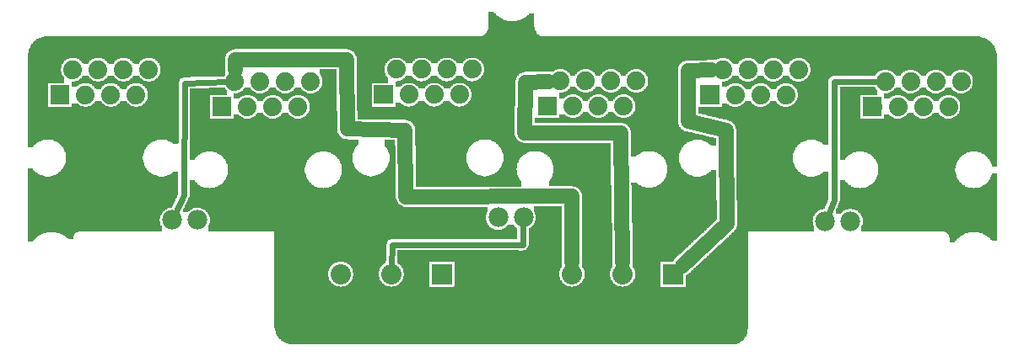
<source format=gbl>
G04 MADE WITH FRITZING*
G04 WWW.FRITZING.ORG*
G04 DOUBLE SIDED*
G04 HOLES PLATED*
G04 CONTOUR ON CENTER OF CONTOUR VECTOR*
%ASAXBY*%
%FSLAX23Y23*%
%MOIN*%
%OFA0B0*%
%SFA1.0B1.0*%
%ADD10C,0.075000*%
%ADD11C,0.074000*%
%ADD12C,0.080000*%
%ADD13C,0.078000*%
%ADD14R,0.080000X0.080000*%
%ADD15C,0.060000*%
%ADD16C,0.024000*%
%ADD17R,0.001000X0.001000*%
%LNCOPPER0*%
G90*
G70*
G54D10*
X1929Y1248D03*
G54D11*
X3736Y1083D03*
X3686Y983D03*
X3636Y1083D03*
X3536Y1083D03*
X3436Y1083D03*
X3586Y983D03*
X3486Y983D03*
X3386Y983D03*
X3093Y1129D03*
X3043Y1029D03*
X2993Y1129D03*
X2893Y1129D03*
X2793Y1129D03*
X2943Y1029D03*
X2843Y1029D03*
X2743Y1029D03*
X2452Y1085D03*
X2402Y985D03*
X2352Y1085D03*
X2252Y1085D03*
X2152Y1085D03*
X2302Y985D03*
X2202Y985D03*
X2102Y985D03*
X1803Y1131D03*
X1753Y1031D03*
X1703Y1131D03*
X1603Y1131D03*
X1503Y1131D03*
X1653Y1031D03*
X1553Y1031D03*
X1453Y1031D03*
X1165Y1083D03*
X1115Y983D03*
X1065Y1083D03*
X965Y1083D03*
X865Y1083D03*
X1015Y983D03*
X915Y983D03*
X815Y983D03*
X525Y1130D03*
X475Y1030D03*
X425Y1130D03*
X325Y1130D03*
X225Y1130D03*
X375Y1030D03*
X275Y1030D03*
X175Y1030D03*
G54D12*
X2398Y320D03*
X2198Y320D03*
X2598Y320D03*
X1484Y320D03*
X1284Y320D03*
X1684Y320D03*
G54D13*
X3198Y529D03*
X3298Y529D03*
X1906Y544D03*
X2006Y544D03*
X618Y534D03*
X718Y534D03*
G54D14*
X2598Y320D03*
X1684Y320D03*
G54D15*
X2806Y890D02*
X2656Y925D01*
D02*
X2656Y925D02*
X2656Y1126D01*
D02*
X2810Y518D02*
X2806Y890D01*
D02*
X2656Y1126D02*
X2746Y1128D01*
D02*
X2633Y352D02*
X2810Y518D01*
D02*
X2012Y879D02*
X2014Y1080D01*
D02*
X2390Y879D02*
X2012Y879D01*
D02*
X2014Y1080D02*
X2104Y1083D01*
D02*
X2397Y367D02*
X2390Y879D01*
D02*
X1542Y627D02*
X1538Y890D01*
D02*
X2196Y628D02*
X1542Y627D01*
D02*
X1310Y894D02*
X1307Y1170D01*
D02*
X1538Y890D02*
X1310Y894D01*
D02*
X1307Y1170D02*
X867Y1170D01*
D02*
X867Y1170D02*
X866Y1130D01*
D02*
X2197Y367D02*
X2196Y628D01*
G54D16*
D02*
X3233Y1082D02*
X3233Y613D01*
D02*
X3233Y613D02*
X3210Y557D01*
D02*
X3405Y1083D02*
X3233Y1082D01*
D02*
X666Y1077D02*
X664Y632D01*
D02*
X664Y632D02*
X630Y561D01*
D02*
X835Y1082D02*
X666Y1077D01*
D02*
X2004Y436D02*
X1487Y437D01*
D02*
X1487Y437D02*
X1484Y351D01*
D02*
X2005Y514D02*
X2004Y436D01*
G36*
X1868Y1359D02*
X1868Y1321D01*
X1956Y1321D01*
X1956Y1323D01*
X1942Y1323D01*
X1942Y1325D01*
X1934Y1325D01*
X1934Y1327D01*
X1928Y1327D01*
X1928Y1329D01*
X1924Y1329D01*
X1924Y1331D01*
X1920Y1331D01*
X1920Y1333D01*
X1916Y1333D01*
X1916Y1335D01*
X1912Y1335D01*
X1912Y1337D01*
X1910Y1337D01*
X1910Y1339D01*
X1906Y1339D01*
X1906Y1341D01*
X1904Y1341D01*
X1904Y1343D01*
X1902Y1343D01*
X1902Y1345D01*
X1900Y1345D01*
X1900Y1347D01*
X1896Y1347D01*
X1896Y1351D01*
X1894Y1351D01*
X1894Y1353D01*
X1892Y1353D01*
X1892Y1355D01*
X1890Y1355D01*
X1890Y1357D01*
X1888Y1357D01*
X1888Y1359D01*
X1868Y1359D01*
G37*
D02*
G36*
X2028Y1351D02*
X2028Y1349D01*
X2026Y1349D01*
X2026Y1347D01*
X2024Y1347D01*
X2024Y1345D01*
X2022Y1345D01*
X2022Y1343D01*
X2020Y1343D01*
X2020Y1341D01*
X2016Y1341D01*
X2016Y1339D01*
X2014Y1339D01*
X2014Y1337D01*
X2010Y1337D01*
X2010Y1335D01*
X2008Y1335D01*
X2008Y1333D01*
X2004Y1333D01*
X2004Y1331D01*
X2000Y1331D01*
X2000Y1329D01*
X1994Y1329D01*
X1994Y1327D01*
X1988Y1327D01*
X1988Y1325D01*
X1982Y1325D01*
X1982Y1323D01*
X1968Y1323D01*
X1968Y1321D01*
X2048Y1321D01*
X2048Y1351D01*
X2028Y1351D01*
G37*
D02*
G36*
X1868Y1321D02*
X1868Y1319D01*
X2048Y1319D01*
X2048Y1321D01*
X1868Y1321D01*
G37*
D02*
G36*
X1868Y1321D02*
X1868Y1319D01*
X2048Y1319D01*
X2048Y1321D01*
X1868Y1321D01*
G37*
D02*
G36*
X1868Y1319D02*
X1868Y1297D01*
X1866Y1297D01*
X1866Y1289D01*
X1864Y1289D01*
X1864Y1283D01*
X1862Y1283D01*
X1862Y1279D01*
X1860Y1279D01*
X1860Y1277D01*
X1858Y1277D01*
X1858Y1273D01*
X1856Y1273D01*
X1856Y1271D01*
X1854Y1271D01*
X1854Y1269D01*
X1852Y1269D01*
X1852Y1267D01*
X1848Y1267D01*
X1848Y1265D01*
X1844Y1265D01*
X1844Y1263D01*
X1836Y1263D01*
X1836Y1261D01*
X110Y1261D01*
X110Y1259D01*
X100Y1259D01*
X100Y1257D01*
X94Y1257D01*
X94Y1255D01*
X90Y1255D01*
X90Y1253D01*
X86Y1253D01*
X86Y1251D01*
X82Y1251D01*
X82Y1249D01*
X80Y1249D01*
X80Y1247D01*
X76Y1247D01*
X76Y1245D01*
X74Y1245D01*
X74Y1243D01*
X72Y1243D01*
X72Y1241D01*
X70Y1241D01*
X70Y1239D01*
X68Y1239D01*
X68Y1237D01*
X66Y1237D01*
X66Y1233D01*
X64Y1233D01*
X64Y1231D01*
X62Y1231D01*
X62Y1227D01*
X60Y1227D01*
X60Y1225D01*
X58Y1225D01*
X58Y1221D01*
X56Y1221D01*
X56Y1215D01*
X54Y1215D01*
X54Y1211D01*
X1310Y1211D01*
X1310Y1209D01*
X1320Y1209D01*
X1320Y1207D01*
X1324Y1207D01*
X1324Y1205D01*
X1328Y1205D01*
X1328Y1203D01*
X1330Y1203D01*
X1330Y1201D01*
X1334Y1201D01*
X1334Y1199D01*
X1336Y1199D01*
X1336Y1197D01*
X1338Y1197D01*
X1338Y1193D01*
X1340Y1193D01*
X1340Y1191D01*
X1342Y1191D01*
X1342Y1187D01*
X1344Y1187D01*
X1344Y1181D01*
X1346Y1181D01*
X1346Y1177D01*
X3098Y1177D01*
X3098Y1175D01*
X3108Y1175D01*
X3108Y1173D01*
X3112Y1173D01*
X3112Y1171D01*
X3116Y1171D01*
X3116Y1169D01*
X3120Y1169D01*
X3120Y1167D01*
X3122Y1167D01*
X3122Y1165D01*
X3124Y1165D01*
X3124Y1163D01*
X3128Y1163D01*
X3128Y1159D01*
X3130Y1159D01*
X3130Y1157D01*
X3132Y1157D01*
X3132Y1155D01*
X3134Y1155D01*
X3134Y1151D01*
X3136Y1151D01*
X3136Y1147D01*
X3138Y1147D01*
X3138Y1139D01*
X3140Y1139D01*
X3140Y1129D01*
X3748Y1129D01*
X3748Y1127D01*
X3754Y1127D01*
X3754Y1125D01*
X3758Y1125D01*
X3758Y1123D01*
X3762Y1123D01*
X3762Y1121D01*
X3764Y1121D01*
X3764Y1119D01*
X3766Y1119D01*
X3766Y1117D01*
X3768Y1117D01*
X3768Y1115D01*
X3770Y1115D01*
X3770Y1113D01*
X3772Y1113D01*
X3772Y1111D01*
X3774Y1111D01*
X3774Y1109D01*
X3776Y1109D01*
X3776Y1105D01*
X3778Y1105D01*
X3778Y1101D01*
X3780Y1101D01*
X3780Y1095D01*
X3782Y1095D01*
X3782Y1071D01*
X3780Y1071D01*
X3780Y1065D01*
X3778Y1065D01*
X3778Y1061D01*
X3776Y1061D01*
X3776Y1057D01*
X3774Y1057D01*
X3774Y1055D01*
X3772Y1055D01*
X3772Y1053D01*
X3770Y1053D01*
X3770Y1049D01*
X3766Y1049D01*
X3766Y1047D01*
X3764Y1047D01*
X3764Y1045D01*
X3762Y1045D01*
X3762Y1043D01*
X3758Y1043D01*
X3758Y1041D01*
X3754Y1041D01*
X3754Y1039D01*
X3748Y1039D01*
X3748Y1037D01*
X3738Y1037D01*
X3738Y1035D01*
X3876Y1035D01*
X3876Y1195D01*
X3874Y1195D01*
X3874Y1205D01*
X3872Y1205D01*
X3872Y1211D01*
X3870Y1211D01*
X3870Y1217D01*
X3868Y1217D01*
X3868Y1221D01*
X3866Y1221D01*
X3866Y1225D01*
X3864Y1225D01*
X3864Y1227D01*
X3862Y1227D01*
X3862Y1231D01*
X3860Y1231D01*
X3860Y1233D01*
X3858Y1233D01*
X3858Y1235D01*
X3856Y1235D01*
X3856Y1237D01*
X3854Y1237D01*
X3854Y1239D01*
X3852Y1239D01*
X3852Y1241D01*
X3850Y1241D01*
X3850Y1243D01*
X3848Y1243D01*
X3848Y1245D01*
X3844Y1245D01*
X3844Y1247D01*
X3842Y1247D01*
X3842Y1249D01*
X3838Y1249D01*
X3838Y1251D01*
X3834Y1251D01*
X3834Y1253D01*
X3830Y1253D01*
X3830Y1255D01*
X3826Y1255D01*
X3826Y1257D01*
X3818Y1257D01*
X3818Y1259D01*
X3810Y1259D01*
X3810Y1261D01*
X2080Y1261D01*
X2080Y1263D01*
X2072Y1263D01*
X2072Y1265D01*
X2068Y1265D01*
X2068Y1267D01*
X2066Y1267D01*
X2066Y1269D01*
X2062Y1269D01*
X2062Y1271D01*
X2060Y1271D01*
X2060Y1273D01*
X2058Y1273D01*
X2058Y1277D01*
X2056Y1277D01*
X2056Y1281D01*
X2054Y1281D01*
X2054Y1285D01*
X2052Y1285D01*
X2052Y1289D01*
X2050Y1289D01*
X2050Y1299D01*
X2048Y1299D01*
X2048Y1319D01*
X1868Y1319D01*
G37*
D02*
G36*
X52Y1211D02*
X52Y1205D01*
X50Y1205D01*
X50Y1195D01*
X48Y1195D01*
X48Y1183D01*
X46Y1183D01*
X46Y1177D01*
X534Y1177D01*
X534Y1175D01*
X542Y1175D01*
X542Y1173D01*
X546Y1173D01*
X546Y1171D01*
X550Y1171D01*
X550Y1169D01*
X552Y1169D01*
X552Y1167D01*
X556Y1167D01*
X556Y1165D01*
X558Y1165D01*
X558Y1163D01*
X560Y1163D01*
X560Y1161D01*
X562Y1161D01*
X562Y1157D01*
X564Y1157D01*
X564Y1155D01*
X566Y1155D01*
X566Y1151D01*
X568Y1151D01*
X568Y1147D01*
X570Y1147D01*
X570Y1139D01*
X572Y1139D01*
X572Y1121D01*
X570Y1121D01*
X570Y1113D01*
X568Y1113D01*
X568Y1109D01*
X566Y1109D01*
X566Y1105D01*
X564Y1105D01*
X564Y1103D01*
X562Y1103D01*
X562Y1099D01*
X560Y1099D01*
X560Y1097D01*
X558Y1097D01*
X558Y1095D01*
X554Y1095D01*
X554Y1093D01*
X552Y1093D01*
X552Y1091D01*
X550Y1091D01*
X550Y1089D01*
X546Y1089D01*
X546Y1087D01*
X542Y1087D01*
X542Y1085D01*
X534Y1085D01*
X534Y1083D01*
X646Y1083D01*
X646Y1087D01*
X648Y1087D01*
X648Y1091D01*
X650Y1091D01*
X650Y1093D01*
X652Y1093D01*
X652Y1095D01*
X654Y1095D01*
X654Y1097D01*
X660Y1097D01*
X660Y1099D01*
X692Y1099D01*
X692Y1101D01*
X764Y1101D01*
X764Y1103D01*
X824Y1103D01*
X824Y1107D01*
X826Y1107D01*
X826Y1171D01*
X828Y1171D01*
X828Y1183D01*
X830Y1183D01*
X830Y1187D01*
X832Y1187D01*
X832Y1191D01*
X834Y1191D01*
X834Y1195D01*
X836Y1195D01*
X836Y1197D01*
X838Y1197D01*
X838Y1199D01*
X840Y1199D01*
X840Y1201D01*
X842Y1201D01*
X842Y1203D01*
X846Y1203D01*
X846Y1205D01*
X850Y1205D01*
X850Y1207D01*
X854Y1207D01*
X854Y1209D01*
X864Y1209D01*
X864Y1211D01*
X52Y1211D01*
G37*
D02*
G36*
X46Y1177D02*
X46Y983D01*
X128Y983D01*
X128Y1077D01*
X192Y1077D01*
X192Y1097D01*
X190Y1097D01*
X190Y1101D01*
X188Y1101D01*
X188Y1103D01*
X186Y1103D01*
X186Y1107D01*
X184Y1107D01*
X184Y1109D01*
X182Y1109D01*
X182Y1115D01*
X180Y1115D01*
X180Y1123D01*
X178Y1123D01*
X178Y1137D01*
X180Y1137D01*
X180Y1145D01*
X182Y1145D01*
X182Y1151D01*
X184Y1151D01*
X184Y1153D01*
X186Y1153D01*
X186Y1157D01*
X188Y1157D01*
X188Y1159D01*
X190Y1159D01*
X190Y1163D01*
X192Y1163D01*
X192Y1165D01*
X196Y1165D01*
X196Y1167D01*
X198Y1167D01*
X198Y1169D01*
X200Y1169D01*
X200Y1171D01*
X204Y1171D01*
X204Y1173D01*
X210Y1173D01*
X210Y1175D01*
X216Y1175D01*
X216Y1177D01*
X46Y1177D01*
G37*
D02*
G36*
X234Y1177D02*
X234Y1175D01*
X242Y1175D01*
X242Y1173D01*
X246Y1173D01*
X246Y1171D01*
X250Y1171D01*
X250Y1169D01*
X252Y1169D01*
X252Y1167D01*
X256Y1167D01*
X256Y1165D01*
X258Y1165D01*
X258Y1163D01*
X260Y1163D01*
X260Y1161D01*
X262Y1161D01*
X262Y1157D01*
X264Y1157D01*
X264Y1155D01*
X266Y1155D01*
X266Y1153D01*
X286Y1153D01*
X286Y1157D01*
X288Y1157D01*
X288Y1159D01*
X290Y1159D01*
X290Y1163D01*
X292Y1163D01*
X292Y1165D01*
X296Y1165D01*
X296Y1167D01*
X298Y1167D01*
X298Y1169D01*
X300Y1169D01*
X300Y1171D01*
X304Y1171D01*
X304Y1173D01*
X310Y1173D01*
X310Y1175D01*
X316Y1175D01*
X316Y1177D01*
X234Y1177D01*
G37*
D02*
G36*
X334Y1177D02*
X334Y1175D01*
X342Y1175D01*
X342Y1173D01*
X346Y1173D01*
X346Y1171D01*
X350Y1171D01*
X350Y1169D01*
X352Y1169D01*
X352Y1167D01*
X356Y1167D01*
X356Y1165D01*
X358Y1165D01*
X358Y1163D01*
X360Y1163D01*
X360Y1161D01*
X362Y1161D01*
X362Y1157D01*
X364Y1157D01*
X364Y1155D01*
X366Y1155D01*
X366Y1153D01*
X386Y1153D01*
X386Y1157D01*
X388Y1157D01*
X388Y1159D01*
X390Y1159D01*
X390Y1163D01*
X392Y1163D01*
X392Y1165D01*
X396Y1165D01*
X396Y1167D01*
X398Y1167D01*
X398Y1169D01*
X400Y1169D01*
X400Y1171D01*
X404Y1171D01*
X404Y1173D01*
X410Y1173D01*
X410Y1175D01*
X416Y1175D01*
X416Y1177D01*
X334Y1177D01*
G37*
D02*
G36*
X434Y1177D02*
X434Y1175D01*
X442Y1175D01*
X442Y1173D01*
X446Y1173D01*
X446Y1171D01*
X450Y1171D01*
X450Y1169D01*
X452Y1169D01*
X452Y1167D01*
X456Y1167D01*
X456Y1165D01*
X458Y1165D01*
X458Y1163D01*
X460Y1163D01*
X460Y1161D01*
X462Y1161D01*
X462Y1157D01*
X464Y1157D01*
X464Y1155D01*
X466Y1155D01*
X466Y1153D01*
X486Y1153D01*
X486Y1157D01*
X488Y1157D01*
X488Y1159D01*
X490Y1159D01*
X490Y1163D01*
X492Y1163D01*
X492Y1165D01*
X496Y1165D01*
X496Y1167D01*
X498Y1167D01*
X498Y1169D01*
X500Y1169D01*
X500Y1171D01*
X504Y1171D01*
X504Y1173D01*
X510Y1173D01*
X510Y1175D01*
X516Y1175D01*
X516Y1177D01*
X434Y1177D01*
G37*
D02*
G36*
X1346Y1177D02*
X1346Y1159D01*
X1348Y1159D01*
X1348Y983D01*
X1406Y983D01*
X1406Y1077D01*
X1472Y1077D01*
X1472Y1097D01*
X1470Y1097D01*
X1470Y1099D01*
X1468Y1099D01*
X1468Y1101D01*
X1466Y1101D01*
X1466Y1103D01*
X1464Y1103D01*
X1464Y1107D01*
X1462Y1107D01*
X1462Y1111D01*
X1460Y1111D01*
X1460Y1117D01*
X1458Y1117D01*
X1458Y1125D01*
X1456Y1125D01*
X1456Y1137D01*
X1458Y1137D01*
X1458Y1145D01*
X1460Y1145D01*
X1460Y1151D01*
X1462Y1151D01*
X1462Y1155D01*
X1464Y1155D01*
X1464Y1157D01*
X1466Y1157D01*
X1466Y1159D01*
X1468Y1159D01*
X1468Y1163D01*
X1470Y1163D01*
X1470Y1165D01*
X1472Y1165D01*
X1472Y1167D01*
X1476Y1167D01*
X1476Y1169D01*
X1478Y1169D01*
X1478Y1171D01*
X1482Y1171D01*
X1482Y1173D01*
X1486Y1173D01*
X1486Y1175D01*
X1492Y1175D01*
X1492Y1177D01*
X1346Y1177D01*
G37*
D02*
G36*
X1516Y1177D02*
X1516Y1175D01*
X1522Y1175D01*
X1522Y1173D01*
X1526Y1173D01*
X1526Y1171D01*
X1528Y1171D01*
X1528Y1169D01*
X1532Y1169D01*
X1532Y1167D01*
X1534Y1167D01*
X1534Y1165D01*
X1536Y1165D01*
X1536Y1163D01*
X1538Y1163D01*
X1538Y1161D01*
X1540Y1161D01*
X1540Y1159D01*
X1542Y1159D01*
X1542Y1155D01*
X1564Y1155D01*
X1564Y1157D01*
X1566Y1157D01*
X1566Y1159D01*
X1568Y1159D01*
X1568Y1163D01*
X1570Y1163D01*
X1570Y1165D01*
X1572Y1165D01*
X1572Y1167D01*
X1576Y1167D01*
X1576Y1169D01*
X1578Y1169D01*
X1578Y1171D01*
X1582Y1171D01*
X1582Y1173D01*
X1586Y1173D01*
X1586Y1175D01*
X1592Y1175D01*
X1592Y1177D01*
X1516Y1177D01*
G37*
D02*
G36*
X1616Y1177D02*
X1616Y1175D01*
X1622Y1175D01*
X1622Y1173D01*
X1626Y1173D01*
X1626Y1171D01*
X1628Y1171D01*
X1628Y1169D01*
X1632Y1169D01*
X1632Y1167D01*
X1634Y1167D01*
X1634Y1165D01*
X1636Y1165D01*
X1636Y1163D01*
X1638Y1163D01*
X1638Y1161D01*
X1640Y1161D01*
X1640Y1159D01*
X1642Y1159D01*
X1642Y1155D01*
X1664Y1155D01*
X1664Y1157D01*
X1666Y1157D01*
X1666Y1159D01*
X1668Y1159D01*
X1668Y1163D01*
X1670Y1163D01*
X1670Y1165D01*
X1672Y1165D01*
X1672Y1167D01*
X1676Y1167D01*
X1676Y1169D01*
X1678Y1169D01*
X1678Y1171D01*
X1682Y1171D01*
X1682Y1173D01*
X1686Y1173D01*
X1686Y1175D01*
X1692Y1175D01*
X1692Y1177D01*
X1616Y1177D01*
G37*
D02*
G36*
X1716Y1177D02*
X1716Y1175D01*
X1722Y1175D01*
X1722Y1173D01*
X1726Y1173D01*
X1726Y1171D01*
X1728Y1171D01*
X1728Y1169D01*
X1732Y1169D01*
X1732Y1167D01*
X1734Y1167D01*
X1734Y1165D01*
X1736Y1165D01*
X1736Y1163D01*
X1738Y1163D01*
X1738Y1161D01*
X1740Y1161D01*
X1740Y1159D01*
X1742Y1159D01*
X1742Y1155D01*
X1764Y1155D01*
X1764Y1157D01*
X1766Y1157D01*
X1766Y1159D01*
X1768Y1159D01*
X1768Y1163D01*
X1770Y1163D01*
X1770Y1165D01*
X1772Y1165D01*
X1772Y1167D01*
X1776Y1167D01*
X1776Y1169D01*
X1778Y1169D01*
X1778Y1171D01*
X1782Y1171D01*
X1782Y1173D01*
X1786Y1173D01*
X1786Y1175D01*
X1792Y1175D01*
X1792Y1177D01*
X1716Y1177D01*
G37*
D02*
G36*
X1816Y1177D02*
X1816Y1175D01*
X1822Y1175D01*
X1822Y1173D01*
X1826Y1173D01*
X1826Y1171D01*
X1828Y1171D01*
X1828Y1169D01*
X1832Y1169D01*
X1832Y1167D01*
X1834Y1167D01*
X1834Y1165D01*
X1836Y1165D01*
X1836Y1163D01*
X1838Y1163D01*
X1838Y1161D01*
X1840Y1161D01*
X1840Y1159D01*
X1842Y1159D01*
X1842Y1155D01*
X1844Y1155D01*
X1844Y1153D01*
X1846Y1153D01*
X1846Y1149D01*
X1848Y1149D01*
X1848Y1141D01*
X1850Y1141D01*
X1850Y1131D01*
X2464Y1131D01*
X2464Y1129D01*
X2470Y1129D01*
X2470Y1127D01*
X2474Y1127D01*
X2474Y1125D01*
X2478Y1125D01*
X2478Y1123D01*
X2480Y1123D01*
X2480Y1121D01*
X2482Y1121D01*
X2482Y1119D01*
X2486Y1119D01*
X2486Y1115D01*
X2488Y1115D01*
X2488Y1113D01*
X2490Y1113D01*
X2490Y1111D01*
X2492Y1111D01*
X2492Y1107D01*
X2494Y1107D01*
X2494Y1103D01*
X2496Y1103D01*
X2496Y1097D01*
X2498Y1097D01*
X2498Y1073D01*
X2496Y1073D01*
X2496Y1067D01*
X2494Y1067D01*
X2494Y1063D01*
X2492Y1063D01*
X2492Y1059D01*
X2490Y1059D01*
X2490Y1057D01*
X2488Y1057D01*
X2488Y1055D01*
X2486Y1055D01*
X2486Y1051D01*
X2482Y1051D01*
X2482Y1049D01*
X2480Y1049D01*
X2480Y1047D01*
X2478Y1047D01*
X2478Y1045D01*
X2474Y1045D01*
X2474Y1043D01*
X2470Y1043D01*
X2470Y1041D01*
X2464Y1041D01*
X2464Y1039D01*
X2616Y1039D01*
X2616Y1135D01*
X2618Y1135D01*
X2618Y1141D01*
X2620Y1141D01*
X2620Y1145D01*
X2622Y1145D01*
X2622Y1149D01*
X2624Y1149D01*
X2624Y1151D01*
X2626Y1151D01*
X2626Y1153D01*
X2628Y1153D01*
X2628Y1155D01*
X2630Y1155D01*
X2630Y1157D01*
X2632Y1157D01*
X2632Y1159D01*
X2634Y1159D01*
X2634Y1161D01*
X2638Y1161D01*
X2638Y1163D01*
X2644Y1163D01*
X2644Y1165D01*
X2654Y1165D01*
X2654Y1167D01*
X2730Y1167D01*
X2730Y1169D01*
X2770Y1169D01*
X2770Y1171D01*
X2774Y1171D01*
X2774Y1173D01*
X2780Y1173D01*
X2780Y1175D01*
X2788Y1175D01*
X2788Y1177D01*
X1816Y1177D01*
G37*
D02*
G36*
X2798Y1177D02*
X2798Y1175D01*
X2808Y1175D01*
X2808Y1173D01*
X2812Y1173D01*
X2812Y1171D01*
X2816Y1171D01*
X2816Y1169D01*
X2820Y1169D01*
X2820Y1167D01*
X2822Y1167D01*
X2822Y1165D01*
X2824Y1165D01*
X2824Y1163D01*
X2828Y1163D01*
X2828Y1159D01*
X2830Y1159D01*
X2830Y1157D01*
X2832Y1157D01*
X2832Y1155D01*
X2834Y1155D01*
X2834Y1153D01*
X2854Y1153D01*
X2854Y1157D01*
X2856Y1157D01*
X2856Y1159D01*
X2858Y1159D01*
X2858Y1161D01*
X2860Y1161D01*
X2860Y1163D01*
X2862Y1163D01*
X2862Y1165D01*
X2864Y1165D01*
X2864Y1167D01*
X2866Y1167D01*
X2866Y1169D01*
X2870Y1169D01*
X2870Y1171D01*
X2874Y1171D01*
X2874Y1173D01*
X2880Y1173D01*
X2880Y1175D01*
X2888Y1175D01*
X2888Y1177D01*
X2798Y1177D01*
G37*
D02*
G36*
X2898Y1177D02*
X2898Y1175D01*
X2908Y1175D01*
X2908Y1173D01*
X2912Y1173D01*
X2912Y1171D01*
X2916Y1171D01*
X2916Y1169D01*
X2920Y1169D01*
X2920Y1167D01*
X2922Y1167D01*
X2922Y1165D01*
X2924Y1165D01*
X2924Y1163D01*
X2928Y1163D01*
X2928Y1159D01*
X2930Y1159D01*
X2930Y1157D01*
X2932Y1157D01*
X2932Y1155D01*
X2934Y1155D01*
X2934Y1153D01*
X2954Y1153D01*
X2954Y1157D01*
X2956Y1157D01*
X2956Y1159D01*
X2958Y1159D01*
X2958Y1161D01*
X2960Y1161D01*
X2960Y1163D01*
X2962Y1163D01*
X2962Y1165D01*
X2964Y1165D01*
X2964Y1167D01*
X2966Y1167D01*
X2966Y1169D01*
X2970Y1169D01*
X2970Y1171D01*
X2974Y1171D01*
X2974Y1173D01*
X2980Y1173D01*
X2980Y1175D01*
X2988Y1175D01*
X2988Y1177D01*
X2898Y1177D01*
G37*
D02*
G36*
X2998Y1177D02*
X2998Y1175D01*
X3008Y1175D01*
X3008Y1173D01*
X3012Y1173D01*
X3012Y1171D01*
X3016Y1171D01*
X3016Y1169D01*
X3020Y1169D01*
X3020Y1167D01*
X3022Y1167D01*
X3022Y1165D01*
X3024Y1165D01*
X3024Y1163D01*
X3028Y1163D01*
X3028Y1159D01*
X3030Y1159D01*
X3030Y1157D01*
X3032Y1157D01*
X3032Y1155D01*
X3034Y1155D01*
X3034Y1153D01*
X3054Y1153D01*
X3054Y1157D01*
X3056Y1157D01*
X3056Y1159D01*
X3058Y1159D01*
X3058Y1161D01*
X3060Y1161D01*
X3060Y1163D01*
X3062Y1163D01*
X3062Y1165D01*
X3064Y1165D01*
X3064Y1167D01*
X3066Y1167D01*
X3066Y1169D01*
X3070Y1169D01*
X3070Y1171D01*
X3074Y1171D01*
X3074Y1173D01*
X3080Y1173D01*
X3080Y1175D01*
X3088Y1175D01*
X3088Y1177D01*
X2998Y1177D01*
G37*
D02*
G36*
X1202Y1131D02*
X1202Y1111D01*
X1204Y1111D01*
X1204Y1107D01*
X1206Y1107D01*
X1206Y1105D01*
X1208Y1105D01*
X1208Y1099D01*
X1210Y1099D01*
X1210Y1093D01*
X1212Y1093D01*
X1212Y1073D01*
X1210Y1073D01*
X1210Y1065D01*
X1208Y1065D01*
X1208Y1061D01*
X1206Y1061D01*
X1206Y1059D01*
X1204Y1059D01*
X1204Y1055D01*
X1202Y1055D01*
X1202Y1053D01*
X1200Y1053D01*
X1200Y1051D01*
X1198Y1051D01*
X1198Y1049D01*
X1196Y1049D01*
X1196Y1047D01*
X1194Y1047D01*
X1194Y1045D01*
X1192Y1045D01*
X1192Y1043D01*
X1188Y1043D01*
X1188Y1041D01*
X1184Y1041D01*
X1184Y1039D01*
X1178Y1039D01*
X1178Y1037D01*
X1166Y1037D01*
X1166Y1035D01*
X1268Y1035D01*
X1268Y1131D01*
X1202Y1131D01*
G37*
D02*
G36*
X1850Y1131D02*
X1850Y1119D01*
X1848Y1119D01*
X1848Y1113D01*
X1846Y1113D01*
X1846Y1109D01*
X1844Y1109D01*
X1844Y1105D01*
X1842Y1105D01*
X1842Y1103D01*
X1840Y1103D01*
X1840Y1101D01*
X1838Y1101D01*
X1838Y1097D01*
X1834Y1097D01*
X1834Y1095D01*
X1832Y1095D01*
X1832Y1093D01*
X1830Y1093D01*
X1830Y1091D01*
X1826Y1091D01*
X1826Y1089D01*
X1822Y1089D01*
X1822Y1087D01*
X1818Y1087D01*
X1818Y1085D01*
X1808Y1085D01*
X1808Y1083D01*
X1974Y1083D01*
X1974Y1089D01*
X1976Y1089D01*
X1976Y1095D01*
X1978Y1095D01*
X1978Y1099D01*
X1980Y1099D01*
X1980Y1103D01*
X1982Y1103D01*
X1982Y1105D01*
X1984Y1105D01*
X1984Y1107D01*
X1986Y1107D01*
X1986Y1109D01*
X1988Y1109D01*
X1988Y1111D01*
X1990Y1111D01*
X1990Y1113D01*
X1992Y1113D01*
X1992Y1115D01*
X1996Y1115D01*
X1996Y1117D01*
X2002Y1117D01*
X2002Y1119D01*
X2010Y1119D01*
X2010Y1121D01*
X2064Y1121D01*
X2064Y1123D01*
X2126Y1123D01*
X2126Y1125D01*
X2130Y1125D01*
X2130Y1127D01*
X2132Y1127D01*
X2132Y1129D01*
X2140Y1129D01*
X2140Y1131D01*
X1850Y1131D01*
G37*
D02*
G36*
X2164Y1131D02*
X2164Y1129D01*
X2170Y1129D01*
X2170Y1127D01*
X2174Y1127D01*
X2174Y1125D01*
X2178Y1125D01*
X2178Y1123D01*
X2180Y1123D01*
X2180Y1121D01*
X2182Y1121D01*
X2182Y1119D01*
X2186Y1119D01*
X2186Y1115D01*
X2188Y1115D01*
X2188Y1113D01*
X2190Y1113D01*
X2190Y1111D01*
X2192Y1111D01*
X2192Y1107D01*
X2212Y1107D01*
X2212Y1111D01*
X2214Y1111D01*
X2214Y1113D01*
X2216Y1113D01*
X2216Y1117D01*
X2218Y1117D01*
X2218Y1119D01*
X2220Y1119D01*
X2220Y1121D01*
X2224Y1121D01*
X2224Y1123D01*
X2226Y1123D01*
X2226Y1125D01*
X2230Y1125D01*
X2230Y1127D01*
X2232Y1127D01*
X2232Y1129D01*
X2240Y1129D01*
X2240Y1131D01*
X2164Y1131D01*
G37*
D02*
G36*
X2264Y1131D02*
X2264Y1129D01*
X2270Y1129D01*
X2270Y1127D01*
X2274Y1127D01*
X2274Y1125D01*
X2278Y1125D01*
X2278Y1123D01*
X2280Y1123D01*
X2280Y1121D01*
X2282Y1121D01*
X2282Y1119D01*
X2286Y1119D01*
X2286Y1115D01*
X2288Y1115D01*
X2288Y1113D01*
X2290Y1113D01*
X2290Y1111D01*
X2292Y1111D01*
X2292Y1107D01*
X2312Y1107D01*
X2312Y1111D01*
X2314Y1111D01*
X2314Y1113D01*
X2316Y1113D01*
X2316Y1117D01*
X2318Y1117D01*
X2318Y1119D01*
X2320Y1119D01*
X2320Y1121D01*
X2324Y1121D01*
X2324Y1123D01*
X2326Y1123D01*
X2326Y1125D01*
X2330Y1125D01*
X2330Y1127D01*
X2332Y1127D01*
X2332Y1129D01*
X2340Y1129D01*
X2340Y1131D01*
X2264Y1131D01*
G37*
D02*
G36*
X2364Y1131D02*
X2364Y1129D01*
X2370Y1129D01*
X2370Y1127D01*
X2374Y1127D01*
X2374Y1125D01*
X2378Y1125D01*
X2378Y1123D01*
X2380Y1123D01*
X2380Y1121D01*
X2382Y1121D01*
X2382Y1119D01*
X2386Y1119D01*
X2386Y1115D01*
X2388Y1115D01*
X2388Y1113D01*
X2390Y1113D01*
X2390Y1111D01*
X2392Y1111D01*
X2392Y1107D01*
X2412Y1107D01*
X2412Y1111D01*
X2414Y1111D01*
X2414Y1113D01*
X2416Y1113D01*
X2416Y1117D01*
X2418Y1117D01*
X2418Y1119D01*
X2420Y1119D01*
X2420Y1121D01*
X2424Y1121D01*
X2424Y1123D01*
X2426Y1123D01*
X2426Y1125D01*
X2430Y1125D01*
X2430Y1127D01*
X2432Y1127D01*
X2432Y1129D01*
X2440Y1129D01*
X2440Y1131D01*
X2364Y1131D01*
G37*
D02*
G36*
X3140Y1129D02*
X3140Y1119D01*
X3138Y1119D01*
X3138Y1113D01*
X3136Y1113D01*
X3136Y1109D01*
X3134Y1109D01*
X3134Y1105D01*
X3132Y1105D01*
X3132Y1101D01*
X3130Y1101D01*
X3130Y1099D01*
X3128Y1099D01*
X3128Y1097D01*
X3126Y1097D01*
X3126Y1095D01*
X3124Y1095D01*
X3124Y1093D01*
X3122Y1093D01*
X3122Y1091D01*
X3118Y1091D01*
X3118Y1089D01*
X3114Y1089D01*
X3114Y1087D01*
X3112Y1087D01*
X3112Y1085D01*
X3104Y1085D01*
X3104Y1083D01*
X3212Y1083D01*
X3212Y1091D01*
X3214Y1091D01*
X3214Y1095D01*
X3216Y1095D01*
X3216Y1097D01*
X3218Y1097D01*
X3218Y1099D01*
X3220Y1099D01*
X3220Y1101D01*
X3224Y1101D01*
X3224Y1103D01*
X3228Y1103D01*
X3228Y1105D01*
X3396Y1105D01*
X3396Y1109D01*
X3398Y1109D01*
X3398Y1111D01*
X3400Y1111D01*
X3400Y1115D01*
X3402Y1115D01*
X3402Y1117D01*
X3404Y1117D01*
X3404Y1119D01*
X3408Y1119D01*
X3408Y1121D01*
X3410Y1121D01*
X3410Y1123D01*
X3414Y1123D01*
X3414Y1125D01*
X3418Y1125D01*
X3418Y1127D01*
X3424Y1127D01*
X3424Y1129D01*
X3140Y1129D01*
G37*
D02*
G36*
X3448Y1129D02*
X3448Y1127D01*
X3454Y1127D01*
X3454Y1125D01*
X3458Y1125D01*
X3458Y1123D01*
X3462Y1123D01*
X3462Y1121D01*
X3464Y1121D01*
X3464Y1119D01*
X3466Y1119D01*
X3466Y1117D01*
X3468Y1117D01*
X3468Y1115D01*
X3470Y1115D01*
X3470Y1113D01*
X3472Y1113D01*
X3472Y1111D01*
X3474Y1111D01*
X3474Y1109D01*
X3476Y1109D01*
X3476Y1105D01*
X3496Y1105D01*
X3496Y1109D01*
X3498Y1109D01*
X3498Y1111D01*
X3500Y1111D01*
X3500Y1115D01*
X3502Y1115D01*
X3502Y1117D01*
X3504Y1117D01*
X3504Y1119D01*
X3508Y1119D01*
X3508Y1121D01*
X3510Y1121D01*
X3510Y1123D01*
X3514Y1123D01*
X3514Y1125D01*
X3518Y1125D01*
X3518Y1127D01*
X3524Y1127D01*
X3524Y1129D01*
X3448Y1129D01*
G37*
D02*
G36*
X3548Y1129D02*
X3548Y1127D01*
X3554Y1127D01*
X3554Y1125D01*
X3558Y1125D01*
X3558Y1123D01*
X3562Y1123D01*
X3562Y1121D01*
X3564Y1121D01*
X3564Y1119D01*
X3566Y1119D01*
X3566Y1117D01*
X3568Y1117D01*
X3568Y1115D01*
X3570Y1115D01*
X3570Y1113D01*
X3572Y1113D01*
X3572Y1111D01*
X3574Y1111D01*
X3574Y1109D01*
X3576Y1109D01*
X3576Y1105D01*
X3596Y1105D01*
X3596Y1109D01*
X3598Y1109D01*
X3598Y1111D01*
X3600Y1111D01*
X3600Y1115D01*
X3602Y1115D01*
X3602Y1117D01*
X3604Y1117D01*
X3604Y1119D01*
X3608Y1119D01*
X3608Y1121D01*
X3610Y1121D01*
X3610Y1123D01*
X3614Y1123D01*
X3614Y1125D01*
X3618Y1125D01*
X3618Y1127D01*
X3624Y1127D01*
X3624Y1129D01*
X3548Y1129D01*
G37*
D02*
G36*
X3648Y1129D02*
X3648Y1127D01*
X3654Y1127D01*
X3654Y1125D01*
X3658Y1125D01*
X3658Y1123D01*
X3662Y1123D01*
X3662Y1121D01*
X3664Y1121D01*
X3664Y1119D01*
X3666Y1119D01*
X3666Y1117D01*
X3668Y1117D01*
X3668Y1115D01*
X3670Y1115D01*
X3670Y1113D01*
X3672Y1113D01*
X3672Y1111D01*
X3674Y1111D01*
X3674Y1109D01*
X3676Y1109D01*
X3676Y1105D01*
X3696Y1105D01*
X3696Y1109D01*
X3698Y1109D01*
X3698Y1111D01*
X3700Y1111D01*
X3700Y1115D01*
X3702Y1115D01*
X3702Y1117D01*
X3704Y1117D01*
X3704Y1119D01*
X3708Y1119D01*
X3708Y1121D01*
X3710Y1121D01*
X3710Y1123D01*
X3714Y1123D01*
X3714Y1125D01*
X3718Y1125D01*
X3718Y1127D01*
X3724Y1127D01*
X3724Y1129D01*
X3648Y1129D01*
G37*
D02*
G36*
X266Y1107D02*
X266Y1105D01*
X264Y1105D01*
X264Y1103D01*
X262Y1103D01*
X262Y1099D01*
X260Y1099D01*
X260Y1097D01*
X258Y1097D01*
X258Y1095D01*
X254Y1095D01*
X254Y1093D01*
X252Y1093D01*
X252Y1091D01*
X250Y1091D01*
X250Y1089D01*
X246Y1089D01*
X246Y1087D01*
X242Y1087D01*
X242Y1085D01*
X234Y1085D01*
X234Y1083D01*
X316Y1083D01*
X316Y1085D01*
X310Y1085D01*
X310Y1087D01*
X304Y1087D01*
X304Y1089D01*
X300Y1089D01*
X300Y1091D01*
X298Y1091D01*
X298Y1093D01*
X296Y1093D01*
X296Y1095D01*
X292Y1095D01*
X292Y1097D01*
X290Y1097D01*
X290Y1101D01*
X288Y1101D01*
X288Y1103D01*
X286Y1103D01*
X286Y1107D01*
X266Y1107D01*
G37*
D02*
G36*
X366Y1107D02*
X366Y1105D01*
X364Y1105D01*
X364Y1103D01*
X362Y1103D01*
X362Y1099D01*
X360Y1099D01*
X360Y1097D01*
X358Y1097D01*
X358Y1095D01*
X354Y1095D01*
X354Y1093D01*
X352Y1093D01*
X352Y1091D01*
X350Y1091D01*
X350Y1089D01*
X346Y1089D01*
X346Y1087D01*
X342Y1087D01*
X342Y1085D01*
X334Y1085D01*
X334Y1083D01*
X416Y1083D01*
X416Y1085D01*
X410Y1085D01*
X410Y1087D01*
X404Y1087D01*
X404Y1089D01*
X400Y1089D01*
X400Y1091D01*
X398Y1091D01*
X398Y1093D01*
X396Y1093D01*
X396Y1095D01*
X392Y1095D01*
X392Y1097D01*
X390Y1097D01*
X390Y1101D01*
X388Y1101D01*
X388Y1103D01*
X386Y1103D01*
X386Y1107D01*
X366Y1107D01*
G37*
D02*
G36*
X466Y1107D02*
X466Y1105D01*
X464Y1105D01*
X464Y1103D01*
X462Y1103D01*
X462Y1099D01*
X460Y1099D01*
X460Y1097D01*
X458Y1097D01*
X458Y1095D01*
X454Y1095D01*
X454Y1093D01*
X452Y1093D01*
X452Y1091D01*
X450Y1091D01*
X450Y1089D01*
X446Y1089D01*
X446Y1087D01*
X442Y1087D01*
X442Y1085D01*
X434Y1085D01*
X434Y1083D01*
X516Y1083D01*
X516Y1085D01*
X510Y1085D01*
X510Y1087D01*
X504Y1087D01*
X504Y1089D01*
X500Y1089D01*
X500Y1091D01*
X498Y1091D01*
X498Y1093D01*
X496Y1093D01*
X496Y1095D01*
X492Y1095D01*
X492Y1097D01*
X490Y1097D01*
X490Y1101D01*
X488Y1101D01*
X488Y1103D01*
X486Y1103D01*
X486Y1107D01*
X466Y1107D01*
G37*
D02*
G36*
X1544Y1107D02*
X1544Y1105D01*
X1542Y1105D01*
X1542Y1103D01*
X1540Y1103D01*
X1540Y1101D01*
X1538Y1101D01*
X1538Y1097D01*
X1534Y1097D01*
X1534Y1095D01*
X1532Y1095D01*
X1532Y1093D01*
X1530Y1093D01*
X1530Y1091D01*
X1526Y1091D01*
X1526Y1089D01*
X1522Y1089D01*
X1522Y1087D01*
X1518Y1087D01*
X1518Y1085D01*
X1508Y1085D01*
X1508Y1083D01*
X1598Y1083D01*
X1598Y1085D01*
X1590Y1085D01*
X1590Y1087D01*
X1584Y1087D01*
X1584Y1089D01*
X1580Y1089D01*
X1580Y1091D01*
X1578Y1091D01*
X1578Y1093D01*
X1574Y1093D01*
X1574Y1095D01*
X1572Y1095D01*
X1572Y1097D01*
X1570Y1097D01*
X1570Y1099D01*
X1568Y1099D01*
X1568Y1101D01*
X1566Y1101D01*
X1566Y1103D01*
X1564Y1103D01*
X1564Y1107D01*
X1544Y1107D01*
G37*
D02*
G36*
X1644Y1107D02*
X1644Y1105D01*
X1642Y1105D01*
X1642Y1103D01*
X1640Y1103D01*
X1640Y1101D01*
X1638Y1101D01*
X1638Y1097D01*
X1634Y1097D01*
X1634Y1095D01*
X1632Y1095D01*
X1632Y1093D01*
X1630Y1093D01*
X1630Y1091D01*
X1626Y1091D01*
X1626Y1089D01*
X1622Y1089D01*
X1622Y1087D01*
X1618Y1087D01*
X1618Y1085D01*
X1608Y1085D01*
X1608Y1083D01*
X1698Y1083D01*
X1698Y1085D01*
X1690Y1085D01*
X1690Y1087D01*
X1684Y1087D01*
X1684Y1089D01*
X1680Y1089D01*
X1680Y1091D01*
X1678Y1091D01*
X1678Y1093D01*
X1674Y1093D01*
X1674Y1095D01*
X1672Y1095D01*
X1672Y1097D01*
X1670Y1097D01*
X1670Y1099D01*
X1668Y1099D01*
X1668Y1101D01*
X1666Y1101D01*
X1666Y1103D01*
X1664Y1103D01*
X1664Y1107D01*
X1644Y1107D01*
G37*
D02*
G36*
X1744Y1107D02*
X1744Y1105D01*
X1742Y1105D01*
X1742Y1103D01*
X1740Y1103D01*
X1740Y1101D01*
X1738Y1101D01*
X1738Y1097D01*
X1734Y1097D01*
X1734Y1095D01*
X1732Y1095D01*
X1732Y1093D01*
X1730Y1093D01*
X1730Y1091D01*
X1726Y1091D01*
X1726Y1089D01*
X1722Y1089D01*
X1722Y1087D01*
X1718Y1087D01*
X1718Y1085D01*
X1708Y1085D01*
X1708Y1083D01*
X1798Y1083D01*
X1798Y1085D01*
X1790Y1085D01*
X1790Y1087D01*
X1784Y1087D01*
X1784Y1089D01*
X1780Y1089D01*
X1780Y1091D01*
X1778Y1091D01*
X1778Y1093D01*
X1774Y1093D01*
X1774Y1095D01*
X1772Y1095D01*
X1772Y1097D01*
X1770Y1097D01*
X1770Y1099D01*
X1768Y1099D01*
X1768Y1101D01*
X1766Y1101D01*
X1766Y1103D01*
X1764Y1103D01*
X1764Y1107D01*
X1744Y1107D01*
G37*
D02*
G36*
X2832Y1105D02*
X2832Y1101D01*
X2830Y1101D01*
X2830Y1099D01*
X2828Y1099D01*
X2828Y1097D01*
X2826Y1097D01*
X2826Y1095D01*
X2824Y1095D01*
X2824Y1093D01*
X2822Y1093D01*
X2822Y1091D01*
X2818Y1091D01*
X2818Y1089D01*
X2814Y1089D01*
X2814Y1087D01*
X2812Y1087D01*
X2812Y1085D01*
X2804Y1085D01*
X2804Y1083D01*
X2882Y1083D01*
X2882Y1085D01*
X2876Y1085D01*
X2876Y1087D01*
X2872Y1087D01*
X2872Y1089D01*
X2868Y1089D01*
X2868Y1091D01*
X2866Y1091D01*
X2866Y1093D01*
X2862Y1093D01*
X2862Y1095D01*
X2860Y1095D01*
X2860Y1097D01*
X2858Y1097D01*
X2858Y1099D01*
X2856Y1099D01*
X2856Y1103D01*
X2854Y1103D01*
X2854Y1105D01*
X2832Y1105D01*
G37*
D02*
G36*
X2932Y1105D02*
X2932Y1101D01*
X2930Y1101D01*
X2930Y1099D01*
X2928Y1099D01*
X2928Y1097D01*
X2926Y1097D01*
X2926Y1095D01*
X2924Y1095D01*
X2924Y1093D01*
X2922Y1093D01*
X2922Y1091D01*
X2918Y1091D01*
X2918Y1089D01*
X2914Y1089D01*
X2914Y1087D01*
X2912Y1087D01*
X2912Y1085D01*
X2904Y1085D01*
X2904Y1083D01*
X2982Y1083D01*
X2982Y1085D01*
X2976Y1085D01*
X2976Y1087D01*
X2972Y1087D01*
X2972Y1089D01*
X2968Y1089D01*
X2968Y1091D01*
X2966Y1091D01*
X2966Y1093D01*
X2962Y1093D01*
X2962Y1095D01*
X2960Y1095D01*
X2960Y1097D01*
X2958Y1097D01*
X2958Y1099D01*
X2956Y1099D01*
X2956Y1103D01*
X2954Y1103D01*
X2954Y1105D01*
X2932Y1105D01*
G37*
D02*
G36*
X3032Y1105D02*
X3032Y1101D01*
X3030Y1101D01*
X3030Y1099D01*
X3028Y1099D01*
X3028Y1097D01*
X3026Y1097D01*
X3026Y1095D01*
X3024Y1095D01*
X3024Y1093D01*
X3022Y1093D01*
X3022Y1091D01*
X3018Y1091D01*
X3018Y1089D01*
X3014Y1089D01*
X3014Y1087D01*
X3012Y1087D01*
X3012Y1085D01*
X3004Y1085D01*
X3004Y1083D01*
X3082Y1083D01*
X3082Y1085D01*
X3076Y1085D01*
X3076Y1087D01*
X3072Y1087D01*
X3072Y1089D01*
X3068Y1089D01*
X3068Y1091D01*
X3066Y1091D01*
X3066Y1093D01*
X3062Y1093D01*
X3062Y1095D01*
X3060Y1095D01*
X3060Y1097D01*
X3058Y1097D01*
X3058Y1099D01*
X3056Y1099D01*
X3056Y1103D01*
X3054Y1103D01*
X3054Y1105D01*
X3032Y1105D01*
G37*
D02*
G36*
X222Y1083D02*
X222Y1081D01*
X644Y1081D01*
X644Y1083D01*
X222Y1083D01*
G37*
D02*
G36*
X222Y1083D02*
X222Y1081D01*
X644Y1081D01*
X644Y1083D01*
X222Y1083D01*
G37*
D02*
G36*
X222Y1083D02*
X222Y1081D01*
X644Y1081D01*
X644Y1083D01*
X222Y1083D01*
G37*
D02*
G36*
X222Y1083D02*
X222Y1081D01*
X644Y1081D01*
X644Y1083D01*
X222Y1083D01*
G37*
D02*
G36*
X1500Y1083D02*
X1500Y1081D01*
X1974Y1081D01*
X1974Y1083D01*
X1500Y1083D01*
G37*
D02*
G36*
X1500Y1083D02*
X1500Y1081D01*
X1974Y1081D01*
X1974Y1083D01*
X1500Y1083D01*
G37*
D02*
G36*
X1500Y1083D02*
X1500Y1081D01*
X1974Y1081D01*
X1974Y1083D01*
X1500Y1083D01*
G37*
D02*
G36*
X1500Y1083D02*
X1500Y1081D01*
X1974Y1081D01*
X1974Y1083D01*
X1500Y1083D01*
G37*
D02*
G36*
X2790Y1083D02*
X2790Y1081D01*
X3212Y1081D01*
X3212Y1083D01*
X2790Y1083D01*
G37*
D02*
G36*
X2790Y1083D02*
X2790Y1081D01*
X3212Y1081D01*
X3212Y1083D01*
X2790Y1083D01*
G37*
D02*
G36*
X2790Y1083D02*
X2790Y1081D01*
X3212Y1081D01*
X3212Y1083D01*
X2790Y1083D01*
G37*
D02*
G36*
X2790Y1083D02*
X2790Y1081D01*
X3212Y1081D01*
X3212Y1083D01*
X2790Y1083D01*
G37*
D02*
G36*
X222Y1081D02*
X222Y1077D01*
X484Y1077D01*
X484Y1075D01*
X492Y1075D01*
X492Y1073D01*
X496Y1073D01*
X496Y1071D01*
X500Y1071D01*
X500Y1069D01*
X502Y1069D01*
X502Y1067D01*
X506Y1067D01*
X506Y1065D01*
X508Y1065D01*
X508Y1063D01*
X510Y1063D01*
X510Y1061D01*
X512Y1061D01*
X512Y1057D01*
X514Y1057D01*
X514Y1055D01*
X516Y1055D01*
X516Y1051D01*
X518Y1051D01*
X518Y1047D01*
X520Y1047D01*
X520Y1039D01*
X522Y1039D01*
X522Y1021D01*
X520Y1021D01*
X520Y1013D01*
X518Y1013D01*
X518Y1009D01*
X516Y1009D01*
X516Y1005D01*
X514Y1005D01*
X514Y1003D01*
X512Y1003D01*
X512Y999D01*
X510Y999D01*
X510Y997D01*
X508Y997D01*
X508Y995D01*
X504Y995D01*
X504Y993D01*
X502Y993D01*
X502Y991D01*
X500Y991D01*
X500Y989D01*
X496Y989D01*
X496Y987D01*
X492Y987D01*
X492Y985D01*
X484Y985D01*
X484Y983D01*
X644Y983D01*
X644Y1081D01*
X222Y1081D01*
G37*
D02*
G36*
X1500Y1081D02*
X1500Y1077D01*
X1766Y1077D01*
X1766Y1075D01*
X1772Y1075D01*
X1772Y1073D01*
X1776Y1073D01*
X1776Y1071D01*
X1778Y1071D01*
X1778Y1069D01*
X1782Y1069D01*
X1782Y1067D01*
X1784Y1067D01*
X1784Y1065D01*
X1786Y1065D01*
X1786Y1063D01*
X1788Y1063D01*
X1788Y1061D01*
X1790Y1061D01*
X1790Y1059D01*
X1792Y1059D01*
X1792Y1055D01*
X1794Y1055D01*
X1794Y1053D01*
X1796Y1053D01*
X1796Y1049D01*
X1798Y1049D01*
X1798Y1041D01*
X1800Y1041D01*
X1800Y1019D01*
X1798Y1019D01*
X1798Y1013D01*
X1796Y1013D01*
X1796Y1009D01*
X1794Y1009D01*
X1794Y1005D01*
X1792Y1005D01*
X1792Y1003D01*
X1790Y1003D01*
X1790Y1001D01*
X1788Y1001D01*
X1788Y997D01*
X1784Y997D01*
X1784Y995D01*
X1782Y995D01*
X1782Y993D01*
X1780Y993D01*
X1780Y991D01*
X1776Y991D01*
X1776Y989D01*
X1772Y989D01*
X1772Y987D01*
X1768Y987D01*
X1768Y985D01*
X1758Y985D01*
X1758Y983D01*
X1972Y983D01*
X1972Y987D01*
X1974Y987D01*
X1974Y1081D01*
X1500Y1081D01*
G37*
D02*
G36*
X2790Y1081D02*
X2790Y1077D01*
X3048Y1077D01*
X3048Y1075D01*
X3058Y1075D01*
X3058Y1073D01*
X3062Y1073D01*
X3062Y1071D01*
X3066Y1071D01*
X3066Y1069D01*
X3070Y1069D01*
X3070Y1067D01*
X3072Y1067D01*
X3072Y1065D01*
X3074Y1065D01*
X3074Y1063D01*
X3078Y1063D01*
X3078Y1059D01*
X3080Y1059D01*
X3080Y1057D01*
X3082Y1057D01*
X3082Y1055D01*
X3084Y1055D01*
X3084Y1051D01*
X3086Y1051D01*
X3086Y1047D01*
X3088Y1047D01*
X3088Y1039D01*
X3090Y1039D01*
X3090Y1019D01*
X3088Y1019D01*
X3088Y1013D01*
X3086Y1013D01*
X3086Y1009D01*
X3084Y1009D01*
X3084Y1005D01*
X3082Y1005D01*
X3082Y1001D01*
X3080Y1001D01*
X3080Y999D01*
X3078Y999D01*
X3078Y997D01*
X3076Y997D01*
X3076Y995D01*
X3074Y995D01*
X3074Y993D01*
X3072Y993D01*
X3072Y991D01*
X3068Y991D01*
X3068Y989D01*
X3064Y989D01*
X3064Y987D01*
X3062Y987D01*
X3062Y985D01*
X3054Y985D01*
X3054Y983D01*
X3212Y983D01*
X3212Y1081D01*
X2790Y1081D01*
G37*
D02*
G36*
X222Y1077D02*
X222Y1063D01*
X242Y1063D01*
X242Y1065D01*
X246Y1065D01*
X246Y1067D01*
X248Y1067D01*
X248Y1069D01*
X250Y1069D01*
X250Y1071D01*
X254Y1071D01*
X254Y1073D01*
X260Y1073D01*
X260Y1075D01*
X266Y1075D01*
X266Y1077D01*
X222Y1077D01*
G37*
D02*
G36*
X284Y1077D02*
X284Y1075D01*
X292Y1075D01*
X292Y1073D01*
X296Y1073D01*
X296Y1071D01*
X300Y1071D01*
X300Y1069D01*
X302Y1069D01*
X302Y1067D01*
X306Y1067D01*
X306Y1065D01*
X308Y1065D01*
X308Y1063D01*
X310Y1063D01*
X310Y1061D01*
X312Y1061D01*
X312Y1057D01*
X314Y1057D01*
X314Y1055D01*
X316Y1055D01*
X316Y1053D01*
X336Y1053D01*
X336Y1057D01*
X338Y1057D01*
X338Y1059D01*
X340Y1059D01*
X340Y1063D01*
X342Y1063D01*
X342Y1065D01*
X346Y1065D01*
X346Y1067D01*
X348Y1067D01*
X348Y1069D01*
X350Y1069D01*
X350Y1071D01*
X354Y1071D01*
X354Y1073D01*
X360Y1073D01*
X360Y1075D01*
X366Y1075D01*
X366Y1077D01*
X284Y1077D01*
G37*
D02*
G36*
X384Y1077D02*
X384Y1075D01*
X392Y1075D01*
X392Y1073D01*
X396Y1073D01*
X396Y1071D01*
X400Y1071D01*
X400Y1069D01*
X402Y1069D01*
X402Y1067D01*
X406Y1067D01*
X406Y1065D01*
X408Y1065D01*
X408Y1063D01*
X410Y1063D01*
X410Y1061D01*
X412Y1061D01*
X412Y1057D01*
X414Y1057D01*
X414Y1055D01*
X416Y1055D01*
X416Y1053D01*
X436Y1053D01*
X436Y1057D01*
X438Y1057D01*
X438Y1059D01*
X440Y1059D01*
X440Y1063D01*
X442Y1063D01*
X442Y1065D01*
X446Y1065D01*
X446Y1067D01*
X448Y1067D01*
X448Y1069D01*
X450Y1069D01*
X450Y1071D01*
X454Y1071D01*
X454Y1073D01*
X460Y1073D01*
X460Y1075D01*
X466Y1075D01*
X466Y1077D01*
X384Y1077D01*
G37*
D02*
G36*
X1500Y1077D02*
X1500Y1063D01*
X1520Y1063D01*
X1520Y1065D01*
X1522Y1065D01*
X1522Y1067D01*
X1526Y1067D01*
X1526Y1069D01*
X1528Y1069D01*
X1528Y1071D01*
X1532Y1071D01*
X1532Y1073D01*
X1536Y1073D01*
X1536Y1075D01*
X1542Y1075D01*
X1542Y1077D01*
X1500Y1077D01*
G37*
D02*
G36*
X1566Y1077D02*
X1566Y1075D01*
X1572Y1075D01*
X1572Y1073D01*
X1576Y1073D01*
X1576Y1071D01*
X1578Y1071D01*
X1578Y1069D01*
X1582Y1069D01*
X1582Y1067D01*
X1584Y1067D01*
X1584Y1065D01*
X1586Y1065D01*
X1586Y1063D01*
X1588Y1063D01*
X1588Y1061D01*
X1590Y1061D01*
X1590Y1059D01*
X1592Y1059D01*
X1592Y1055D01*
X1614Y1055D01*
X1614Y1057D01*
X1616Y1057D01*
X1616Y1059D01*
X1618Y1059D01*
X1618Y1063D01*
X1620Y1063D01*
X1620Y1065D01*
X1622Y1065D01*
X1622Y1067D01*
X1626Y1067D01*
X1626Y1069D01*
X1628Y1069D01*
X1628Y1071D01*
X1632Y1071D01*
X1632Y1073D01*
X1636Y1073D01*
X1636Y1075D01*
X1642Y1075D01*
X1642Y1077D01*
X1566Y1077D01*
G37*
D02*
G36*
X1666Y1077D02*
X1666Y1075D01*
X1672Y1075D01*
X1672Y1073D01*
X1676Y1073D01*
X1676Y1071D01*
X1678Y1071D01*
X1678Y1069D01*
X1682Y1069D01*
X1682Y1067D01*
X1684Y1067D01*
X1684Y1065D01*
X1686Y1065D01*
X1686Y1063D01*
X1688Y1063D01*
X1688Y1061D01*
X1690Y1061D01*
X1690Y1059D01*
X1692Y1059D01*
X1692Y1055D01*
X1714Y1055D01*
X1714Y1057D01*
X1716Y1057D01*
X1716Y1059D01*
X1718Y1059D01*
X1718Y1063D01*
X1720Y1063D01*
X1720Y1065D01*
X1722Y1065D01*
X1722Y1067D01*
X1726Y1067D01*
X1726Y1069D01*
X1728Y1069D01*
X1728Y1071D01*
X1732Y1071D01*
X1732Y1073D01*
X1736Y1073D01*
X1736Y1075D01*
X1742Y1075D01*
X1742Y1077D01*
X1666Y1077D01*
G37*
D02*
G36*
X2790Y1077D02*
X2790Y1061D01*
X2810Y1061D01*
X2810Y1063D01*
X2812Y1063D01*
X2812Y1065D01*
X2814Y1065D01*
X2814Y1067D01*
X2816Y1067D01*
X2816Y1069D01*
X2820Y1069D01*
X2820Y1071D01*
X2824Y1071D01*
X2824Y1073D01*
X2830Y1073D01*
X2830Y1075D01*
X2838Y1075D01*
X2838Y1077D01*
X2790Y1077D01*
G37*
D02*
G36*
X2848Y1077D02*
X2848Y1075D01*
X2858Y1075D01*
X2858Y1073D01*
X2862Y1073D01*
X2862Y1071D01*
X2866Y1071D01*
X2866Y1069D01*
X2870Y1069D01*
X2870Y1067D01*
X2872Y1067D01*
X2872Y1065D01*
X2874Y1065D01*
X2874Y1063D01*
X2878Y1063D01*
X2878Y1059D01*
X2880Y1059D01*
X2880Y1057D01*
X2882Y1057D01*
X2882Y1055D01*
X2884Y1055D01*
X2884Y1053D01*
X2904Y1053D01*
X2904Y1057D01*
X2906Y1057D01*
X2906Y1059D01*
X2908Y1059D01*
X2908Y1061D01*
X2910Y1061D01*
X2910Y1063D01*
X2912Y1063D01*
X2912Y1065D01*
X2914Y1065D01*
X2914Y1067D01*
X2916Y1067D01*
X2916Y1069D01*
X2920Y1069D01*
X2920Y1071D01*
X2924Y1071D01*
X2924Y1073D01*
X2930Y1073D01*
X2930Y1075D01*
X2938Y1075D01*
X2938Y1077D01*
X2848Y1077D01*
G37*
D02*
G36*
X2948Y1077D02*
X2948Y1075D01*
X2958Y1075D01*
X2958Y1073D01*
X2962Y1073D01*
X2962Y1071D01*
X2966Y1071D01*
X2966Y1069D01*
X2970Y1069D01*
X2970Y1067D01*
X2972Y1067D01*
X2972Y1065D01*
X2974Y1065D01*
X2974Y1063D01*
X2978Y1063D01*
X2978Y1059D01*
X2980Y1059D01*
X2980Y1057D01*
X2982Y1057D01*
X2982Y1055D01*
X2984Y1055D01*
X2984Y1053D01*
X3004Y1053D01*
X3004Y1057D01*
X3006Y1057D01*
X3006Y1059D01*
X3008Y1059D01*
X3008Y1061D01*
X3010Y1061D01*
X3010Y1063D01*
X3012Y1063D01*
X3012Y1065D01*
X3014Y1065D01*
X3014Y1067D01*
X3016Y1067D01*
X3016Y1069D01*
X3020Y1069D01*
X3020Y1071D01*
X3024Y1071D01*
X3024Y1073D01*
X3030Y1073D01*
X3030Y1075D01*
X3038Y1075D01*
X3038Y1077D01*
X2948Y1077D01*
G37*
D02*
G36*
X2192Y1063D02*
X2192Y1059D01*
X2190Y1059D01*
X2190Y1057D01*
X2188Y1057D01*
X2188Y1055D01*
X2186Y1055D01*
X2186Y1051D01*
X2182Y1051D01*
X2182Y1049D01*
X2180Y1049D01*
X2180Y1047D01*
X2178Y1047D01*
X2178Y1045D01*
X2174Y1045D01*
X2174Y1043D01*
X2170Y1043D01*
X2170Y1041D01*
X2164Y1041D01*
X2164Y1039D01*
X2240Y1039D01*
X2240Y1041D01*
X2234Y1041D01*
X2234Y1043D01*
X2230Y1043D01*
X2230Y1045D01*
X2226Y1045D01*
X2226Y1047D01*
X2224Y1047D01*
X2224Y1049D01*
X2220Y1049D01*
X2220Y1051D01*
X2218Y1051D01*
X2218Y1053D01*
X2216Y1053D01*
X2216Y1057D01*
X2214Y1057D01*
X2214Y1059D01*
X2212Y1059D01*
X2212Y1063D01*
X2192Y1063D01*
G37*
D02*
G36*
X2292Y1063D02*
X2292Y1059D01*
X2290Y1059D01*
X2290Y1057D01*
X2288Y1057D01*
X2288Y1055D01*
X2286Y1055D01*
X2286Y1051D01*
X2282Y1051D01*
X2282Y1049D01*
X2280Y1049D01*
X2280Y1047D01*
X2278Y1047D01*
X2278Y1045D01*
X2274Y1045D01*
X2274Y1043D01*
X2270Y1043D01*
X2270Y1041D01*
X2264Y1041D01*
X2264Y1039D01*
X2340Y1039D01*
X2340Y1041D01*
X2334Y1041D01*
X2334Y1043D01*
X2330Y1043D01*
X2330Y1045D01*
X2326Y1045D01*
X2326Y1047D01*
X2324Y1047D01*
X2324Y1049D01*
X2320Y1049D01*
X2320Y1051D01*
X2318Y1051D01*
X2318Y1053D01*
X2316Y1053D01*
X2316Y1057D01*
X2314Y1057D01*
X2314Y1059D01*
X2312Y1059D01*
X2312Y1063D01*
X2292Y1063D01*
G37*
D02*
G36*
X2392Y1063D02*
X2392Y1059D01*
X2390Y1059D01*
X2390Y1057D01*
X2388Y1057D01*
X2388Y1055D01*
X2386Y1055D01*
X2386Y1051D01*
X2382Y1051D01*
X2382Y1049D01*
X2380Y1049D01*
X2380Y1047D01*
X2378Y1047D01*
X2378Y1045D01*
X2374Y1045D01*
X2374Y1043D01*
X2370Y1043D01*
X2370Y1041D01*
X2364Y1041D01*
X2364Y1039D01*
X2440Y1039D01*
X2440Y1041D01*
X2434Y1041D01*
X2434Y1043D01*
X2430Y1043D01*
X2430Y1045D01*
X2426Y1045D01*
X2426Y1047D01*
X2424Y1047D01*
X2424Y1049D01*
X2420Y1049D01*
X2420Y1051D01*
X2418Y1051D01*
X2418Y1053D01*
X2416Y1053D01*
X2416Y1057D01*
X2414Y1057D01*
X2414Y1059D01*
X2412Y1059D01*
X2412Y1063D01*
X2392Y1063D01*
G37*
D02*
G36*
X3256Y1061D02*
X3256Y935D01*
X3340Y935D01*
X3340Y937D01*
X3338Y937D01*
X3338Y1029D01*
X3404Y1029D01*
X3404Y1049D01*
X3402Y1049D01*
X3402Y1051D01*
X3400Y1051D01*
X3400Y1053D01*
X3398Y1053D01*
X3398Y1057D01*
X3396Y1057D01*
X3396Y1059D01*
X3394Y1059D01*
X3394Y1061D01*
X3256Y1061D01*
G37*
D02*
G36*
X764Y1059D02*
X764Y1057D01*
X694Y1057D01*
X694Y1055D01*
X688Y1055D01*
X688Y935D01*
X770Y935D01*
X770Y937D01*
X768Y937D01*
X768Y1029D01*
X834Y1029D01*
X834Y1049D01*
X832Y1049D01*
X832Y1051D01*
X830Y1051D01*
X830Y1053D01*
X828Y1053D01*
X828Y1055D01*
X826Y1055D01*
X826Y1059D01*
X764Y1059D01*
G37*
D02*
G36*
X904Y1059D02*
X904Y1055D01*
X902Y1055D01*
X902Y1053D01*
X900Y1053D01*
X900Y1051D01*
X898Y1051D01*
X898Y1049D01*
X896Y1049D01*
X896Y1047D01*
X894Y1047D01*
X894Y1045D01*
X892Y1045D01*
X892Y1043D01*
X888Y1043D01*
X888Y1041D01*
X884Y1041D01*
X884Y1039D01*
X878Y1039D01*
X878Y1037D01*
X866Y1037D01*
X866Y1035D01*
X964Y1035D01*
X964Y1037D01*
X952Y1037D01*
X952Y1039D01*
X946Y1039D01*
X946Y1041D01*
X942Y1041D01*
X942Y1043D01*
X940Y1043D01*
X940Y1045D01*
X936Y1045D01*
X936Y1047D01*
X934Y1047D01*
X934Y1049D01*
X932Y1049D01*
X932Y1051D01*
X930Y1051D01*
X930Y1053D01*
X928Y1053D01*
X928Y1055D01*
X926Y1055D01*
X926Y1059D01*
X904Y1059D01*
G37*
D02*
G36*
X1004Y1059D02*
X1004Y1055D01*
X1002Y1055D01*
X1002Y1053D01*
X1000Y1053D01*
X1000Y1051D01*
X998Y1051D01*
X998Y1049D01*
X996Y1049D01*
X996Y1047D01*
X994Y1047D01*
X994Y1045D01*
X992Y1045D01*
X992Y1043D01*
X988Y1043D01*
X988Y1041D01*
X984Y1041D01*
X984Y1039D01*
X978Y1039D01*
X978Y1037D01*
X966Y1037D01*
X966Y1035D01*
X1064Y1035D01*
X1064Y1037D01*
X1052Y1037D01*
X1052Y1039D01*
X1046Y1039D01*
X1046Y1041D01*
X1042Y1041D01*
X1042Y1043D01*
X1040Y1043D01*
X1040Y1045D01*
X1036Y1045D01*
X1036Y1047D01*
X1034Y1047D01*
X1034Y1049D01*
X1032Y1049D01*
X1032Y1051D01*
X1030Y1051D01*
X1030Y1053D01*
X1028Y1053D01*
X1028Y1055D01*
X1026Y1055D01*
X1026Y1059D01*
X1004Y1059D01*
G37*
D02*
G36*
X1104Y1059D02*
X1104Y1055D01*
X1102Y1055D01*
X1102Y1053D01*
X1100Y1053D01*
X1100Y1051D01*
X1098Y1051D01*
X1098Y1049D01*
X1096Y1049D01*
X1096Y1047D01*
X1094Y1047D01*
X1094Y1045D01*
X1092Y1045D01*
X1092Y1043D01*
X1088Y1043D01*
X1088Y1041D01*
X1084Y1041D01*
X1084Y1039D01*
X1078Y1039D01*
X1078Y1037D01*
X1066Y1037D01*
X1066Y1035D01*
X1164Y1035D01*
X1164Y1037D01*
X1152Y1037D01*
X1152Y1039D01*
X1146Y1039D01*
X1146Y1041D01*
X1142Y1041D01*
X1142Y1043D01*
X1140Y1043D01*
X1140Y1045D01*
X1136Y1045D01*
X1136Y1047D01*
X1134Y1047D01*
X1134Y1049D01*
X1132Y1049D01*
X1132Y1051D01*
X1130Y1051D01*
X1130Y1053D01*
X1128Y1053D01*
X1128Y1055D01*
X1126Y1055D01*
X1126Y1059D01*
X1104Y1059D01*
G37*
D02*
G36*
X3476Y1059D02*
X3476Y1057D01*
X3474Y1057D01*
X3474Y1055D01*
X3472Y1055D01*
X3472Y1053D01*
X3470Y1053D01*
X3470Y1049D01*
X3466Y1049D01*
X3466Y1047D01*
X3464Y1047D01*
X3464Y1045D01*
X3462Y1045D01*
X3462Y1043D01*
X3458Y1043D01*
X3458Y1041D01*
X3454Y1041D01*
X3454Y1039D01*
X3448Y1039D01*
X3448Y1037D01*
X3438Y1037D01*
X3438Y1035D01*
X3534Y1035D01*
X3534Y1037D01*
X3522Y1037D01*
X3522Y1039D01*
X3516Y1039D01*
X3516Y1041D01*
X3514Y1041D01*
X3514Y1043D01*
X3510Y1043D01*
X3510Y1045D01*
X3506Y1045D01*
X3506Y1047D01*
X3504Y1047D01*
X3504Y1049D01*
X3502Y1049D01*
X3502Y1051D01*
X3500Y1051D01*
X3500Y1053D01*
X3498Y1053D01*
X3498Y1057D01*
X3496Y1057D01*
X3496Y1059D01*
X3476Y1059D01*
G37*
D02*
G36*
X3576Y1059D02*
X3576Y1057D01*
X3574Y1057D01*
X3574Y1055D01*
X3572Y1055D01*
X3572Y1053D01*
X3570Y1053D01*
X3570Y1049D01*
X3566Y1049D01*
X3566Y1047D01*
X3564Y1047D01*
X3564Y1045D01*
X3562Y1045D01*
X3562Y1043D01*
X3558Y1043D01*
X3558Y1041D01*
X3554Y1041D01*
X3554Y1039D01*
X3548Y1039D01*
X3548Y1037D01*
X3538Y1037D01*
X3538Y1035D01*
X3634Y1035D01*
X3634Y1037D01*
X3622Y1037D01*
X3622Y1039D01*
X3616Y1039D01*
X3616Y1041D01*
X3614Y1041D01*
X3614Y1043D01*
X3610Y1043D01*
X3610Y1045D01*
X3606Y1045D01*
X3606Y1047D01*
X3604Y1047D01*
X3604Y1049D01*
X3602Y1049D01*
X3602Y1051D01*
X3600Y1051D01*
X3600Y1053D01*
X3598Y1053D01*
X3598Y1057D01*
X3596Y1057D01*
X3596Y1059D01*
X3576Y1059D01*
G37*
D02*
G36*
X3676Y1059D02*
X3676Y1057D01*
X3674Y1057D01*
X3674Y1055D01*
X3672Y1055D01*
X3672Y1053D01*
X3670Y1053D01*
X3670Y1049D01*
X3666Y1049D01*
X3666Y1047D01*
X3664Y1047D01*
X3664Y1045D01*
X3662Y1045D01*
X3662Y1043D01*
X3658Y1043D01*
X3658Y1041D01*
X3654Y1041D01*
X3654Y1039D01*
X3648Y1039D01*
X3648Y1037D01*
X3638Y1037D01*
X3638Y1035D01*
X3734Y1035D01*
X3734Y1037D01*
X3722Y1037D01*
X3722Y1039D01*
X3716Y1039D01*
X3716Y1041D01*
X3714Y1041D01*
X3714Y1043D01*
X3710Y1043D01*
X3710Y1045D01*
X3706Y1045D01*
X3706Y1047D01*
X3704Y1047D01*
X3704Y1049D01*
X3702Y1049D01*
X3702Y1051D01*
X3700Y1051D01*
X3700Y1053D01*
X3698Y1053D01*
X3698Y1057D01*
X3696Y1057D01*
X3696Y1059D01*
X3676Y1059D01*
G37*
D02*
G36*
X2148Y1039D02*
X2148Y1037D01*
X2616Y1037D01*
X2616Y1039D01*
X2148Y1039D01*
G37*
D02*
G36*
X2148Y1039D02*
X2148Y1037D01*
X2616Y1037D01*
X2616Y1039D01*
X2148Y1039D01*
G37*
D02*
G36*
X2148Y1039D02*
X2148Y1037D01*
X2616Y1037D01*
X2616Y1039D01*
X2148Y1039D01*
G37*
D02*
G36*
X2148Y1039D02*
X2148Y1037D01*
X2616Y1037D01*
X2616Y1039D01*
X2148Y1039D01*
G37*
D02*
G36*
X2148Y1037D02*
X2148Y1031D01*
X2414Y1031D01*
X2414Y1029D01*
X2420Y1029D01*
X2420Y1027D01*
X2424Y1027D01*
X2424Y1025D01*
X2428Y1025D01*
X2428Y1023D01*
X2430Y1023D01*
X2430Y1021D01*
X2432Y1021D01*
X2432Y1019D01*
X2436Y1019D01*
X2436Y1015D01*
X2438Y1015D01*
X2438Y1013D01*
X2440Y1013D01*
X2440Y1011D01*
X2442Y1011D01*
X2442Y1007D01*
X2444Y1007D01*
X2444Y1003D01*
X2446Y1003D01*
X2446Y997D01*
X2448Y997D01*
X2448Y973D01*
X2446Y973D01*
X2446Y967D01*
X2444Y967D01*
X2444Y963D01*
X2442Y963D01*
X2442Y959D01*
X2440Y959D01*
X2440Y957D01*
X2438Y957D01*
X2438Y955D01*
X2436Y955D01*
X2436Y951D01*
X2432Y951D01*
X2432Y949D01*
X2430Y949D01*
X2430Y947D01*
X2428Y947D01*
X2428Y945D01*
X2424Y945D01*
X2424Y943D01*
X2420Y943D01*
X2420Y941D01*
X2414Y941D01*
X2414Y939D01*
X2616Y939D01*
X2616Y1037D01*
X2148Y1037D01*
G37*
D02*
G36*
X862Y1035D02*
X862Y1033D01*
X1268Y1033D01*
X1268Y1035D01*
X862Y1035D01*
G37*
D02*
G36*
X862Y1035D02*
X862Y1033D01*
X1268Y1033D01*
X1268Y1035D01*
X862Y1035D01*
G37*
D02*
G36*
X862Y1035D02*
X862Y1033D01*
X1268Y1033D01*
X1268Y1035D01*
X862Y1035D01*
G37*
D02*
G36*
X862Y1035D02*
X862Y1033D01*
X1268Y1033D01*
X1268Y1035D01*
X862Y1035D01*
G37*
D02*
G36*
X3432Y1035D02*
X3432Y1033D01*
X3876Y1033D01*
X3876Y1035D01*
X3432Y1035D01*
G37*
D02*
G36*
X3432Y1035D02*
X3432Y1033D01*
X3876Y1033D01*
X3876Y1035D01*
X3432Y1035D01*
G37*
D02*
G36*
X3432Y1035D02*
X3432Y1033D01*
X3876Y1033D01*
X3876Y1035D01*
X3432Y1035D01*
G37*
D02*
G36*
X3432Y1035D02*
X3432Y1033D01*
X3876Y1033D01*
X3876Y1035D01*
X3432Y1035D01*
G37*
D02*
G36*
X862Y1033D02*
X862Y1029D01*
X1128Y1029D01*
X1128Y1027D01*
X1134Y1027D01*
X1134Y1025D01*
X1138Y1025D01*
X1138Y1023D01*
X1142Y1023D01*
X1142Y1021D01*
X1144Y1021D01*
X1144Y1019D01*
X1146Y1019D01*
X1146Y1017D01*
X1148Y1017D01*
X1148Y1015D01*
X1150Y1015D01*
X1150Y1013D01*
X1152Y1013D01*
X1152Y1011D01*
X1154Y1011D01*
X1154Y1007D01*
X1156Y1007D01*
X1156Y1005D01*
X1158Y1005D01*
X1158Y999D01*
X1160Y999D01*
X1160Y993D01*
X1162Y993D01*
X1162Y973D01*
X1160Y973D01*
X1160Y965D01*
X1158Y965D01*
X1158Y961D01*
X1156Y961D01*
X1156Y959D01*
X1154Y959D01*
X1154Y955D01*
X1152Y955D01*
X1152Y953D01*
X1150Y953D01*
X1150Y951D01*
X1148Y951D01*
X1148Y949D01*
X1146Y949D01*
X1146Y947D01*
X1144Y947D01*
X1144Y945D01*
X1142Y945D01*
X1142Y943D01*
X1138Y943D01*
X1138Y941D01*
X1134Y941D01*
X1134Y939D01*
X1128Y939D01*
X1128Y937D01*
X1116Y937D01*
X1116Y935D01*
X1270Y935D01*
X1270Y965D01*
X1268Y965D01*
X1268Y1033D01*
X862Y1033D01*
G37*
D02*
G36*
X3432Y1033D02*
X3432Y1029D01*
X3698Y1029D01*
X3698Y1027D01*
X3704Y1027D01*
X3704Y1025D01*
X3708Y1025D01*
X3708Y1023D01*
X3712Y1023D01*
X3712Y1021D01*
X3714Y1021D01*
X3714Y1019D01*
X3716Y1019D01*
X3716Y1017D01*
X3718Y1017D01*
X3718Y1015D01*
X3720Y1015D01*
X3720Y1013D01*
X3722Y1013D01*
X3722Y1011D01*
X3724Y1011D01*
X3724Y1009D01*
X3726Y1009D01*
X3726Y1005D01*
X3728Y1005D01*
X3728Y1001D01*
X3730Y1001D01*
X3730Y995D01*
X3732Y995D01*
X3732Y971D01*
X3730Y971D01*
X3730Y965D01*
X3728Y965D01*
X3728Y961D01*
X3726Y961D01*
X3726Y957D01*
X3724Y957D01*
X3724Y955D01*
X3722Y955D01*
X3722Y953D01*
X3720Y953D01*
X3720Y949D01*
X3716Y949D01*
X3716Y947D01*
X3714Y947D01*
X3714Y945D01*
X3712Y945D01*
X3712Y943D01*
X3708Y943D01*
X3708Y941D01*
X3704Y941D01*
X3704Y939D01*
X3698Y939D01*
X3698Y937D01*
X3688Y937D01*
X3688Y935D01*
X3876Y935D01*
X3876Y1033D01*
X3432Y1033D01*
G37*
D02*
G36*
X2148Y1031D02*
X2148Y1017D01*
X2168Y1017D01*
X2168Y1019D01*
X2170Y1019D01*
X2170Y1021D01*
X2174Y1021D01*
X2174Y1023D01*
X2176Y1023D01*
X2176Y1025D01*
X2180Y1025D01*
X2180Y1027D01*
X2182Y1027D01*
X2182Y1029D01*
X2190Y1029D01*
X2190Y1031D01*
X2148Y1031D01*
G37*
D02*
G36*
X2214Y1031D02*
X2214Y1029D01*
X2220Y1029D01*
X2220Y1027D01*
X2224Y1027D01*
X2224Y1025D01*
X2228Y1025D01*
X2228Y1023D01*
X2230Y1023D01*
X2230Y1021D01*
X2232Y1021D01*
X2232Y1019D01*
X2236Y1019D01*
X2236Y1015D01*
X2238Y1015D01*
X2238Y1013D01*
X2240Y1013D01*
X2240Y1011D01*
X2242Y1011D01*
X2242Y1007D01*
X2262Y1007D01*
X2262Y1011D01*
X2264Y1011D01*
X2264Y1013D01*
X2266Y1013D01*
X2266Y1017D01*
X2268Y1017D01*
X2268Y1019D01*
X2270Y1019D01*
X2270Y1021D01*
X2274Y1021D01*
X2274Y1023D01*
X2276Y1023D01*
X2276Y1025D01*
X2280Y1025D01*
X2280Y1027D01*
X2282Y1027D01*
X2282Y1029D01*
X2290Y1029D01*
X2290Y1031D01*
X2214Y1031D01*
G37*
D02*
G36*
X2314Y1031D02*
X2314Y1029D01*
X2320Y1029D01*
X2320Y1027D01*
X2324Y1027D01*
X2324Y1025D01*
X2328Y1025D01*
X2328Y1023D01*
X2330Y1023D01*
X2330Y1021D01*
X2332Y1021D01*
X2332Y1019D01*
X2336Y1019D01*
X2336Y1015D01*
X2338Y1015D01*
X2338Y1013D01*
X2340Y1013D01*
X2340Y1011D01*
X2342Y1011D01*
X2342Y1007D01*
X2362Y1007D01*
X2362Y1011D01*
X2364Y1011D01*
X2364Y1013D01*
X2366Y1013D01*
X2366Y1017D01*
X2368Y1017D01*
X2368Y1019D01*
X2370Y1019D01*
X2370Y1021D01*
X2374Y1021D01*
X2374Y1023D01*
X2376Y1023D01*
X2376Y1025D01*
X2380Y1025D01*
X2380Y1027D01*
X2382Y1027D01*
X2382Y1029D01*
X2390Y1029D01*
X2390Y1031D01*
X2314Y1031D01*
G37*
D02*
G36*
X862Y1029D02*
X862Y1015D01*
X882Y1015D01*
X882Y1017D01*
X884Y1017D01*
X884Y1019D01*
X886Y1019D01*
X886Y1021D01*
X890Y1021D01*
X890Y1023D01*
X894Y1023D01*
X894Y1025D01*
X896Y1025D01*
X896Y1027D01*
X904Y1027D01*
X904Y1029D01*
X862Y1029D01*
G37*
D02*
G36*
X928Y1029D02*
X928Y1027D01*
X934Y1027D01*
X934Y1025D01*
X938Y1025D01*
X938Y1023D01*
X942Y1023D01*
X942Y1021D01*
X944Y1021D01*
X944Y1019D01*
X946Y1019D01*
X946Y1017D01*
X948Y1017D01*
X948Y1015D01*
X950Y1015D01*
X950Y1013D01*
X952Y1013D01*
X952Y1011D01*
X954Y1011D01*
X954Y1007D01*
X976Y1007D01*
X976Y1009D01*
X978Y1009D01*
X978Y1013D01*
X980Y1013D01*
X980Y1015D01*
X982Y1015D01*
X982Y1017D01*
X984Y1017D01*
X984Y1019D01*
X986Y1019D01*
X986Y1021D01*
X990Y1021D01*
X990Y1023D01*
X994Y1023D01*
X994Y1025D01*
X996Y1025D01*
X996Y1027D01*
X1004Y1027D01*
X1004Y1029D01*
X928Y1029D01*
G37*
D02*
G36*
X1028Y1029D02*
X1028Y1027D01*
X1034Y1027D01*
X1034Y1025D01*
X1038Y1025D01*
X1038Y1023D01*
X1042Y1023D01*
X1042Y1021D01*
X1044Y1021D01*
X1044Y1019D01*
X1046Y1019D01*
X1046Y1017D01*
X1048Y1017D01*
X1048Y1015D01*
X1050Y1015D01*
X1050Y1013D01*
X1052Y1013D01*
X1052Y1011D01*
X1054Y1011D01*
X1054Y1007D01*
X1076Y1007D01*
X1076Y1009D01*
X1078Y1009D01*
X1078Y1013D01*
X1080Y1013D01*
X1080Y1015D01*
X1082Y1015D01*
X1082Y1017D01*
X1084Y1017D01*
X1084Y1019D01*
X1086Y1019D01*
X1086Y1021D01*
X1090Y1021D01*
X1090Y1023D01*
X1094Y1023D01*
X1094Y1025D01*
X1096Y1025D01*
X1096Y1027D01*
X1104Y1027D01*
X1104Y1029D01*
X1028Y1029D01*
G37*
D02*
G36*
X3432Y1029D02*
X3432Y1015D01*
X3452Y1015D01*
X3452Y1017D01*
X3454Y1017D01*
X3454Y1019D01*
X3458Y1019D01*
X3458Y1021D01*
X3460Y1021D01*
X3460Y1023D01*
X3464Y1023D01*
X3464Y1025D01*
X3468Y1025D01*
X3468Y1027D01*
X3474Y1027D01*
X3474Y1029D01*
X3432Y1029D01*
G37*
D02*
G36*
X3498Y1029D02*
X3498Y1027D01*
X3504Y1027D01*
X3504Y1025D01*
X3508Y1025D01*
X3508Y1023D01*
X3512Y1023D01*
X3512Y1021D01*
X3514Y1021D01*
X3514Y1019D01*
X3516Y1019D01*
X3516Y1017D01*
X3518Y1017D01*
X3518Y1015D01*
X3520Y1015D01*
X3520Y1013D01*
X3522Y1013D01*
X3522Y1011D01*
X3524Y1011D01*
X3524Y1009D01*
X3526Y1009D01*
X3526Y1005D01*
X3546Y1005D01*
X3546Y1009D01*
X3548Y1009D01*
X3548Y1011D01*
X3550Y1011D01*
X3550Y1015D01*
X3552Y1015D01*
X3552Y1017D01*
X3554Y1017D01*
X3554Y1019D01*
X3558Y1019D01*
X3558Y1021D01*
X3560Y1021D01*
X3560Y1023D01*
X3564Y1023D01*
X3564Y1025D01*
X3568Y1025D01*
X3568Y1027D01*
X3574Y1027D01*
X3574Y1029D01*
X3498Y1029D01*
G37*
D02*
G36*
X3598Y1029D02*
X3598Y1027D01*
X3604Y1027D01*
X3604Y1025D01*
X3608Y1025D01*
X3608Y1023D01*
X3612Y1023D01*
X3612Y1021D01*
X3614Y1021D01*
X3614Y1019D01*
X3616Y1019D01*
X3616Y1017D01*
X3618Y1017D01*
X3618Y1015D01*
X3620Y1015D01*
X3620Y1013D01*
X3622Y1013D01*
X3622Y1011D01*
X3624Y1011D01*
X3624Y1009D01*
X3626Y1009D01*
X3626Y1005D01*
X3646Y1005D01*
X3646Y1009D01*
X3648Y1009D01*
X3648Y1011D01*
X3650Y1011D01*
X3650Y1015D01*
X3652Y1015D01*
X3652Y1017D01*
X3654Y1017D01*
X3654Y1019D01*
X3658Y1019D01*
X3658Y1021D01*
X3660Y1021D01*
X3660Y1023D01*
X3664Y1023D01*
X3664Y1025D01*
X3668Y1025D01*
X3668Y1027D01*
X3674Y1027D01*
X3674Y1029D01*
X3598Y1029D01*
G37*
D02*
G36*
X316Y1007D02*
X316Y1005D01*
X314Y1005D01*
X314Y1003D01*
X312Y1003D01*
X312Y999D01*
X310Y999D01*
X310Y997D01*
X308Y997D01*
X308Y995D01*
X304Y995D01*
X304Y993D01*
X302Y993D01*
X302Y991D01*
X300Y991D01*
X300Y989D01*
X296Y989D01*
X296Y987D01*
X292Y987D01*
X292Y985D01*
X284Y985D01*
X284Y983D01*
X366Y983D01*
X366Y985D01*
X360Y985D01*
X360Y987D01*
X354Y987D01*
X354Y989D01*
X350Y989D01*
X350Y991D01*
X348Y991D01*
X348Y993D01*
X346Y993D01*
X346Y995D01*
X342Y995D01*
X342Y997D01*
X340Y997D01*
X340Y1001D01*
X338Y1001D01*
X338Y1003D01*
X336Y1003D01*
X336Y1007D01*
X316Y1007D01*
G37*
D02*
G36*
X416Y1007D02*
X416Y1005D01*
X414Y1005D01*
X414Y1003D01*
X412Y1003D01*
X412Y999D01*
X410Y999D01*
X410Y997D01*
X408Y997D01*
X408Y995D01*
X404Y995D01*
X404Y993D01*
X402Y993D01*
X402Y991D01*
X400Y991D01*
X400Y989D01*
X396Y989D01*
X396Y987D01*
X392Y987D01*
X392Y985D01*
X384Y985D01*
X384Y983D01*
X466Y983D01*
X466Y985D01*
X460Y985D01*
X460Y987D01*
X454Y987D01*
X454Y989D01*
X450Y989D01*
X450Y991D01*
X448Y991D01*
X448Y993D01*
X446Y993D01*
X446Y995D01*
X442Y995D01*
X442Y997D01*
X440Y997D01*
X440Y1001D01*
X438Y1001D01*
X438Y1003D01*
X436Y1003D01*
X436Y1007D01*
X416Y1007D01*
G37*
D02*
G36*
X1594Y1007D02*
X1594Y1005D01*
X1592Y1005D01*
X1592Y1003D01*
X1590Y1003D01*
X1590Y1001D01*
X1588Y1001D01*
X1588Y997D01*
X1584Y997D01*
X1584Y995D01*
X1582Y995D01*
X1582Y993D01*
X1580Y993D01*
X1580Y991D01*
X1576Y991D01*
X1576Y989D01*
X1572Y989D01*
X1572Y987D01*
X1568Y987D01*
X1568Y985D01*
X1558Y985D01*
X1558Y983D01*
X1648Y983D01*
X1648Y985D01*
X1640Y985D01*
X1640Y987D01*
X1634Y987D01*
X1634Y989D01*
X1630Y989D01*
X1630Y991D01*
X1628Y991D01*
X1628Y993D01*
X1624Y993D01*
X1624Y995D01*
X1622Y995D01*
X1622Y997D01*
X1620Y997D01*
X1620Y999D01*
X1618Y999D01*
X1618Y1001D01*
X1616Y1001D01*
X1616Y1003D01*
X1614Y1003D01*
X1614Y1007D01*
X1594Y1007D01*
G37*
D02*
G36*
X1694Y1007D02*
X1694Y1005D01*
X1692Y1005D01*
X1692Y1003D01*
X1690Y1003D01*
X1690Y1001D01*
X1688Y1001D01*
X1688Y997D01*
X1684Y997D01*
X1684Y995D01*
X1682Y995D01*
X1682Y993D01*
X1680Y993D01*
X1680Y991D01*
X1676Y991D01*
X1676Y989D01*
X1672Y989D01*
X1672Y987D01*
X1668Y987D01*
X1668Y985D01*
X1658Y985D01*
X1658Y983D01*
X1748Y983D01*
X1748Y985D01*
X1740Y985D01*
X1740Y987D01*
X1734Y987D01*
X1734Y989D01*
X1730Y989D01*
X1730Y991D01*
X1728Y991D01*
X1728Y993D01*
X1724Y993D01*
X1724Y995D01*
X1722Y995D01*
X1722Y997D01*
X1720Y997D01*
X1720Y999D01*
X1718Y999D01*
X1718Y1001D01*
X1716Y1001D01*
X1716Y1003D01*
X1714Y1003D01*
X1714Y1007D01*
X1694Y1007D01*
G37*
D02*
G36*
X2882Y1005D02*
X2882Y1001D01*
X2880Y1001D01*
X2880Y999D01*
X2878Y999D01*
X2878Y997D01*
X2876Y997D01*
X2876Y995D01*
X2874Y995D01*
X2874Y993D01*
X2872Y993D01*
X2872Y991D01*
X2868Y991D01*
X2868Y989D01*
X2864Y989D01*
X2864Y987D01*
X2862Y987D01*
X2862Y985D01*
X2854Y985D01*
X2854Y983D01*
X2932Y983D01*
X2932Y985D01*
X2926Y985D01*
X2926Y987D01*
X2922Y987D01*
X2922Y989D01*
X2918Y989D01*
X2918Y991D01*
X2916Y991D01*
X2916Y993D01*
X2912Y993D01*
X2912Y995D01*
X2910Y995D01*
X2910Y997D01*
X2908Y997D01*
X2908Y999D01*
X2906Y999D01*
X2906Y1003D01*
X2904Y1003D01*
X2904Y1005D01*
X2882Y1005D01*
G37*
D02*
G36*
X2982Y1005D02*
X2982Y1001D01*
X2980Y1001D01*
X2980Y999D01*
X2978Y999D01*
X2978Y997D01*
X2976Y997D01*
X2976Y995D01*
X2974Y995D01*
X2974Y993D01*
X2972Y993D01*
X2972Y991D01*
X2968Y991D01*
X2968Y989D01*
X2964Y989D01*
X2964Y987D01*
X2962Y987D01*
X2962Y985D01*
X2954Y985D01*
X2954Y983D01*
X3032Y983D01*
X3032Y985D01*
X3026Y985D01*
X3026Y987D01*
X3022Y987D01*
X3022Y989D01*
X3018Y989D01*
X3018Y991D01*
X3016Y991D01*
X3016Y993D01*
X3012Y993D01*
X3012Y995D01*
X3010Y995D01*
X3010Y997D01*
X3008Y997D01*
X3008Y999D01*
X3006Y999D01*
X3006Y1003D01*
X3004Y1003D01*
X3004Y1005D01*
X2982Y1005D01*
G37*
D02*
G36*
X1500Y999D02*
X1500Y983D01*
X1548Y983D01*
X1548Y985D01*
X1540Y985D01*
X1540Y987D01*
X1534Y987D01*
X1534Y989D01*
X1530Y989D01*
X1530Y991D01*
X1528Y991D01*
X1528Y993D01*
X1524Y993D01*
X1524Y995D01*
X1522Y995D01*
X1522Y997D01*
X1520Y997D01*
X1520Y999D01*
X1500Y999D01*
G37*
D02*
G36*
X222Y997D02*
X222Y983D01*
X266Y983D01*
X266Y985D01*
X260Y985D01*
X260Y987D01*
X254Y987D01*
X254Y989D01*
X250Y989D01*
X250Y991D01*
X248Y991D01*
X248Y993D01*
X246Y993D01*
X246Y995D01*
X242Y995D01*
X242Y997D01*
X222Y997D01*
G37*
D02*
G36*
X2790Y997D02*
X2790Y983D01*
X2832Y983D01*
X2832Y985D01*
X2826Y985D01*
X2826Y987D01*
X2822Y987D01*
X2822Y989D01*
X2818Y989D01*
X2818Y991D01*
X2816Y991D01*
X2816Y993D01*
X2812Y993D01*
X2812Y995D01*
X2810Y995D01*
X2810Y997D01*
X2790Y997D01*
G37*
D02*
G36*
X46Y983D02*
X46Y981D01*
X644Y981D01*
X644Y983D01*
X46Y983D01*
G37*
D02*
G36*
X46Y983D02*
X46Y981D01*
X644Y981D01*
X644Y983D01*
X46Y983D01*
G37*
D02*
G36*
X46Y983D02*
X46Y981D01*
X644Y981D01*
X644Y983D01*
X46Y983D01*
G37*
D02*
G36*
X46Y983D02*
X46Y981D01*
X644Y981D01*
X644Y983D01*
X46Y983D01*
G37*
D02*
G36*
X46Y983D02*
X46Y981D01*
X644Y981D01*
X644Y983D01*
X46Y983D01*
G37*
D02*
G36*
X1348Y983D02*
X1348Y981D01*
X1972Y981D01*
X1972Y983D01*
X1348Y983D01*
G37*
D02*
G36*
X1348Y983D02*
X1348Y981D01*
X1972Y981D01*
X1972Y983D01*
X1348Y983D01*
G37*
D02*
G36*
X1348Y983D02*
X1348Y981D01*
X1972Y981D01*
X1972Y983D01*
X1348Y983D01*
G37*
D02*
G36*
X1348Y983D02*
X1348Y981D01*
X1972Y981D01*
X1972Y983D01*
X1348Y983D01*
G37*
D02*
G36*
X1348Y983D02*
X1348Y981D01*
X1972Y981D01*
X1972Y983D01*
X1348Y983D01*
G37*
D02*
G36*
X2696Y983D02*
X2696Y981D01*
X3212Y981D01*
X3212Y983D01*
X2696Y983D01*
G37*
D02*
G36*
X2696Y983D02*
X2696Y981D01*
X3212Y981D01*
X3212Y983D01*
X2696Y983D01*
G37*
D02*
G36*
X2696Y983D02*
X2696Y981D01*
X3212Y981D01*
X3212Y983D01*
X2696Y983D01*
G37*
D02*
G36*
X2696Y983D02*
X2696Y981D01*
X3212Y981D01*
X3212Y983D01*
X2696Y983D01*
G37*
D02*
G36*
X46Y981D02*
X46Y853D01*
X586Y853D01*
X586Y851D01*
X596Y851D01*
X596Y849D01*
X602Y849D01*
X602Y847D01*
X606Y847D01*
X606Y845D01*
X610Y845D01*
X610Y843D01*
X614Y843D01*
X614Y841D01*
X616Y841D01*
X616Y839D01*
X620Y839D01*
X620Y837D01*
X622Y837D01*
X622Y835D01*
X642Y835D01*
X642Y839D01*
X644Y839D01*
X644Y981D01*
X46Y981D01*
G37*
D02*
G36*
X1348Y981D02*
X1348Y967D01*
X1350Y967D01*
X1350Y933D01*
X1426Y933D01*
X1426Y931D01*
X1540Y931D01*
X1540Y929D01*
X1550Y929D01*
X1550Y927D01*
X1556Y927D01*
X1556Y925D01*
X1560Y925D01*
X1560Y923D01*
X1562Y923D01*
X1562Y921D01*
X1564Y921D01*
X1564Y919D01*
X1566Y919D01*
X1566Y917D01*
X1568Y917D01*
X1568Y915D01*
X1570Y915D01*
X1570Y913D01*
X1572Y913D01*
X1572Y909D01*
X1574Y909D01*
X1574Y905D01*
X1576Y905D01*
X1576Y899D01*
X1578Y899D01*
X1578Y853D01*
X1868Y853D01*
X1868Y851D01*
X1876Y851D01*
X1876Y849D01*
X1882Y849D01*
X1882Y847D01*
X1886Y847D01*
X1886Y845D01*
X1890Y845D01*
X1890Y843D01*
X1892Y843D01*
X1892Y841D01*
X1896Y841D01*
X1896Y839D01*
X1898Y839D01*
X1898Y837D01*
X1900Y837D01*
X1900Y835D01*
X1904Y835D01*
X1904Y833D01*
X1906Y833D01*
X1906Y831D01*
X1908Y831D01*
X1908Y827D01*
X1910Y827D01*
X1910Y825D01*
X1912Y825D01*
X1912Y823D01*
X1914Y823D01*
X1914Y819D01*
X1916Y819D01*
X1916Y817D01*
X1918Y817D01*
X1918Y813D01*
X1920Y813D01*
X1920Y807D01*
X2068Y807D01*
X2068Y805D01*
X2074Y805D01*
X2074Y803D01*
X2080Y803D01*
X2080Y801D01*
X2084Y801D01*
X2084Y799D01*
X2088Y799D01*
X2088Y797D01*
X2092Y797D01*
X2092Y795D01*
X2094Y795D01*
X2094Y793D01*
X2098Y793D01*
X2098Y791D01*
X2100Y791D01*
X2100Y789D01*
X2102Y789D01*
X2102Y787D01*
X2104Y787D01*
X2104Y785D01*
X2106Y785D01*
X2106Y783D01*
X2108Y783D01*
X2108Y781D01*
X2110Y781D01*
X2110Y777D01*
X2112Y777D01*
X2112Y775D01*
X2114Y775D01*
X2114Y771D01*
X2116Y771D01*
X2116Y767D01*
X2118Y767D01*
X2118Y763D01*
X2120Y763D01*
X2120Y757D01*
X2122Y757D01*
X2122Y751D01*
X2124Y751D01*
X2124Y719D01*
X2122Y719D01*
X2122Y713D01*
X2120Y713D01*
X2120Y707D01*
X2118Y707D01*
X2118Y703D01*
X2116Y703D01*
X2116Y699D01*
X2114Y699D01*
X2114Y695D01*
X2112Y695D01*
X2112Y693D01*
X2110Y693D01*
X2110Y689D01*
X2108Y689D01*
X2108Y669D01*
X2202Y669D01*
X2202Y667D01*
X2210Y667D01*
X2210Y665D01*
X2214Y665D01*
X2214Y663D01*
X2218Y663D01*
X2218Y661D01*
X2220Y661D01*
X2220Y659D01*
X2224Y659D01*
X2224Y657D01*
X2226Y657D01*
X2226Y653D01*
X2228Y653D01*
X2228Y651D01*
X2230Y651D01*
X2230Y647D01*
X2232Y647D01*
X2232Y645D01*
X2234Y645D01*
X2234Y639D01*
X2236Y639D01*
X2236Y473D01*
X2238Y473D01*
X2238Y347D01*
X2240Y347D01*
X2240Y345D01*
X2242Y345D01*
X2242Y341D01*
X2244Y341D01*
X2244Y335D01*
X2246Y335D01*
X2246Y327D01*
X2248Y327D01*
X2248Y313D01*
X2246Y313D01*
X2246Y303D01*
X2244Y303D01*
X2244Y299D01*
X2242Y299D01*
X2242Y295D01*
X2240Y295D01*
X2240Y291D01*
X2238Y291D01*
X2238Y289D01*
X2236Y289D01*
X2236Y287D01*
X2234Y287D01*
X2234Y285D01*
X2232Y285D01*
X2232Y283D01*
X2230Y283D01*
X2230Y281D01*
X2228Y281D01*
X2228Y279D01*
X2224Y279D01*
X2224Y277D01*
X2222Y277D01*
X2222Y275D01*
X2218Y275D01*
X2218Y273D01*
X2212Y273D01*
X2212Y271D01*
X2200Y271D01*
X2200Y269D01*
X2394Y269D01*
X2394Y271D01*
X2384Y271D01*
X2384Y273D01*
X2378Y273D01*
X2378Y275D01*
X2374Y275D01*
X2374Y277D01*
X2370Y277D01*
X2370Y279D01*
X2368Y279D01*
X2368Y281D01*
X2366Y281D01*
X2366Y283D01*
X2362Y283D01*
X2362Y287D01*
X2360Y287D01*
X2360Y289D01*
X2358Y289D01*
X2358Y291D01*
X2356Y291D01*
X2356Y295D01*
X2354Y295D01*
X2354Y297D01*
X2352Y297D01*
X2352Y303D01*
X2350Y303D01*
X2350Y309D01*
X2348Y309D01*
X2348Y331D01*
X2350Y331D01*
X2350Y337D01*
X2352Y337D01*
X2352Y341D01*
X2354Y341D01*
X2354Y345D01*
X2356Y345D01*
X2356Y349D01*
X2358Y349D01*
X2358Y373D01*
X2356Y373D01*
X2356Y523D01*
X2354Y523D01*
X2354Y671D01*
X2352Y671D01*
X2352Y819D01*
X2350Y819D01*
X2350Y839D01*
X2004Y839D01*
X2004Y841D01*
X1998Y841D01*
X1998Y843D01*
X1994Y843D01*
X1994Y845D01*
X1990Y845D01*
X1990Y847D01*
X1986Y847D01*
X1986Y849D01*
X1984Y849D01*
X1984Y851D01*
X1982Y851D01*
X1982Y853D01*
X1980Y853D01*
X1980Y857D01*
X1978Y857D01*
X1978Y859D01*
X1976Y859D01*
X1976Y863D01*
X1974Y863D01*
X1974Y869D01*
X1972Y869D01*
X1972Y981D01*
X1348Y981D01*
G37*
D02*
G36*
X2696Y981D02*
X2696Y957D01*
X2700Y957D01*
X2700Y955D01*
X2710Y955D01*
X2710Y953D01*
X2718Y953D01*
X2718Y951D01*
X2726Y951D01*
X2726Y949D01*
X2734Y949D01*
X2734Y947D01*
X2744Y947D01*
X2744Y945D01*
X2752Y945D01*
X2752Y943D01*
X2760Y943D01*
X2760Y941D01*
X2768Y941D01*
X2768Y939D01*
X2776Y939D01*
X2776Y937D01*
X2786Y937D01*
X2786Y935D01*
X2794Y935D01*
X2794Y933D01*
X2802Y933D01*
X2802Y931D01*
X2810Y931D01*
X2810Y929D01*
X2818Y929D01*
X2818Y927D01*
X2824Y927D01*
X2824Y925D01*
X2826Y925D01*
X2826Y923D01*
X2830Y923D01*
X2830Y921D01*
X2832Y921D01*
X2832Y919D01*
X2834Y919D01*
X2834Y917D01*
X2836Y917D01*
X2836Y915D01*
X2838Y915D01*
X2838Y913D01*
X2840Y913D01*
X2840Y909D01*
X2842Y909D01*
X2842Y905D01*
X2844Y905D01*
X2844Y897D01*
X2846Y897D01*
X2846Y853D01*
X3150Y853D01*
X3150Y851D01*
X3162Y851D01*
X3162Y849D01*
X3168Y849D01*
X3168Y847D01*
X3172Y847D01*
X3172Y845D01*
X3176Y845D01*
X3176Y843D01*
X3180Y843D01*
X3180Y841D01*
X3184Y841D01*
X3184Y839D01*
X3186Y839D01*
X3186Y837D01*
X3190Y837D01*
X3190Y835D01*
X3192Y835D01*
X3192Y833D01*
X3212Y833D01*
X3212Y981D01*
X2696Y981D01*
G37*
D02*
G36*
X2242Y963D02*
X2242Y959D01*
X2240Y959D01*
X2240Y957D01*
X2238Y957D01*
X2238Y955D01*
X2236Y955D01*
X2236Y951D01*
X2232Y951D01*
X2232Y949D01*
X2230Y949D01*
X2230Y947D01*
X2228Y947D01*
X2228Y945D01*
X2224Y945D01*
X2224Y943D01*
X2220Y943D01*
X2220Y941D01*
X2214Y941D01*
X2214Y939D01*
X2290Y939D01*
X2290Y941D01*
X2284Y941D01*
X2284Y943D01*
X2280Y943D01*
X2280Y945D01*
X2276Y945D01*
X2276Y947D01*
X2274Y947D01*
X2274Y949D01*
X2270Y949D01*
X2270Y951D01*
X2268Y951D01*
X2268Y953D01*
X2266Y953D01*
X2266Y957D01*
X2264Y957D01*
X2264Y959D01*
X2262Y959D01*
X2262Y963D01*
X2242Y963D01*
G37*
D02*
G36*
X2342Y963D02*
X2342Y959D01*
X2340Y959D01*
X2340Y957D01*
X2338Y957D01*
X2338Y955D01*
X2336Y955D01*
X2336Y951D01*
X2332Y951D01*
X2332Y949D01*
X2330Y949D01*
X2330Y947D01*
X2328Y947D01*
X2328Y945D01*
X2324Y945D01*
X2324Y943D01*
X2320Y943D01*
X2320Y941D01*
X2314Y941D01*
X2314Y939D01*
X2390Y939D01*
X2390Y941D01*
X2384Y941D01*
X2384Y943D01*
X2380Y943D01*
X2380Y945D01*
X2376Y945D01*
X2376Y947D01*
X2374Y947D01*
X2374Y949D01*
X2370Y949D01*
X2370Y951D01*
X2368Y951D01*
X2368Y953D01*
X2366Y953D01*
X2366Y957D01*
X2364Y957D01*
X2364Y959D01*
X2362Y959D01*
X2362Y963D01*
X2342Y963D01*
G37*
D02*
G36*
X954Y959D02*
X954Y955D01*
X952Y955D01*
X952Y953D01*
X950Y953D01*
X950Y951D01*
X948Y951D01*
X948Y949D01*
X946Y949D01*
X946Y947D01*
X944Y947D01*
X944Y945D01*
X942Y945D01*
X942Y943D01*
X938Y943D01*
X938Y941D01*
X934Y941D01*
X934Y939D01*
X928Y939D01*
X928Y937D01*
X916Y937D01*
X916Y935D01*
X1014Y935D01*
X1014Y937D01*
X1002Y937D01*
X1002Y939D01*
X996Y939D01*
X996Y941D01*
X992Y941D01*
X992Y943D01*
X990Y943D01*
X990Y945D01*
X986Y945D01*
X986Y947D01*
X984Y947D01*
X984Y949D01*
X982Y949D01*
X982Y951D01*
X980Y951D01*
X980Y953D01*
X978Y953D01*
X978Y955D01*
X976Y955D01*
X976Y959D01*
X954Y959D01*
G37*
D02*
G36*
X1054Y959D02*
X1054Y955D01*
X1052Y955D01*
X1052Y953D01*
X1050Y953D01*
X1050Y951D01*
X1048Y951D01*
X1048Y949D01*
X1046Y949D01*
X1046Y947D01*
X1044Y947D01*
X1044Y945D01*
X1042Y945D01*
X1042Y943D01*
X1038Y943D01*
X1038Y941D01*
X1034Y941D01*
X1034Y939D01*
X1028Y939D01*
X1028Y937D01*
X1016Y937D01*
X1016Y935D01*
X1114Y935D01*
X1114Y937D01*
X1102Y937D01*
X1102Y939D01*
X1096Y939D01*
X1096Y941D01*
X1092Y941D01*
X1092Y943D01*
X1090Y943D01*
X1090Y945D01*
X1086Y945D01*
X1086Y947D01*
X1084Y947D01*
X1084Y949D01*
X1082Y949D01*
X1082Y951D01*
X1080Y951D01*
X1080Y953D01*
X1078Y953D01*
X1078Y955D01*
X1076Y955D01*
X1076Y959D01*
X1054Y959D01*
G37*
D02*
G36*
X3526Y959D02*
X3526Y957D01*
X3524Y957D01*
X3524Y955D01*
X3522Y955D01*
X3522Y953D01*
X3520Y953D01*
X3520Y949D01*
X3516Y949D01*
X3516Y947D01*
X3514Y947D01*
X3514Y945D01*
X3512Y945D01*
X3512Y943D01*
X3508Y943D01*
X3508Y941D01*
X3504Y941D01*
X3504Y939D01*
X3498Y939D01*
X3498Y937D01*
X3488Y937D01*
X3488Y935D01*
X3584Y935D01*
X3584Y937D01*
X3572Y937D01*
X3572Y939D01*
X3566Y939D01*
X3566Y941D01*
X3564Y941D01*
X3564Y943D01*
X3560Y943D01*
X3560Y945D01*
X3556Y945D01*
X3556Y947D01*
X3554Y947D01*
X3554Y949D01*
X3552Y949D01*
X3552Y951D01*
X3550Y951D01*
X3550Y953D01*
X3548Y953D01*
X3548Y957D01*
X3546Y957D01*
X3546Y959D01*
X3526Y959D01*
G37*
D02*
G36*
X3626Y959D02*
X3626Y957D01*
X3624Y957D01*
X3624Y955D01*
X3622Y955D01*
X3622Y953D01*
X3620Y953D01*
X3620Y949D01*
X3616Y949D01*
X3616Y947D01*
X3614Y947D01*
X3614Y945D01*
X3612Y945D01*
X3612Y943D01*
X3608Y943D01*
X3608Y941D01*
X3604Y941D01*
X3604Y939D01*
X3598Y939D01*
X3598Y937D01*
X3588Y937D01*
X3588Y935D01*
X3684Y935D01*
X3684Y937D01*
X3672Y937D01*
X3672Y939D01*
X3666Y939D01*
X3666Y941D01*
X3664Y941D01*
X3664Y943D01*
X3660Y943D01*
X3660Y945D01*
X3656Y945D01*
X3656Y947D01*
X3654Y947D01*
X3654Y949D01*
X3652Y949D01*
X3652Y951D01*
X3650Y951D01*
X3650Y953D01*
X3648Y953D01*
X3648Y957D01*
X3646Y957D01*
X3646Y959D01*
X3626Y959D01*
G37*
D02*
G36*
X2148Y953D02*
X2148Y939D01*
X2190Y939D01*
X2190Y941D01*
X2184Y941D01*
X2184Y943D01*
X2180Y943D01*
X2180Y945D01*
X2176Y945D01*
X2176Y947D01*
X2174Y947D01*
X2174Y949D01*
X2170Y949D01*
X2170Y951D01*
X2168Y951D01*
X2168Y953D01*
X2148Y953D01*
G37*
D02*
G36*
X862Y951D02*
X862Y935D01*
X914Y935D01*
X914Y937D01*
X902Y937D01*
X902Y939D01*
X896Y939D01*
X896Y941D01*
X892Y941D01*
X892Y943D01*
X890Y943D01*
X890Y945D01*
X886Y945D01*
X886Y947D01*
X884Y947D01*
X884Y949D01*
X882Y949D01*
X882Y951D01*
X862Y951D01*
G37*
D02*
G36*
X3432Y951D02*
X3432Y935D01*
X3484Y935D01*
X3484Y937D01*
X3472Y937D01*
X3472Y939D01*
X3466Y939D01*
X3466Y941D01*
X3464Y941D01*
X3464Y943D01*
X3460Y943D01*
X3460Y945D01*
X3456Y945D01*
X3456Y947D01*
X3454Y947D01*
X3454Y949D01*
X3452Y949D01*
X3452Y951D01*
X3432Y951D01*
G37*
D02*
G36*
X2052Y939D02*
X2052Y937D01*
X2616Y937D01*
X2616Y939D01*
X2052Y939D01*
G37*
D02*
G36*
X2052Y939D02*
X2052Y937D01*
X2616Y937D01*
X2616Y939D01*
X2052Y939D01*
G37*
D02*
G36*
X2052Y939D02*
X2052Y937D01*
X2616Y937D01*
X2616Y939D01*
X2052Y939D01*
G37*
D02*
G36*
X2052Y939D02*
X2052Y937D01*
X2616Y937D01*
X2616Y939D01*
X2052Y939D01*
G37*
D02*
G36*
X2052Y937D02*
X2052Y919D01*
X2400Y919D01*
X2400Y917D01*
X2406Y917D01*
X2406Y915D01*
X2410Y915D01*
X2410Y913D01*
X2414Y913D01*
X2414Y911D01*
X2416Y911D01*
X2416Y909D01*
X2418Y909D01*
X2418Y907D01*
X2420Y907D01*
X2420Y905D01*
X2422Y905D01*
X2422Y901D01*
X2424Y901D01*
X2424Y899D01*
X2426Y899D01*
X2426Y895D01*
X2428Y895D01*
X2428Y889D01*
X2430Y889D01*
X2430Y853D01*
X2700Y853D01*
X2700Y851D01*
X2712Y851D01*
X2712Y849D01*
X2718Y849D01*
X2718Y847D01*
X2722Y847D01*
X2722Y845D01*
X2726Y845D01*
X2726Y843D01*
X2730Y843D01*
X2730Y841D01*
X2734Y841D01*
X2734Y839D01*
X2736Y839D01*
X2736Y837D01*
X2740Y837D01*
X2740Y835D01*
X2742Y835D01*
X2742Y833D01*
X2744Y833D01*
X2744Y831D01*
X2746Y831D01*
X2746Y829D01*
X2766Y829D01*
X2766Y859D01*
X2758Y859D01*
X2758Y861D01*
X2750Y861D01*
X2750Y863D01*
X2742Y863D01*
X2742Y865D01*
X2734Y865D01*
X2734Y867D01*
X2726Y867D01*
X2726Y869D01*
X2716Y869D01*
X2716Y871D01*
X2708Y871D01*
X2708Y873D01*
X2700Y873D01*
X2700Y875D01*
X2692Y875D01*
X2692Y877D01*
X2684Y877D01*
X2684Y879D01*
X2674Y879D01*
X2674Y881D01*
X2666Y881D01*
X2666Y883D01*
X2658Y883D01*
X2658Y885D01*
X2650Y885D01*
X2650Y887D01*
X2642Y887D01*
X2642Y889D01*
X2638Y889D01*
X2638Y891D01*
X2634Y891D01*
X2634Y893D01*
X2632Y893D01*
X2632Y895D01*
X2630Y895D01*
X2630Y897D01*
X2628Y897D01*
X2628Y899D01*
X2626Y899D01*
X2626Y901D01*
X2624Y901D01*
X2624Y903D01*
X2622Y903D01*
X2622Y907D01*
X2620Y907D01*
X2620Y911D01*
X2618Y911D01*
X2618Y917D01*
X2616Y917D01*
X2616Y937D01*
X2052Y937D01*
G37*
D02*
G36*
X688Y935D02*
X688Y933D01*
X1270Y933D01*
X1270Y935D01*
X688Y935D01*
G37*
D02*
G36*
X688Y935D02*
X688Y933D01*
X1270Y933D01*
X1270Y935D01*
X688Y935D01*
G37*
D02*
G36*
X688Y935D02*
X688Y933D01*
X1270Y933D01*
X1270Y935D01*
X688Y935D01*
G37*
D02*
G36*
X688Y935D02*
X688Y933D01*
X1270Y933D01*
X1270Y935D01*
X688Y935D01*
G37*
D02*
G36*
X688Y935D02*
X688Y933D01*
X1270Y933D01*
X1270Y935D01*
X688Y935D01*
G37*
D02*
G36*
X3256Y935D02*
X3256Y933D01*
X3876Y933D01*
X3876Y935D01*
X3256Y935D01*
G37*
D02*
G36*
X3256Y935D02*
X3256Y933D01*
X3876Y933D01*
X3876Y935D01*
X3256Y935D01*
G37*
D02*
G36*
X3256Y935D02*
X3256Y933D01*
X3876Y933D01*
X3876Y935D01*
X3256Y935D01*
G37*
D02*
G36*
X3256Y935D02*
X3256Y933D01*
X3876Y933D01*
X3876Y935D01*
X3256Y935D01*
G37*
D02*
G36*
X3256Y935D02*
X3256Y933D01*
X3876Y933D01*
X3876Y935D01*
X3256Y935D01*
G37*
D02*
G36*
X688Y933D02*
X688Y837D01*
X686Y837D01*
X686Y805D01*
X1232Y805D01*
X1232Y803D01*
X1238Y803D01*
X1238Y801D01*
X1244Y801D01*
X1244Y799D01*
X1248Y799D01*
X1248Y797D01*
X1252Y797D01*
X1252Y795D01*
X1254Y795D01*
X1254Y793D01*
X1258Y793D01*
X1258Y791D01*
X1260Y791D01*
X1260Y789D01*
X1264Y789D01*
X1264Y787D01*
X1266Y787D01*
X1266Y785D01*
X1268Y785D01*
X1268Y783D01*
X1270Y783D01*
X1270Y781D01*
X1272Y781D01*
X1272Y777D01*
X1274Y777D01*
X1274Y775D01*
X1276Y775D01*
X1276Y771D01*
X1278Y771D01*
X1278Y769D01*
X1280Y769D01*
X1280Y765D01*
X1282Y765D01*
X1282Y759D01*
X1284Y759D01*
X1284Y755D01*
X1286Y755D01*
X1286Y747D01*
X1288Y747D01*
X1288Y719D01*
X1286Y719D01*
X1286Y711D01*
X1284Y711D01*
X1284Y707D01*
X1398Y707D01*
X1398Y709D01*
X1386Y709D01*
X1386Y711D01*
X1380Y711D01*
X1380Y713D01*
X1374Y713D01*
X1374Y715D01*
X1370Y715D01*
X1370Y717D01*
X1366Y717D01*
X1366Y719D01*
X1364Y719D01*
X1364Y721D01*
X1360Y721D01*
X1360Y723D01*
X1358Y723D01*
X1358Y725D01*
X1356Y725D01*
X1356Y727D01*
X1354Y727D01*
X1354Y729D01*
X1352Y729D01*
X1352Y731D01*
X1350Y731D01*
X1350Y733D01*
X1348Y733D01*
X1348Y735D01*
X1346Y735D01*
X1346Y737D01*
X1344Y737D01*
X1344Y739D01*
X1342Y739D01*
X1342Y743D01*
X1340Y743D01*
X1340Y747D01*
X1338Y747D01*
X1338Y751D01*
X1336Y751D01*
X1336Y757D01*
X1334Y757D01*
X1334Y763D01*
X1332Y763D01*
X1332Y773D01*
X1330Y773D01*
X1330Y789D01*
X1332Y789D01*
X1332Y799D01*
X1334Y799D01*
X1334Y805D01*
X1336Y805D01*
X1336Y811D01*
X1338Y811D01*
X1338Y815D01*
X1340Y815D01*
X1340Y819D01*
X1342Y819D01*
X1342Y821D01*
X1344Y821D01*
X1344Y825D01*
X1346Y825D01*
X1346Y827D01*
X1348Y827D01*
X1348Y829D01*
X1350Y829D01*
X1350Y831D01*
X1352Y831D01*
X1352Y833D01*
X1354Y833D01*
X1354Y853D01*
X1310Y853D01*
X1310Y855D01*
X1298Y855D01*
X1298Y857D01*
X1292Y857D01*
X1292Y859D01*
X1288Y859D01*
X1288Y861D01*
X1286Y861D01*
X1286Y863D01*
X1284Y863D01*
X1284Y865D01*
X1282Y865D01*
X1282Y867D01*
X1280Y867D01*
X1280Y869D01*
X1278Y869D01*
X1278Y871D01*
X1276Y871D01*
X1276Y875D01*
X1274Y875D01*
X1274Y879D01*
X1272Y879D01*
X1272Y885D01*
X1270Y885D01*
X1270Y933D01*
X688Y933D01*
G37*
D02*
G36*
X3256Y933D02*
X3256Y805D01*
X3802Y805D01*
X3802Y803D01*
X3808Y803D01*
X3808Y801D01*
X3814Y801D01*
X3814Y799D01*
X3818Y799D01*
X3818Y797D01*
X3822Y797D01*
X3822Y795D01*
X3826Y795D01*
X3826Y793D01*
X3828Y793D01*
X3828Y791D01*
X3830Y791D01*
X3830Y789D01*
X3834Y789D01*
X3834Y787D01*
X3836Y787D01*
X3836Y785D01*
X3838Y785D01*
X3838Y783D01*
X3840Y783D01*
X3840Y781D01*
X3842Y781D01*
X3842Y777D01*
X3844Y777D01*
X3844Y775D01*
X3846Y775D01*
X3846Y773D01*
X3848Y773D01*
X3848Y769D01*
X3850Y769D01*
X3850Y765D01*
X3852Y765D01*
X3852Y761D01*
X3854Y761D01*
X3854Y755D01*
X3856Y755D01*
X3856Y747D01*
X3876Y747D01*
X3876Y933D01*
X3256Y933D01*
G37*
D02*
G36*
X46Y853D02*
X46Y821D01*
X66Y821D01*
X66Y823D01*
X68Y823D01*
X68Y827D01*
X70Y827D01*
X70Y829D01*
X72Y829D01*
X72Y831D01*
X74Y831D01*
X74Y833D01*
X76Y833D01*
X76Y835D01*
X78Y835D01*
X78Y837D01*
X82Y837D01*
X82Y839D01*
X84Y839D01*
X84Y841D01*
X88Y841D01*
X88Y843D01*
X90Y843D01*
X90Y845D01*
X94Y845D01*
X94Y847D01*
X100Y847D01*
X100Y849D01*
X106Y849D01*
X106Y851D01*
X114Y851D01*
X114Y853D01*
X46Y853D01*
G37*
D02*
G36*
X136Y853D02*
X136Y851D01*
X146Y851D01*
X146Y849D01*
X152Y849D01*
X152Y847D01*
X156Y847D01*
X156Y845D01*
X160Y845D01*
X160Y843D01*
X164Y843D01*
X164Y841D01*
X166Y841D01*
X166Y839D01*
X170Y839D01*
X170Y837D01*
X172Y837D01*
X172Y835D01*
X174Y835D01*
X174Y833D01*
X176Y833D01*
X176Y831D01*
X178Y831D01*
X178Y829D01*
X180Y829D01*
X180Y827D01*
X182Y827D01*
X182Y825D01*
X184Y825D01*
X184Y821D01*
X186Y821D01*
X186Y819D01*
X188Y819D01*
X188Y815D01*
X190Y815D01*
X190Y811D01*
X192Y811D01*
X192Y807D01*
X194Y807D01*
X194Y801D01*
X196Y801D01*
X196Y793D01*
X198Y793D01*
X198Y767D01*
X196Y767D01*
X196Y759D01*
X194Y759D01*
X194Y753D01*
X192Y753D01*
X192Y749D01*
X190Y749D01*
X190Y745D01*
X188Y745D01*
X188Y741D01*
X186Y741D01*
X186Y739D01*
X184Y739D01*
X184Y735D01*
X182Y735D01*
X182Y733D01*
X180Y733D01*
X180Y731D01*
X178Y731D01*
X178Y729D01*
X176Y729D01*
X176Y727D01*
X174Y727D01*
X174Y725D01*
X172Y725D01*
X172Y723D01*
X170Y723D01*
X170Y721D01*
X166Y721D01*
X166Y719D01*
X164Y719D01*
X164Y717D01*
X160Y717D01*
X160Y715D01*
X156Y715D01*
X156Y713D01*
X152Y713D01*
X152Y711D01*
X146Y711D01*
X146Y709D01*
X136Y709D01*
X136Y707D01*
X564Y707D01*
X564Y709D01*
X556Y709D01*
X556Y711D01*
X550Y711D01*
X550Y713D01*
X544Y713D01*
X544Y715D01*
X540Y715D01*
X540Y717D01*
X538Y717D01*
X538Y719D01*
X534Y719D01*
X534Y721D01*
X532Y721D01*
X532Y723D01*
X528Y723D01*
X528Y725D01*
X526Y725D01*
X526Y727D01*
X524Y727D01*
X524Y729D01*
X522Y729D01*
X522Y731D01*
X520Y731D01*
X520Y733D01*
X518Y733D01*
X518Y737D01*
X516Y737D01*
X516Y739D01*
X514Y739D01*
X514Y743D01*
X512Y743D01*
X512Y745D01*
X510Y745D01*
X510Y749D01*
X508Y749D01*
X508Y755D01*
X506Y755D01*
X506Y761D01*
X504Y761D01*
X504Y771D01*
X502Y771D01*
X502Y789D01*
X504Y789D01*
X504Y799D01*
X506Y799D01*
X506Y805D01*
X508Y805D01*
X508Y811D01*
X510Y811D01*
X510Y815D01*
X512Y815D01*
X512Y817D01*
X514Y817D01*
X514Y821D01*
X516Y821D01*
X516Y823D01*
X518Y823D01*
X518Y827D01*
X520Y827D01*
X520Y829D01*
X522Y829D01*
X522Y831D01*
X524Y831D01*
X524Y833D01*
X526Y833D01*
X526Y835D01*
X528Y835D01*
X528Y837D01*
X532Y837D01*
X532Y839D01*
X534Y839D01*
X534Y841D01*
X538Y841D01*
X538Y843D01*
X540Y843D01*
X540Y845D01*
X544Y845D01*
X544Y847D01*
X550Y847D01*
X550Y849D01*
X556Y849D01*
X556Y851D01*
X564Y851D01*
X564Y853D01*
X136Y853D01*
G37*
D02*
G36*
X1578Y853D02*
X1578Y829D01*
X1580Y829D01*
X1580Y707D01*
X1848Y707D01*
X1848Y709D01*
X1836Y709D01*
X1836Y711D01*
X1830Y711D01*
X1830Y713D01*
X1824Y713D01*
X1824Y715D01*
X1820Y715D01*
X1820Y717D01*
X1816Y717D01*
X1816Y719D01*
X1814Y719D01*
X1814Y721D01*
X1810Y721D01*
X1810Y723D01*
X1808Y723D01*
X1808Y725D01*
X1806Y725D01*
X1806Y727D01*
X1804Y727D01*
X1804Y729D01*
X1802Y729D01*
X1802Y731D01*
X1800Y731D01*
X1800Y733D01*
X1798Y733D01*
X1798Y735D01*
X1796Y735D01*
X1796Y737D01*
X1794Y737D01*
X1794Y739D01*
X1792Y739D01*
X1792Y743D01*
X1790Y743D01*
X1790Y747D01*
X1788Y747D01*
X1788Y751D01*
X1786Y751D01*
X1786Y757D01*
X1784Y757D01*
X1784Y763D01*
X1782Y763D01*
X1782Y773D01*
X1780Y773D01*
X1780Y789D01*
X1782Y789D01*
X1782Y799D01*
X1784Y799D01*
X1784Y805D01*
X1786Y805D01*
X1786Y811D01*
X1788Y811D01*
X1788Y815D01*
X1790Y815D01*
X1790Y819D01*
X1792Y819D01*
X1792Y821D01*
X1794Y821D01*
X1794Y825D01*
X1796Y825D01*
X1796Y827D01*
X1798Y827D01*
X1798Y829D01*
X1800Y829D01*
X1800Y831D01*
X1802Y831D01*
X1802Y833D01*
X1804Y833D01*
X1804Y835D01*
X1806Y835D01*
X1806Y837D01*
X1808Y837D01*
X1808Y839D01*
X1812Y839D01*
X1812Y841D01*
X1814Y841D01*
X1814Y843D01*
X1818Y843D01*
X1818Y845D01*
X1822Y845D01*
X1822Y847D01*
X1826Y847D01*
X1826Y849D01*
X1832Y849D01*
X1832Y851D01*
X1838Y851D01*
X1838Y853D01*
X1578Y853D01*
G37*
D02*
G36*
X2430Y853D02*
X2430Y821D01*
X2432Y821D01*
X2432Y807D01*
X2518Y807D01*
X2518Y805D01*
X2524Y805D01*
X2524Y803D01*
X2530Y803D01*
X2530Y801D01*
X2534Y801D01*
X2534Y799D01*
X2538Y799D01*
X2538Y797D01*
X2542Y797D01*
X2542Y795D01*
X2544Y795D01*
X2544Y793D01*
X2548Y793D01*
X2548Y791D01*
X2550Y791D01*
X2550Y789D01*
X2552Y789D01*
X2552Y787D01*
X2554Y787D01*
X2554Y785D01*
X2556Y785D01*
X2556Y783D01*
X2558Y783D01*
X2558Y781D01*
X2560Y781D01*
X2560Y777D01*
X2562Y777D01*
X2562Y775D01*
X2564Y775D01*
X2564Y771D01*
X2566Y771D01*
X2566Y767D01*
X2568Y767D01*
X2568Y763D01*
X2570Y763D01*
X2570Y757D01*
X2572Y757D01*
X2572Y751D01*
X2574Y751D01*
X2574Y719D01*
X2572Y719D01*
X2572Y713D01*
X2570Y713D01*
X2570Y707D01*
X2678Y707D01*
X2678Y709D01*
X2672Y709D01*
X2672Y711D01*
X2666Y711D01*
X2666Y713D01*
X2662Y713D01*
X2662Y715D01*
X2658Y715D01*
X2658Y717D01*
X2654Y717D01*
X2654Y719D01*
X2652Y719D01*
X2652Y721D01*
X2648Y721D01*
X2648Y723D01*
X2646Y723D01*
X2646Y725D01*
X2644Y725D01*
X2644Y727D01*
X2642Y727D01*
X2642Y729D01*
X2640Y729D01*
X2640Y731D01*
X2638Y731D01*
X2638Y733D01*
X2636Y733D01*
X2636Y735D01*
X2634Y735D01*
X2634Y739D01*
X2632Y739D01*
X2632Y741D01*
X2630Y741D01*
X2630Y745D01*
X2628Y745D01*
X2628Y749D01*
X2626Y749D01*
X2626Y755D01*
X2624Y755D01*
X2624Y761D01*
X2622Y761D01*
X2622Y771D01*
X2620Y771D01*
X2620Y789D01*
X2622Y789D01*
X2622Y799D01*
X2624Y799D01*
X2624Y805D01*
X2626Y805D01*
X2626Y809D01*
X2628Y809D01*
X2628Y813D01*
X2630Y813D01*
X2630Y817D01*
X2632Y817D01*
X2632Y821D01*
X2634Y821D01*
X2634Y823D01*
X2636Y823D01*
X2636Y825D01*
X2638Y825D01*
X2638Y829D01*
X2640Y829D01*
X2640Y831D01*
X2642Y831D01*
X2642Y833D01*
X2644Y833D01*
X2644Y835D01*
X2648Y835D01*
X2648Y837D01*
X2650Y837D01*
X2650Y839D01*
X2652Y839D01*
X2652Y841D01*
X2656Y841D01*
X2656Y843D01*
X2660Y843D01*
X2660Y845D01*
X2664Y845D01*
X2664Y847D01*
X2670Y847D01*
X2670Y849D01*
X2676Y849D01*
X2676Y851D01*
X2686Y851D01*
X2686Y853D01*
X2430Y853D01*
G37*
D02*
G36*
X2846Y853D02*
X2846Y779D01*
X2848Y779D01*
X2848Y707D01*
X3128Y707D01*
X3128Y709D01*
X3122Y709D01*
X3122Y711D01*
X3116Y711D01*
X3116Y713D01*
X3112Y713D01*
X3112Y715D01*
X3108Y715D01*
X3108Y717D01*
X3104Y717D01*
X3104Y719D01*
X3102Y719D01*
X3102Y721D01*
X3098Y721D01*
X3098Y723D01*
X3096Y723D01*
X3096Y725D01*
X3094Y725D01*
X3094Y727D01*
X3092Y727D01*
X3092Y729D01*
X3090Y729D01*
X3090Y731D01*
X3088Y731D01*
X3088Y733D01*
X3086Y733D01*
X3086Y735D01*
X3084Y735D01*
X3084Y739D01*
X3082Y739D01*
X3082Y741D01*
X3080Y741D01*
X3080Y745D01*
X3078Y745D01*
X3078Y749D01*
X3076Y749D01*
X3076Y755D01*
X3074Y755D01*
X3074Y761D01*
X3072Y761D01*
X3072Y771D01*
X3070Y771D01*
X3070Y789D01*
X3072Y789D01*
X3072Y799D01*
X3074Y799D01*
X3074Y805D01*
X3076Y805D01*
X3076Y809D01*
X3078Y809D01*
X3078Y813D01*
X3080Y813D01*
X3080Y817D01*
X3082Y817D01*
X3082Y821D01*
X3084Y821D01*
X3084Y823D01*
X3086Y823D01*
X3086Y825D01*
X3088Y825D01*
X3088Y829D01*
X3090Y829D01*
X3090Y831D01*
X3092Y831D01*
X3092Y833D01*
X3094Y833D01*
X3094Y835D01*
X3098Y835D01*
X3098Y837D01*
X3100Y837D01*
X3100Y839D01*
X3102Y839D01*
X3102Y841D01*
X3106Y841D01*
X3106Y843D01*
X3110Y843D01*
X3110Y845D01*
X3114Y845D01*
X3114Y847D01*
X3120Y847D01*
X3120Y849D01*
X3126Y849D01*
X3126Y851D01*
X3136Y851D01*
X3136Y853D01*
X2846Y853D01*
G37*
D02*
G36*
X1456Y851D02*
X1456Y831D01*
X1458Y831D01*
X1458Y827D01*
X1460Y827D01*
X1460Y825D01*
X1462Y825D01*
X1462Y823D01*
X1464Y823D01*
X1464Y819D01*
X1466Y819D01*
X1466Y817D01*
X1468Y817D01*
X1468Y813D01*
X1470Y813D01*
X1470Y807D01*
X1472Y807D01*
X1472Y803D01*
X1474Y803D01*
X1474Y795D01*
X1476Y795D01*
X1476Y767D01*
X1474Y767D01*
X1474Y759D01*
X1472Y759D01*
X1472Y753D01*
X1470Y753D01*
X1470Y749D01*
X1468Y749D01*
X1468Y745D01*
X1466Y745D01*
X1466Y741D01*
X1464Y741D01*
X1464Y739D01*
X1462Y739D01*
X1462Y737D01*
X1460Y737D01*
X1460Y733D01*
X1458Y733D01*
X1458Y731D01*
X1456Y731D01*
X1456Y729D01*
X1454Y729D01*
X1454Y727D01*
X1452Y727D01*
X1452Y725D01*
X1450Y725D01*
X1450Y723D01*
X1446Y723D01*
X1446Y721D01*
X1444Y721D01*
X1444Y719D01*
X1440Y719D01*
X1440Y717D01*
X1436Y717D01*
X1436Y715D01*
X1432Y715D01*
X1432Y713D01*
X1428Y713D01*
X1428Y711D01*
X1420Y711D01*
X1420Y709D01*
X1408Y709D01*
X1408Y707D01*
X1500Y707D01*
X1500Y829D01*
X1498Y829D01*
X1498Y851D01*
X1456Y851D01*
G37*
D02*
G36*
X1922Y807D02*
X1922Y803D01*
X1924Y803D01*
X1924Y795D01*
X1926Y795D01*
X1926Y767D01*
X1924Y767D01*
X1924Y759D01*
X1922Y759D01*
X1922Y753D01*
X1920Y753D01*
X1920Y749D01*
X1918Y749D01*
X1918Y745D01*
X1916Y745D01*
X1916Y741D01*
X1914Y741D01*
X1914Y739D01*
X1912Y739D01*
X1912Y737D01*
X1910Y737D01*
X1910Y733D01*
X1908Y733D01*
X1908Y731D01*
X1906Y731D01*
X1906Y729D01*
X1904Y729D01*
X1904Y727D01*
X1902Y727D01*
X1902Y725D01*
X1900Y725D01*
X1900Y723D01*
X1896Y723D01*
X1896Y721D01*
X1894Y721D01*
X1894Y719D01*
X1890Y719D01*
X1890Y717D01*
X1886Y717D01*
X1886Y715D01*
X1882Y715D01*
X1882Y713D01*
X1878Y713D01*
X1878Y711D01*
X1870Y711D01*
X1870Y709D01*
X1858Y709D01*
X1858Y707D01*
X1984Y707D01*
X1984Y711D01*
X1982Y711D01*
X1982Y719D01*
X1980Y719D01*
X1980Y731D01*
X1978Y731D01*
X1978Y739D01*
X1980Y739D01*
X1980Y753D01*
X1982Y753D01*
X1982Y759D01*
X1984Y759D01*
X1984Y763D01*
X1986Y763D01*
X1986Y769D01*
X1988Y769D01*
X1988Y771D01*
X1990Y771D01*
X1990Y775D01*
X1992Y775D01*
X1992Y779D01*
X1994Y779D01*
X1994Y781D01*
X1996Y781D01*
X1996Y783D01*
X1998Y783D01*
X1998Y785D01*
X2000Y785D01*
X2000Y787D01*
X2002Y787D01*
X2002Y789D01*
X2004Y789D01*
X2004Y791D01*
X2006Y791D01*
X2006Y793D01*
X2010Y793D01*
X2010Y795D01*
X2012Y795D01*
X2012Y797D01*
X2016Y797D01*
X2016Y799D01*
X2020Y799D01*
X2020Y801D01*
X2024Y801D01*
X2024Y803D01*
X2028Y803D01*
X2028Y805D01*
X2036Y805D01*
X2036Y807D01*
X1922Y807D01*
G37*
D02*
G36*
X2432Y807D02*
X2432Y787D01*
X2452Y787D01*
X2452Y789D01*
X2454Y789D01*
X2454Y791D01*
X2456Y791D01*
X2456Y793D01*
X2460Y793D01*
X2460Y795D01*
X2462Y795D01*
X2462Y797D01*
X2466Y797D01*
X2466Y799D01*
X2470Y799D01*
X2470Y801D01*
X2474Y801D01*
X2474Y803D01*
X2478Y803D01*
X2478Y805D01*
X2486Y805D01*
X2486Y807D01*
X2432Y807D01*
G37*
D02*
G36*
X686Y805D02*
X686Y773D01*
X706Y773D01*
X706Y777D01*
X708Y777D01*
X708Y779D01*
X710Y779D01*
X710Y781D01*
X712Y781D01*
X712Y783D01*
X714Y783D01*
X714Y785D01*
X716Y785D01*
X716Y787D01*
X718Y787D01*
X718Y789D01*
X720Y789D01*
X720Y791D01*
X722Y791D01*
X722Y793D01*
X726Y793D01*
X726Y795D01*
X730Y795D01*
X730Y797D01*
X732Y797D01*
X732Y799D01*
X738Y799D01*
X738Y801D01*
X742Y801D01*
X742Y803D01*
X750Y803D01*
X750Y805D01*
X686Y805D01*
G37*
D02*
G36*
X782Y805D02*
X782Y803D01*
X788Y803D01*
X788Y801D01*
X794Y801D01*
X794Y799D01*
X798Y799D01*
X798Y797D01*
X802Y797D01*
X802Y795D01*
X804Y795D01*
X804Y793D01*
X808Y793D01*
X808Y791D01*
X810Y791D01*
X810Y789D01*
X814Y789D01*
X814Y787D01*
X816Y787D01*
X816Y785D01*
X818Y785D01*
X818Y783D01*
X820Y783D01*
X820Y781D01*
X822Y781D01*
X822Y777D01*
X824Y777D01*
X824Y775D01*
X826Y775D01*
X826Y771D01*
X828Y771D01*
X828Y769D01*
X830Y769D01*
X830Y765D01*
X832Y765D01*
X832Y759D01*
X834Y759D01*
X834Y755D01*
X836Y755D01*
X836Y747D01*
X838Y747D01*
X838Y719D01*
X836Y719D01*
X836Y711D01*
X834Y711D01*
X834Y707D01*
X832Y707D01*
X832Y701D01*
X830Y701D01*
X830Y697D01*
X828Y697D01*
X828Y695D01*
X826Y695D01*
X826Y691D01*
X824Y691D01*
X824Y689D01*
X822Y689D01*
X822Y685D01*
X820Y685D01*
X820Y683D01*
X818Y683D01*
X818Y681D01*
X816Y681D01*
X816Y679D01*
X814Y679D01*
X814Y677D01*
X810Y677D01*
X810Y675D01*
X808Y675D01*
X808Y673D01*
X806Y673D01*
X806Y671D01*
X802Y671D01*
X802Y669D01*
X798Y669D01*
X798Y667D01*
X794Y667D01*
X794Y665D01*
X788Y665D01*
X788Y663D01*
X782Y663D01*
X782Y661D01*
X768Y661D01*
X768Y659D01*
X1214Y659D01*
X1214Y661D01*
X1198Y661D01*
X1198Y663D01*
X1192Y663D01*
X1192Y665D01*
X1186Y665D01*
X1186Y667D01*
X1182Y667D01*
X1182Y669D01*
X1178Y669D01*
X1178Y671D01*
X1176Y671D01*
X1176Y673D01*
X1172Y673D01*
X1172Y675D01*
X1170Y675D01*
X1170Y677D01*
X1168Y677D01*
X1168Y679D01*
X1166Y679D01*
X1166Y681D01*
X1164Y681D01*
X1164Y683D01*
X1162Y683D01*
X1162Y685D01*
X1160Y685D01*
X1160Y687D01*
X1158Y687D01*
X1158Y689D01*
X1156Y689D01*
X1156Y693D01*
X1154Y693D01*
X1154Y695D01*
X1152Y695D01*
X1152Y699D01*
X1150Y699D01*
X1150Y703D01*
X1148Y703D01*
X1148Y707D01*
X1146Y707D01*
X1146Y715D01*
X1144Y715D01*
X1144Y723D01*
X1142Y723D01*
X1142Y741D01*
X1144Y741D01*
X1144Y751D01*
X1146Y751D01*
X1146Y757D01*
X1148Y757D01*
X1148Y763D01*
X1150Y763D01*
X1150Y767D01*
X1152Y767D01*
X1152Y771D01*
X1154Y771D01*
X1154Y773D01*
X1156Y773D01*
X1156Y777D01*
X1158Y777D01*
X1158Y779D01*
X1160Y779D01*
X1160Y781D01*
X1162Y781D01*
X1162Y783D01*
X1164Y783D01*
X1164Y785D01*
X1166Y785D01*
X1166Y787D01*
X1168Y787D01*
X1168Y789D01*
X1170Y789D01*
X1170Y791D01*
X1172Y791D01*
X1172Y793D01*
X1176Y793D01*
X1176Y795D01*
X1180Y795D01*
X1180Y797D01*
X1182Y797D01*
X1182Y799D01*
X1188Y799D01*
X1188Y801D01*
X1192Y801D01*
X1192Y803D01*
X1200Y803D01*
X1200Y805D01*
X782Y805D01*
G37*
D02*
G36*
X3256Y805D02*
X3256Y773D01*
X3276Y773D01*
X3276Y777D01*
X3278Y777D01*
X3278Y779D01*
X3280Y779D01*
X3280Y781D01*
X3282Y781D01*
X3282Y783D01*
X3284Y783D01*
X3284Y785D01*
X3286Y785D01*
X3286Y787D01*
X3288Y787D01*
X3288Y789D01*
X3290Y789D01*
X3290Y791D01*
X3294Y791D01*
X3294Y793D01*
X3296Y793D01*
X3296Y795D01*
X3300Y795D01*
X3300Y797D01*
X3304Y797D01*
X3304Y799D01*
X3308Y799D01*
X3308Y801D01*
X3312Y801D01*
X3312Y803D01*
X3320Y803D01*
X3320Y805D01*
X3256Y805D01*
G37*
D02*
G36*
X3352Y805D02*
X3352Y803D01*
X3358Y803D01*
X3358Y801D01*
X3364Y801D01*
X3364Y799D01*
X3368Y799D01*
X3368Y797D01*
X3372Y797D01*
X3372Y795D01*
X3376Y795D01*
X3376Y793D01*
X3378Y793D01*
X3378Y791D01*
X3380Y791D01*
X3380Y789D01*
X3384Y789D01*
X3384Y787D01*
X3386Y787D01*
X3386Y785D01*
X3388Y785D01*
X3388Y783D01*
X3390Y783D01*
X3390Y781D01*
X3392Y781D01*
X3392Y777D01*
X3394Y777D01*
X3394Y775D01*
X3396Y775D01*
X3396Y773D01*
X3398Y773D01*
X3398Y769D01*
X3400Y769D01*
X3400Y765D01*
X3402Y765D01*
X3402Y761D01*
X3404Y761D01*
X3404Y755D01*
X3406Y755D01*
X3406Y747D01*
X3408Y747D01*
X3408Y719D01*
X3406Y719D01*
X3406Y711D01*
X3404Y711D01*
X3404Y705D01*
X3402Y705D01*
X3402Y701D01*
X3400Y701D01*
X3400Y697D01*
X3398Y697D01*
X3398Y693D01*
X3396Y693D01*
X3396Y691D01*
X3394Y691D01*
X3394Y687D01*
X3392Y687D01*
X3392Y685D01*
X3390Y685D01*
X3390Y683D01*
X3388Y683D01*
X3388Y681D01*
X3386Y681D01*
X3386Y679D01*
X3384Y679D01*
X3384Y677D01*
X3382Y677D01*
X3382Y675D01*
X3378Y675D01*
X3378Y673D01*
X3376Y673D01*
X3376Y671D01*
X3372Y671D01*
X3372Y669D01*
X3368Y669D01*
X3368Y667D01*
X3364Y667D01*
X3364Y665D01*
X3360Y665D01*
X3360Y663D01*
X3352Y663D01*
X3352Y661D01*
X3338Y661D01*
X3338Y659D01*
X3784Y659D01*
X3784Y661D01*
X3770Y661D01*
X3770Y663D01*
X3762Y663D01*
X3762Y665D01*
X3756Y665D01*
X3756Y667D01*
X3752Y667D01*
X3752Y669D01*
X3750Y669D01*
X3750Y671D01*
X3746Y671D01*
X3746Y673D01*
X3742Y673D01*
X3742Y675D01*
X3740Y675D01*
X3740Y677D01*
X3738Y677D01*
X3738Y679D01*
X3736Y679D01*
X3736Y681D01*
X3734Y681D01*
X3734Y683D01*
X3732Y683D01*
X3732Y685D01*
X3730Y685D01*
X3730Y687D01*
X3728Y687D01*
X3728Y689D01*
X3726Y689D01*
X3726Y693D01*
X3724Y693D01*
X3724Y695D01*
X3722Y695D01*
X3722Y699D01*
X3720Y699D01*
X3720Y703D01*
X3718Y703D01*
X3718Y709D01*
X3716Y709D01*
X3716Y715D01*
X3714Y715D01*
X3714Y727D01*
X3712Y727D01*
X3712Y739D01*
X3714Y739D01*
X3714Y751D01*
X3716Y751D01*
X3716Y757D01*
X3718Y757D01*
X3718Y763D01*
X3720Y763D01*
X3720Y767D01*
X3722Y767D01*
X3722Y769D01*
X3724Y769D01*
X3724Y773D01*
X3726Y773D01*
X3726Y777D01*
X3728Y777D01*
X3728Y779D01*
X3730Y779D01*
X3730Y781D01*
X3732Y781D01*
X3732Y783D01*
X3734Y783D01*
X3734Y785D01*
X3736Y785D01*
X3736Y787D01*
X3738Y787D01*
X3738Y789D01*
X3740Y789D01*
X3740Y791D01*
X3744Y791D01*
X3744Y793D01*
X3746Y793D01*
X3746Y795D01*
X3750Y795D01*
X3750Y797D01*
X3754Y797D01*
X3754Y799D01*
X3758Y799D01*
X3758Y801D01*
X3762Y801D01*
X3762Y803D01*
X3770Y803D01*
X3770Y805D01*
X3352Y805D01*
G37*
D02*
G36*
X46Y739D02*
X46Y707D01*
X114Y707D01*
X114Y709D01*
X106Y709D01*
X106Y711D01*
X100Y711D01*
X100Y713D01*
X94Y713D01*
X94Y715D01*
X90Y715D01*
X90Y717D01*
X88Y717D01*
X88Y719D01*
X84Y719D01*
X84Y721D01*
X82Y721D01*
X82Y723D01*
X78Y723D01*
X78Y725D01*
X76Y725D01*
X76Y727D01*
X74Y727D01*
X74Y729D01*
X72Y729D01*
X72Y731D01*
X70Y731D01*
X70Y733D01*
X68Y733D01*
X68Y737D01*
X66Y737D01*
X66Y739D01*
X46Y739D01*
G37*
D02*
G36*
X2748Y733D02*
X2748Y731D01*
X2746Y731D01*
X2746Y727D01*
X2742Y727D01*
X2742Y725D01*
X2740Y725D01*
X2740Y723D01*
X2738Y723D01*
X2738Y721D01*
X2736Y721D01*
X2736Y719D01*
X2732Y719D01*
X2732Y717D01*
X2730Y717D01*
X2730Y715D01*
X2726Y715D01*
X2726Y713D01*
X2720Y713D01*
X2720Y711D01*
X2716Y711D01*
X2716Y709D01*
X2708Y709D01*
X2708Y707D01*
X2768Y707D01*
X2768Y733D01*
X2748Y733D01*
G37*
D02*
G36*
X3192Y727D02*
X3192Y725D01*
X3190Y725D01*
X3190Y723D01*
X3188Y723D01*
X3188Y721D01*
X3186Y721D01*
X3186Y719D01*
X3182Y719D01*
X3182Y717D01*
X3180Y717D01*
X3180Y715D01*
X3176Y715D01*
X3176Y713D01*
X3170Y713D01*
X3170Y711D01*
X3166Y711D01*
X3166Y709D01*
X3158Y709D01*
X3158Y707D01*
X3212Y707D01*
X3212Y727D01*
X3192Y727D01*
G37*
D02*
G36*
X622Y725D02*
X622Y723D01*
X620Y723D01*
X620Y721D01*
X616Y721D01*
X616Y719D01*
X614Y719D01*
X614Y717D01*
X610Y717D01*
X610Y715D01*
X606Y715D01*
X606Y713D01*
X602Y713D01*
X602Y711D01*
X596Y711D01*
X596Y709D01*
X586Y709D01*
X586Y707D01*
X642Y707D01*
X642Y725D01*
X622Y725D01*
G37*
D02*
G36*
X3856Y719D02*
X3856Y711D01*
X3854Y711D01*
X3854Y705D01*
X3852Y705D01*
X3852Y701D01*
X3850Y701D01*
X3850Y697D01*
X3848Y697D01*
X3848Y693D01*
X3846Y693D01*
X3846Y691D01*
X3844Y691D01*
X3844Y687D01*
X3842Y687D01*
X3842Y685D01*
X3840Y685D01*
X3840Y683D01*
X3838Y683D01*
X3838Y681D01*
X3836Y681D01*
X3836Y679D01*
X3834Y679D01*
X3834Y677D01*
X3832Y677D01*
X3832Y675D01*
X3828Y675D01*
X3828Y673D01*
X3826Y673D01*
X3826Y671D01*
X3822Y671D01*
X3822Y669D01*
X3818Y669D01*
X3818Y667D01*
X3814Y667D01*
X3814Y665D01*
X3810Y665D01*
X3810Y663D01*
X3802Y663D01*
X3802Y661D01*
X3788Y661D01*
X3788Y659D01*
X3876Y659D01*
X3876Y719D01*
X3856Y719D01*
G37*
D02*
G36*
X46Y707D02*
X46Y705D01*
X642Y705D01*
X642Y707D01*
X46Y707D01*
G37*
D02*
G36*
X46Y707D02*
X46Y705D01*
X642Y705D01*
X642Y707D01*
X46Y707D01*
G37*
D02*
G36*
X46Y707D02*
X46Y705D01*
X642Y705D01*
X642Y707D01*
X46Y707D01*
G37*
D02*
G36*
X1282Y707D02*
X1282Y705D01*
X1500Y705D01*
X1500Y707D01*
X1282Y707D01*
G37*
D02*
G36*
X1282Y707D02*
X1282Y705D01*
X1500Y705D01*
X1500Y707D01*
X1282Y707D01*
G37*
D02*
G36*
X1580Y707D02*
X1580Y705D01*
X1986Y705D01*
X1986Y707D01*
X1580Y707D01*
G37*
D02*
G36*
X1580Y707D02*
X1580Y705D01*
X1986Y705D01*
X1986Y707D01*
X1580Y707D01*
G37*
D02*
G36*
X2568Y707D02*
X2568Y705D01*
X2768Y705D01*
X2768Y707D01*
X2568Y707D01*
G37*
D02*
G36*
X2568Y707D02*
X2568Y705D01*
X2768Y705D01*
X2768Y707D01*
X2568Y707D01*
G37*
D02*
G36*
X2848Y707D02*
X2848Y705D01*
X3212Y705D01*
X3212Y707D01*
X2848Y707D01*
G37*
D02*
G36*
X2848Y707D02*
X2848Y705D01*
X3212Y705D01*
X3212Y707D01*
X2848Y707D01*
G37*
D02*
G36*
X46Y705D02*
X46Y487D01*
X152Y487D01*
X152Y485D01*
X162Y485D01*
X162Y483D01*
X170Y483D01*
X170Y481D01*
X174Y481D01*
X174Y479D01*
X180Y479D01*
X180Y477D01*
X184Y477D01*
X184Y475D01*
X186Y475D01*
X186Y473D01*
X190Y473D01*
X190Y471D01*
X194Y471D01*
X194Y469D01*
X196Y469D01*
X196Y467D01*
X198Y467D01*
X198Y465D01*
X202Y465D01*
X202Y463D01*
X204Y463D01*
X204Y461D01*
X206Y461D01*
X206Y459D01*
X226Y459D01*
X226Y465D01*
X228Y465D01*
X228Y471D01*
X230Y471D01*
X230Y475D01*
X232Y475D01*
X232Y479D01*
X234Y479D01*
X234Y481D01*
X236Y481D01*
X236Y483D01*
X238Y483D01*
X238Y485D01*
X242Y485D01*
X242Y487D01*
X248Y487D01*
X248Y489D01*
X576Y489D01*
X576Y511D01*
X574Y511D01*
X574Y513D01*
X572Y513D01*
X572Y519D01*
X570Y519D01*
X570Y529D01*
X568Y529D01*
X568Y539D01*
X570Y539D01*
X570Y547D01*
X572Y547D01*
X572Y553D01*
X574Y553D01*
X574Y557D01*
X576Y557D01*
X576Y561D01*
X578Y561D01*
X578Y563D01*
X580Y563D01*
X580Y565D01*
X582Y565D01*
X582Y569D01*
X586Y569D01*
X586Y571D01*
X588Y571D01*
X588Y573D01*
X590Y573D01*
X590Y575D01*
X594Y575D01*
X594Y577D01*
X598Y577D01*
X598Y579D01*
X602Y579D01*
X602Y581D01*
X610Y581D01*
X610Y583D01*
X616Y583D01*
X616Y585D01*
X618Y585D01*
X618Y589D01*
X620Y589D01*
X620Y593D01*
X622Y593D01*
X622Y597D01*
X624Y597D01*
X624Y601D01*
X626Y601D01*
X626Y605D01*
X628Y605D01*
X628Y609D01*
X630Y609D01*
X630Y615D01*
X632Y615D01*
X632Y619D01*
X634Y619D01*
X634Y623D01*
X636Y623D01*
X636Y627D01*
X638Y627D01*
X638Y631D01*
X640Y631D01*
X640Y635D01*
X642Y635D01*
X642Y705D01*
X46Y705D01*
G37*
D02*
G36*
X1282Y705D02*
X1282Y701D01*
X1280Y701D01*
X1280Y697D01*
X1278Y697D01*
X1278Y695D01*
X1276Y695D01*
X1276Y691D01*
X1274Y691D01*
X1274Y689D01*
X1272Y689D01*
X1272Y685D01*
X1270Y685D01*
X1270Y683D01*
X1268Y683D01*
X1268Y681D01*
X1266Y681D01*
X1266Y679D01*
X1264Y679D01*
X1264Y677D01*
X1260Y677D01*
X1260Y675D01*
X1258Y675D01*
X1258Y673D01*
X1256Y673D01*
X1256Y671D01*
X1252Y671D01*
X1252Y669D01*
X1248Y669D01*
X1248Y667D01*
X1244Y667D01*
X1244Y665D01*
X1238Y665D01*
X1238Y663D01*
X1232Y663D01*
X1232Y661D01*
X1218Y661D01*
X1218Y659D01*
X1502Y659D01*
X1502Y697D01*
X1500Y697D01*
X1500Y705D01*
X1282Y705D01*
G37*
D02*
G36*
X1580Y705D02*
X1580Y699D01*
X1582Y699D01*
X1582Y667D01*
X1998Y667D01*
X1998Y687D01*
X1996Y687D01*
X1996Y689D01*
X1994Y689D01*
X1994Y693D01*
X1992Y693D01*
X1992Y695D01*
X1990Y695D01*
X1990Y699D01*
X1988Y699D01*
X1988Y701D01*
X1986Y701D01*
X1986Y705D01*
X1580Y705D01*
G37*
D02*
G36*
X2568Y705D02*
X2568Y703D01*
X2566Y703D01*
X2566Y699D01*
X2564Y699D01*
X2564Y695D01*
X2562Y695D01*
X2562Y693D01*
X2560Y693D01*
X2560Y689D01*
X2558Y689D01*
X2558Y687D01*
X2556Y687D01*
X2556Y685D01*
X2554Y685D01*
X2554Y683D01*
X2552Y683D01*
X2552Y681D01*
X2550Y681D01*
X2550Y679D01*
X2548Y679D01*
X2548Y677D01*
X2544Y677D01*
X2544Y675D01*
X2542Y675D01*
X2542Y673D01*
X2538Y673D01*
X2538Y671D01*
X2534Y671D01*
X2534Y669D01*
X2530Y669D01*
X2530Y667D01*
X2524Y667D01*
X2524Y665D01*
X2518Y665D01*
X2518Y663D01*
X2768Y663D01*
X2768Y705D01*
X2568Y705D01*
G37*
D02*
G36*
X2848Y705D02*
X2848Y611D01*
X2850Y611D01*
X2850Y509D01*
X2848Y509D01*
X2848Y503D01*
X2846Y503D01*
X2846Y499D01*
X2844Y499D01*
X2844Y495D01*
X2842Y495D01*
X2842Y493D01*
X2840Y493D01*
X2840Y491D01*
X2838Y491D01*
X2838Y489D01*
X2836Y489D01*
X2836Y487D01*
X2834Y487D01*
X2834Y485D01*
X2832Y485D01*
X2832Y483D01*
X2830Y483D01*
X2830Y481D01*
X2828Y481D01*
X2828Y479D01*
X2826Y479D01*
X2826Y477D01*
X2824Y477D01*
X2824Y475D01*
X2822Y475D01*
X2822Y473D01*
X2820Y473D01*
X2820Y471D01*
X2818Y471D01*
X2818Y469D01*
X2816Y469D01*
X2816Y467D01*
X2814Y467D01*
X2814Y465D01*
X2812Y465D01*
X2812Y463D01*
X2808Y463D01*
X2808Y461D01*
X2806Y461D01*
X2806Y459D01*
X2804Y459D01*
X2804Y457D01*
X2802Y457D01*
X2802Y455D01*
X2800Y455D01*
X2800Y453D01*
X2798Y453D01*
X2798Y451D01*
X2796Y451D01*
X2796Y449D01*
X2794Y449D01*
X2794Y447D01*
X2792Y447D01*
X2792Y445D01*
X2790Y445D01*
X2790Y443D01*
X2788Y443D01*
X2788Y441D01*
X2786Y441D01*
X2786Y439D01*
X2784Y439D01*
X2784Y437D01*
X2782Y437D01*
X2782Y435D01*
X2778Y435D01*
X2778Y433D01*
X2776Y433D01*
X2776Y431D01*
X2774Y431D01*
X2774Y429D01*
X2772Y429D01*
X2772Y427D01*
X2770Y427D01*
X2770Y425D01*
X2768Y425D01*
X2768Y423D01*
X2766Y423D01*
X2766Y421D01*
X2764Y421D01*
X2764Y419D01*
X2762Y419D01*
X2762Y417D01*
X2760Y417D01*
X2760Y415D01*
X2758Y415D01*
X2758Y413D01*
X2756Y413D01*
X2756Y411D01*
X2754Y411D01*
X2754Y409D01*
X2750Y409D01*
X2750Y407D01*
X2748Y407D01*
X2748Y405D01*
X2746Y405D01*
X2746Y403D01*
X2744Y403D01*
X2744Y401D01*
X2742Y401D01*
X2742Y399D01*
X2740Y399D01*
X2740Y397D01*
X2738Y397D01*
X2738Y395D01*
X2736Y395D01*
X2736Y393D01*
X2734Y393D01*
X2734Y391D01*
X2732Y391D01*
X2732Y389D01*
X2730Y389D01*
X2730Y387D01*
X2728Y387D01*
X2728Y385D01*
X2726Y385D01*
X2726Y383D01*
X2724Y383D01*
X2724Y381D01*
X2720Y381D01*
X2720Y379D01*
X2718Y379D01*
X2718Y377D01*
X2716Y377D01*
X2716Y375D01*
X2714Y375D01*
X2714Y373D01*
X2712Y373D01*
X2712Y371D01*
X2710Y371D01*
X2710Y369D01*
X2708Y369D01*
X2708Y367D01*
X2706Y367D01*
X2706Y365D01*
X2704Y365D01*
X2704Y363D01*
X2702Y363D01*
X2702Y361D01*
X2700Y361D01*
X2700Y359D01*
X2698Y359D01*
X2698Y357D01*
X2696Y357D01*
X2696Y355D01*
X2694Y355D01*
X2694Y353D01*
X2690Y353D01*
X2690Y351D01*
X2688Y351D01*
X2688Y349D01*
X2686Y349D01*
X2686Y347D01*
X2684Y347D01*
X2684Y345D01*
X2682Y345D01*
X2682Y343D01*
X2680Y343D01*
X2680Y341D01*
X2678Y341D01*
X2678Y339D01*
X2676Y339D01*
X2676Y337D01*
X2674Y337D01*
X2674Y335D01*
X2672Y335D01*
X2672Y333D01*
X2670Y333D01*
X2670Y331D01*
X2668Y331D01*
X2668Y329D01*
X2666Y329D01*
X2666Y327D01*
X2662Y327D01*
X2662Y325D01*
X2660Y325D01*
X2660Y323D01*
X2658Y323D01*
X2658Y321D01*
X2656Y321D01*
X2656Y319D01*
X2652Y319D01*
X2652Y317D01*
X2648Y317D01*
X2648Y269D01*
X2894Y269D01*
X2894Y489D01*
X3154Y489D01*
X3154Y511D01*
X3152Y511D01*
X3152Y517D01*
X3150Y517D01*
X3150Y529D01*
X3148Y529D01*
X3148Y531D01*
X3150Y531D01*
X3150Y543D01*
X3152Y543D01*
X3152Y549D01*
X3154Y549D01*
X3154Y553D01*
X3156Y553D01*
X3156Y557D01*
X3158Y557D01*
X3158Y559D01*
X3160Y559D01*
X3160Y561D01*
X3162Y561D01*
X3162Y563D01*
X3164Y563D01*
X3164Y565D01*
X3166Y565D01*
X3166Y567D01*
X3168Y567D01*
X3168Y569D01*
X3170Y569D01*
X3170Y571D01*
X3174Y571D01*
X3174Y573D01*
X3178Y573D01*
X3178Y575D01*
X3184Y575D01*
X3184Y577D01*
X3192Y577D01*
X3192Y579D01*
X3196Y579D01*
X3196Y583D01*
X3198Y583D01*
X3198Y589D01*
X3200Y589D01*
X3200Y593D01*
X3202Y593D01*
X3202Y597D01*
X3204Y597D01*
X3204Y603D01*
X3206Y603D01*
X3206Y607D01*
X3208Y607D01*
X3208Y611D01*
X3210Y611D01*
X3210Y617D01*
X3212Y617D01*
X3212Y705D01*
X2848Y705D01*
G37*
D02*
G36*
X686Y693D02*
X686Y659D01*
X764Y659D01*
X764Y661D01*
X748Y661D01*
X748Y663D01*
X742Y663D01*
X742Y665D01*
X736Y665D01*
X736Y667D01*
X732Y667D01*
X732Y669D01*
X728Y669D01*
X728Y671D01*
X726Y671D01*
X726Y673D01*
X722Y673D01*
X722Y675D01*
X720Y675D01*
X720Y677D01*
X718Y677D01*
X718Y679D01*
X716Y679D01*
X716Y681D01*
X714Y681D01*
X714Y683D01*
X712Y683D01*
X712Y685D01*
X710Y685D01*
X710Y687D01*
X708Y687D01*
X708Y689D01*
X706Y689D01*
X706Y693D01*
X686Y693D01*
G37*
D02*
G36*
X3256Y693D02*
X3256Y659D01*
X3334Y659D01*
X3334Y661D01*
X3320Y661D01*
X3320Y663D01*
X3312Y663D01*
X3312Y665D01*
X3306Y665D01*
X3306Y667D01*
X3302Y667D01*
X3302Y669D01*
X3300Y669D01*
X3300Y671D01*
X3296Y671D01*
X3296Y673D01*
X3292Y673D01*
X3292Y675D01*
X3290Y675D01*
X3290Y677D01*
X3288Y677D01*
X3288Y679D01*
X3286Y679D01*
X3286Y681D01*
X3284Y681D01*
X3284Y683D01*
X3282Y683D01*
X3282Y685D01*
X3280Y685D01*
X3280Y687D01*
X3278Y687D01*
X3278Y689D01*
X3276Y689D01*
X3276Y693D01*
X3256Y693D01*
G37*
D02*
G36*
X2432Y683D02*
X2432Y671D01*
X2434Y671D01*
X2434Y663D01*
X2486Y663D01*
X2486Y665D01*
X2478Y665D01*
X2478Y667D01*
X2474Y667D01*
X2474Y669D01*
X2470Y669D01*
X2470Y671D01*
X2466Y671D01*
X2466Y673D01*
X2462Y673D01*
X2462Y675D01*
X2460Y675D01*
X2460Y677D01*
X2456Y677D01*
X2456Y679D01*
X2454Y679D01*
X2454Y681D01*
X2452Y681D01*
X2452Y683D01*
X2432Y683D01*
G37*
D02*
G36*
X2434Y663D02*
X2434Y661D01*
X2768Y661D01*
X2768Y663D01*
X2434Y663D01*
G37*
D02*
G36*
X2434Y663D02*
X2434Y661D01*
X2768Y661D01*
X2768Y663D01*
X2434Y663D01*
G37*
D02*
G36*
X2434Y661D02*
X2434Y523D01*
X2436Y523D01*
X2436Y373D01*
X2438Y373D01*
X2438Y347D01*
X2440Y347D01*
X2440Y345D01*
X2442Y345D01*
X2442Y341D01*
X2444Y341D01*
X2444Y335D01*
X2446Y335D01*
X2446Y327D01*
X2448Y327D01*
X2448Y313D01*
X2446Y313D01*
X2446Y303D01*
X2444Y303D01*
X2444Y299D01*
X2442Y299D01*
X2442Y295D01*
X2440Y295D01*
X2440Y291D01*
X2438Y291D01*
X2438Y289D01*
X2436Y289D01*
X2436Y287D01*
X2434Y287D01*
X2434Y285D01*
X2432Y285D01*
X2432Y283D01*
X2430Y283D01*
X2430Y281D01*
X2428Y281D01*
X2428Y279D01*
X2424Y279D01*
X2424Y277D01*
X2422Y277D01*
X2422Y275D01*
X2418Y275D01*
X2418Y273D01*
X2412Y273D01*
X2412Y271D01*
X2400Y271D01*
X2400Y269D01*
X2548Y269D01*
X2548Y369D01*
X2596Y369D01*
X2596Y371D01*
X2598Y371D01*
X2598Y373D01*
X2600Y373D01*
X2600Y377D01*
X2602Y377D01*
X2602Y379D01*
X2604Y379D01*
X2604Y381D01*
X2606Y381D01*
X2606Y383D01*
X2608Y383D01*
X2608Y385D01*
X2610Y385D01*
X2610Y387D01*
X2612Y387D01*
X2612Y389D01*
X2614Y389D01*
X2614Y391D01*
X2616Y391D01*
X2616Y393D01*
X2618Y393D01*
X2618Y395D01*
X2620Y395D01*
X2620Y397D01*
X2622Y397D01*
X2622Y399D01*
X2626Y399D01*
X2626Y401D01*
X2628Y401D01*
X2628Y403D01*
X2630Y403D01*
X2630Y405D01*
X2632Y405D01*
X2632Y407D01*
X2634Y407D01*
X2634Y409D01*
X2636Y409D01*
X2636Y411D01*
X2638Y411D01*
X2638Y413D01*
X2640Y413D01*
X2640Y415D01*
X2642Y415D01*
X2642Y417D01*
X2644Y417D01*
X2644Y419D01*
X2646Y419D01*
X2646Y421D01*
X2648Y421D01*
X2648Y423D01*
X2650Y423D01*
X2650Y425D01*
X2652Y425D01*
X2652Y427D01*
X2656Y427D01*
X2656Y429D01*
X2658Y429D01*
X2658Y431D01*
X2660Y431D01*
X2660Y433D01*
X2662Y433D01*
X2662Y435D01*
X2664Y435D01*
X2664Y437D01*
X2666Y437D01*
X2666Y439D01*
X2668Y439D01*
X2668Y441D01*
X2670Y441D01*
X2670Y443D01*
X2672Y443D01*
X2672Y445D01*
X2674Y445D01*
X2674Y447D01*
X2676Y447D01*
X2676Y449D01*
X2678Y449D01*
X2678Y451D01*
X2680Y451D01*
X2680Y453D01*
X2682Y453D01*
X2682Y455D01*
X2686Y455D01*
X2686Y457D01*
X2688Y457D01*
X2688Y459D01*
X2690Y459D01*
X2690Y461D01*
X2692Y461D01*
X2692Y463D01*
X2694Y463D01*
X2694Y465D01*
X2696Y465D01*
X2696Y467D01*
X2698Y467D01*
X2698Y469D01*
X2700Y469D01*
X2700Y471D01*
X2702Y471D01*
X2702Y473D01*
X2704Y473D01*
X2704Y475D01*
X2706Y475D01*
X2706Y477D01*
X2708Y477D01*
X2708Y479D01*
X2710Y479D01*
X2710Y481D01*
X2714Y481D01*
X2714Y483D01*
X2716Y483D01*
X2716Y485D01*
X2718Y485D01*
X2718Y487D01*
X2720Y487D01*
X2720Y489D01*
X2722Y489D01*
X2722Y491D01*
X2724Y491D01*
X2724Y493D01*
X2726Y493D01*
X2726Y495D01*
X2728Y495D01*
X2728Y497D01*
X2730Y497D01*
X2730Y499D01*
X2732Y499D01*
X2732Y501D01*
X2734Y501D01*
X2734Y503D01*
X2736Y503D01*
X2736Y505D01*
X2738Y505D01*
X2738Y507D01*
X2740Y507D01*
X2740Y509D01*
X2744Y509D01*
X2744Y511D01*
X2746Y511D01*
X2746Y513D01*
X2748Y513D01*
X2748Y515D01*
X2750Y515D01*
X2750Y517D01*
X2752Y517D01*
X2752Y519D01*
X2754Y519D01*
X2754Y521D01*
X2756Y521D01*
X2756Y523D01*
X2758Y523D01*
X2758Y525D01*
X2760Y525D01*
X2760Y527D01*
X2762Y527D01*
X2762Y529D01*
X2764Y529D01*
X2764Y531D01*
X2766Y531D01*
X2766Y533D01*
X2768Y533D01*
X2768Y535D01*
X2770Y535D01*
X2770Y611D01*
X2768Y611D01*
X2768Y661D01*
X2434Y661D01*
G37*
D02*
G36*
X686Y659D02*
X686Y657D01*
X1502Y657D01*
X1502Y659D01*
X686Y659D01*
G37*
D02*
G36*
X686Y659D02*
X686Y657D01*
X1502Y657D01*
X1502Y659D01*
X686Y659D01*
G37*
D02*
G36*
X686Y659D02*
X686Y657D01*
X1502Y657D01*
X1502Y659D01*
X686Y659D01*
G37*
D02*
G36*
X3256Y659D02*
X3256Y657D01*
X3876Y657D01*
X3876Y659D01*
X3256Y659D01*
G37*
D02*
G36*
X3256Y659D02*
X3256Y657D01*
X3876Y657D01*
X3876Y659D01*
X3256Y659D01*
G37*
D02*
G36*
X3256Y659D02*
X3256Y657D01*
X3876Y657D01*
X3876Y659D01*
X3256Y659D01*
G37*
D02*
G36*
X686Y657D02*
X686Y627D01*
X684Y627D01*
X684Y621D01*
X682Y621D01*
X682Y617D01*
X680Y617D01*
X680Y613D01*
X678Y613D01*
X678Y609D01*
X676Y609D01*
X676Y605D01*
X674Y605D01*
X674Y599D01*
X672Y599D01*
X672Y595D01*
X670Y595D01*
X670Y591D01*
X668Y591D01*
X668Y587D01*
X666Y587D01*
X666Y583D01*
X724Y583D01*
X724Y581D01*
X732Y581D01*
X732Y579D01*
X738Y579D01*
X738Y577D01*
X742Y577D01*
X742Y575D01*
X746Y575D01*
X746Y573D01*
X748Y573D01*
X748Y571D01*
X750Y571D01*
X750Y569D01*
X752Y569D01*
X752Y567D01*
X754Y567D01*
X754Y565D01*
X756Y565D01*
X756Y563D01*
X758Y563D01*
X758Y559D01*
X760Y559D01*
X760Y557D01*
X762Y557D01*
X762Y553D01*
X764Y553D01*
X764Y545D01*
X766Y545D01*
X766Y521D01*
X764Y521D01*
X764Y515D01*
X762Y515D01*
X762Y511D01*
X760Y511D01*
X760Y495D01*
X1896Y495D01*
X1896Y497D01*
X1890Y497D01*
X1890Y499D01*
X1884Y499D01*
X1884Y501D01*
X1880Y501D01*
X1880Y503D01*
X1878Y503D01*
X1878Y505D01*
X1876Y505D01*
X1876Y507D01*
X1872Y507D01*
X1872Y509D01*
X1870Y509D01*
X1870Y511D01*
X1868Y511D01*
X1868Y515D01*
X1866Y515D01*
X1866Y517D01*
X1864Y517D01*
X1864Y521D01*
X1862Y521D01*
X1862Y525D01*
X1860Y525D01*
X1860Y531D01*
X1858Y531D01*
X1858Y539D01*
X1856Y539D01*
X1856Y549D01*
X1858Y549D01*
X1858Y557D01*
X1860Y557D01*
X1860Y563D01*
X1862Y563D01*
X1862Y567D01*
X1864Y567D01*
X1864Y587D01*
X1532Y587D01*
X1532Y589D01*
X1526Y589D01*
X1526Y591D01*
X1522Y591D01*
X1522Y593D01*
X1520Y593D01*
X1520Y595D01*
X1516Y595D01*
X1516Y597D01*
X1514Y597D01*
X1514Y599D01*
X1512Y599D01*
X1512Y601D01*
X1510Y601D01*
X1510Y605D01*
X1508Y605D01*
X1508Y607D01*
X1506Y607D01*
X1506Y613D01*
X1504Y613D01*
X1504Y619D01*
X1502Y619D01*
X1502Y657D01*
X686Y657D01*
G37*
D02*
G36*
X3256Y657D02*
X3256Y609D01*
X3254Y609D01*
X3254Y603D01*
X3252Y603D01*
X3252Y599D01*
X3250Y599D01*
X3250Y593D01*
X3248Y593D01*
X3248Y589D01*
X3246Y589D01*
X3246Y583D01*
X3244Y583D01*
X3244Y579D01*
X3304Y579D01*
X3304Y577D01*
X3312Y577D01*
X3312Y575D01*
X3318Y575D01*
X3318Y573D01*
X3322Y573D01*
X3322Y571D01*
X3326Y571D01*
X3326Y569D01*
X3328Y569D01*
X3328Y567D01*
X3330Y567D01*
X3330Y565D01*
X3332Y565D01*
X3332Y563D01*
X3334Y563D01*
X3334Y561D01*
X3336Y561D01*
X3336Y559D01*
X3338Y559D01*
X3338Y555D01*
X3340Y555D01*
X3340Y553D01*
X3342Y553D01*
X3342Y549D01*
X3344Y549D01*
X3344Y543D01*
X3346Y543D01*
X3346Y517D01*
X3344Y517D01*
X3344Y511D01*
X3342Y511D01*
X3342Y489D01*
X3672Y489D01*
X3672Y487D01*
X3796Y487D01*
X3796Y485D01*
X3808Y485D01*
X3808Y483D01*
X3814Y483D01*
X3814Y481D01*
X3820Y481D01*
X3820Y479D01*
X3824Y479D01*
X3824Y477D01*
X3828Y477D01*
X3828Y475D01*
X3832Y475D01*
X3832Y473D01*
X3836Y473D01*
X3836Y471D01*
X3838Y471D01*
X3838Y469D01*
X3842Y469D01*
X3842Y467D01*
X3844Y467D01*
X3844Y465D01*
X3846Y465D01*
X3846Y463D01*
X3848Y463D01*
X3848Y461D01*
X3850Y461D01*
X3850Y459D01*
X3852Y459D01*
X3852Y457D01*
X3854Y457D01*
X3854Y455D01*
X3856Y455D01*
X3856Y453D01*
X3876Y453D01*
X3876Y657D01*
X3256Y657D01*
G37*
D02*
G36*
X2048Y589D02*
X2048Y567D01*
X2050Y567D01*
X2050Y563D01*
X2052Y563D01*
X2052Y555D01*
X2054Y555D01*
X2054Y533D01*
X2052Y533D01*
X2052Y525D01*
X2050Y525D01*
X2050Y521D01*
X2048Y521D01*
X2048Y517D01*
X2046Y517D01*
X2046Y515D01*
X2044Y515D01*
X2044Y513D01*
X2042Y513D01*
X2042Y511D01*
X2040Y511D01*
X2040Y509D01*
X2038Y509D01*
X2038Y507D01*
X2036Y507D01*
X2036Y505D01*
X2034Y505D01*
X2034Y503D01*
X2030Y503D01*
X2030Y501D01*
X2026Y501D01*
X2026Y431D01*
X2024Y431D01*
X2024Y425D01*
X2022Y425D01*
X2022Y423D01*
X2020Y423D01*
X2020Y421D01*
X2018Y421D01*
X2018Y419D01*
X2016Y419D01*
X2016Y417D01*
X2012Y417D01*
X2012Y415D01*
X2004Y415D01*
X2004Y413D01*
X2158Y413D01*
X2158Y469D01*
X2156Y469D01*
X2156Y589D01*
X2048Y589D01*
G37*
D02*
G36*
X664Y583D02*
X664Y579D01*
X662Y579D01*
X662Y565D01*
X682Y565D01*
X682Y569D01*
X686Y569D01*
X686Y571D01*
X688Y571D01*
X688Y573D01*
X690Y573D01*
X690Y575D01*
X694Y575D01*
X694Y577D01*
X698Y577D01*
X698Y579D01*
X702Y579D01*
X702Y581D01*
X710Y581D01*
X710Y583D01*
X664Y583D01*
G37*
D02*
G36*
X3242Y579D02*
X3242Y575D01*
X3240Y575D01*
X3240Y559D01*
X3260Y559D01*
X3260Y561D01*
X3262Y561D01*
X3262Y563D01*
X3264Y563D01*
X3264Y565D01*
X3266Y565D01*
X3266Y567D01*
X3268Y567D01*
X3268Y569D01*
X3270Y569D01*
X3270Y571D01*
X3274Y571D01*
X3274Y573D01*
X3278Y573D01*
X3278Y575D01*
X3284Y575D01*
X3284Y577D01*
X3292Y577D01*
X3292Y579D01*
X3242Y579D01*
G37*
D02*
G36*
X1946Y517D02*
X1946Y515D01*
X1944Y515D01*
X1944Y513D01*
X1942Y513D01*
X1942Y511D01*
X1940Y511D01*
X1940Y509D01*
X1938Y509D01*
X1938Y507D01*
X1936Y507D01*
X1936Y505D01*
X1934Y505D01*
X1934Y503D01*
X1930Y503D01*
X1930Y501D01*
X1926Y501D01*
X1926Y499D01*
X1922Y499D01*
X1922Y497D01*
X1916Y497D01*
X1916Y495D01*
X1982Y495D01*
X1982Y501D01*
X1980Y501D01*
X1980Y503D01*
X1978Y503D01*
X1978Y505D01*
X1976Y505D01*
X1976Y507D01*
X1972Y507D01*
X1972Y509D01*
X1970Y509D01*
X1970Y511D01*
X1968Y511D01*
X1968Y515D01*
X1966Y515D01*
X1966Y517D01*
X1946Y517D01*
G37*
D02*
G36*
X760Y495D02*
X760Y493D01*
X1982Y493D01*
X1982Y495D01*
X760Y495D01*
G37*
D02*
G36*
X760Y495D02*
X760Y493D01*
X1982Y493D01*
X1982Y495D01*
X760Y495D01*
G37*
D02*
G36*
X760Y493D02*
X760Y489D01*
X1022Y489D01*
X1022Y369D01*
X1296Y369D01*
X1296Y367D01*
X1302Y367D01*
X1302Y365D01*
X1306Y365D01*
X1306Y363D01*
X1310Y363D01*
X1310Y361D01*
X1312Y361D01*
X1312Y359D01*
X1316Y359D01*
X1316Y357D01*
X1318Y357D01*
X1318Y355D01*
X1320Y355D01*
X1320Y353D01*
X1322Y353D01*
X1322Y351D01*
X1324Y351D01*
X1324Y347D01*
X1326Y347D01*
X1326Y343D01*
X1328Y343D01*
X1328Y341D01*
X1330Y341D01*
X1330Y335D01*
X1332Y335D01*
X1332Y325D01*
X1334Y325D01*
X1334Y313D01*
X1332Y313D01*
X1332Y305D01*
X1330Y305D01*
X1330Y299D01*
X1328Y299D01*
X1328Y295D01*
X1326Y295D01*
X1326Y293D01*
X1324Y293D01*
X1324Y289D01*
X1322Y289D01*
X1322Y287D01*
X1320Y287D01*
X1320Y285D01*
X1318Y285D01*
X1318Y283D01*
X1316Y283D01*
X1316Y281D01*
X1314Y281D01*
X1314Y279D01*
X1310Y279D01*
X1310Y277D01*
X1308Y277D01*
X1308Y275D01*
X1304Y275D01*
X1304Y273D01*
X1298Y273D01*
X1298Y271D01*
X1286Y271D01*
X1286Y269D01*
X1480Y269D01*
X1480Y271D01*
X1470Y271D01*
X1470Y273D01*
X1464Y273D01*
X1464Y275D01*
X1460Y275D01*
X1460Y277D01*
X1456Y277D01*
X1456Y279D01*
X1454Y279D01*
X1454Y281D01*
X1452Y281D01*
X1452Y283D01*
X1448Y283D01*
X1448Y285D01*
X1446Y285D01*
X1446Y289D01*
X1444Y289D01*
X1444Y291D01*
X1442Y291D01*
X1442Y293D01*
X1440Y293D01*
X1440Y297D01*
X1438Y297D01*
X1438Y301D01*
X1436Y301D01*
X1436Y309D01*
X1434Y309D01*
X1434Y331D01*
X1436Y331D01*
X1436Y339D01*
X1438Y339D01*
X1438Y343D01*
X1440Y343D01*
X1440Y345D01*
X1442Y345D01*
X1442Y349D01*
X1444Y349D01*
X1444Y351D01*
X1446Y351D01*
X1446Y353D01*
X1448Y353D01*
X1448Y355D01*
X1450Y355D01*
X1450Y357D01*
X1452Y357D01*
X1452Y359D01*
X1454Y359D01*
X1454Y361D01*
X1458Y361D01*
X1458Y363D01*
X1460Y363D01*
X1460Y365D01*
X1462Y365D01*
X1462Y373D01*
X1464Y373D01*
X1464Y439D01*
X1466Y439D01*
X1466Y447D01*
X1468Y447D01*
X1468Y449D01*
X1470Y449D01*
X1470Y453D01*
X1472Y453D01*
X1472Y455D01*
X1476Y455D01*
X1476Y457D01*
X1480Y457D01*
X1480Y459D01*
X1982Y459D01*
X1982Y493D01*
X760Y493D01*
G37*
D02*
G36*
X46Y487D02*
X46Y449D01*
X66Y449D01*
X66Y451D01*
X68Y451D01*
X68Y453D01*
X70Y453D01*
X70Y455D01*
X72Y455D01*
X72Y457D01*
X74Y457D01*
X74Y459D01*
X76Y459D01*
X76Y461D01*
X78Y461D01*
X78Y463D01*
X80Y463D01*
X80Y465D01*
X82Y465D01*
X82Y467D01*
X84Y467D01*
X84Y469D01*
X88Y469D01*
X88Y471D01*
X90Y471D01*
X90Y473D01*
X94Y473D01*
X94Y475D01*
X98Y475D01*
X98Y477D01*
X102Y477D01*
X102Y479D01*
X106Y479D01*
X106Y481D01*
X112Y481D01*
X112Y483D01*
X120Y483D01*
X120Y485D01*
X130Y485D01*
X130Y487D01*
X46Y487D01*
G37*
D02*
G36*
X3676Y487D02*
X3676Y485D01*
X3678Y485D01*
X3678Y483D01*
X3680Y483D01*
X3680Y481D01*
X3682Y481D01*
X3682Y479D01*
X3684Y479D01*
X3684Y477D01*
X3686Y477D01*
X3686Y473D01*
X3688Y473D01*
X3688Y465D01*
X3690Y465D01*
X3690Y445D01*
X3710Y445D01*
X3710Y449D01*
X3712Y449D01*
X3712Y451D01*
X3714Y451D01*
X3714Y453D01*
X3716Y453D01*
X3716Y455D01*
X3718Y455D01*
X3718Y459D01*
X3720Y459D01*
X3720Y461D01*
X3724Y461D01*
X3724Y463D01*
X3726Y463D01*
X3726Y465D01*
X3728Y465D01*
X3728Y467D01*
X3730Y467D01*
X3730Y469D01*
X3734Y469D01*
X3734Y471D01*
X3736Y471D01*
X3736Y473D01*
X3740Y473D01*
X3740Y475D01*
X3744Y475D01*
X3744Y477D01*
X3748Y477D01*
X3748Y479D01*
X3752Y479D01*
X3752Y481D01*
X3758Y481D01*
X3758Y483D01*
X3764Y483D01*
X3764Y485D01*
X3776Y485D01*
X3776Y487D01*
X3676Y487D01*
G37*
D02*
G36*
X1508Y415D02*
X1508Y413D01*
X1988Y413D01*
X1988Y415D01*
X1508Y415D01*
G37*
D02*
G36*
X1508Y413D02*
X1508Y411D01*
X2158Y411D01*
X2158Y413D01*
X1508Y413D01*
G37*
D02*
G36*
X1508Y413D02*
X1508Y411D01*
X2158Y411D01*
X2158Y413D01*
X1508Y413D01*
G37*
D02*
G36*
X1508Y411D02*
X1508Y369D01*
X1734Y369D01*
X1734Y271D01*
X1732Y271D01*
X1732Y269D01*
X2194Y269D01*
X2194Y271D01*
X2184Y271D01*
X2184Y273D01*
X2178Y273D01*
X2178Y275D01*
X2174Y275D01*
X2174Y277D01*
X2170Y277D01*
X2170Y279D01*
X2168Y279D01*
X2168Y281D01*
X2166Y281D01*
X2166Y283D01*
X2162Y283D01*
X2162Y287D01*
X2160Y287D01*
X2160Y289D01*
X2158Y289D01*
X2158Y291D01*
X2156Y291D01*
X2156Y295D01*
X2154Y295D01*
X2154Y297D01*
X2152Y297D01*
X2152Y303D01*
X2150Y303D01*
X2150Y309D01*
X2148Y309D01*
X2148Y331D01*
X2150Y331D01*
X2150Y337D01*
X2152Y337D01*
X2152Y341D01*
X2154Y341D01*
X2154Y345D01*
X2156Y345D01*
X2156Y349D01*
X2158Y349D01*
X2158Y411D01*
X1508Y411D01*
G37*
D02*
G36*
X1022Y369D02*
X1022Y269D01*
X1280Y269D01*
X1280Y271D01*
X1270Y271D01*
X1270Y273D01*
X1264Y273D01*
X1264Y275D01*
X1260Y275D01*
X1260Y277D01*
X1256Y277D01*
X1256Y279D01*
X1254Y279D01*
X1254Y281D01*
X1252Y281D01*
X1252Y283D01*
X1248Y283D01*
X1248Y285D01*
X1246Y285D01*
X1246Y289D01*
X1244Y289D01*
X1244Y291D01*
X1242Y291D01*
X1242Y293D01*
X1240Y293D01*
X1240Y297D01*
X1238Y297D01*
X1238Y301D01*
X1236Y301D01*
X1236Y309D01*
X1234Y309D01*
X1234Y331D01*
X1236Y331D01*
X1236Y339D01*
X1238Y339D01*
X1238Y343D01*
X1240Y343D01*
X1240Y345D01*
X1242Y345D01*
X1242Y349D01*
X1244Y349D01*
X1244Y351D01*
X1246Y351D01*
X1246Y353D01*
X1248Y353D01*
X1248Y355D01*
X1250Y355D01*
X1250Y357D01*
X1252Y357D01*
X1252Y359D01*
X1254Y359D01*
X1254Y361D01*
X1258Y361D01*
X1258Y363D01*
X1260Y363D01*
X1260Y365D01*
X1264Y365D01*
X1264Y367D01*
X1270Y367D01*
X1270Y369D01*
X1022Y369D01*
G37*
D02*
G36*
X1508Y369D02*
X1508Y363D01*
X1510Y363D01*
X1510Y361D01*
X1512Y361D01*
X1512Y359D01*
X1516Y359D01*
X1516Y357D01*
X1518Y357D01*
X1518Y355D01*
X1520Y355D01*
X1520Y353D01*
X1522Y353D01*
X1522Y351D01*
X1524Y351D01*
X1524Y347D01*
X1526Y347D01*
X1526Y343D01*
X1528Y343D01*
X1528Y341D01*
X1530Y341D01*
X1530Y335D01*
X1532Y335D01*
X1532Y325D01*
X1534Y325D01*
X1534Y313D01*
X1532Y313D01*
X1532Y305D01*
X1530Y305D01*
X1530Y299D01*
X1528Y299D01*
X1528Y295D01*
X1526Y295D01*
X1526Y293D01*
X1524Y293D01*
X1524Y289D01*
X1522Y289D01*
X1522Y287D01*
X1520Y287D01*
X1520Y285D01*
X1518Y285D01*
X1518Y283D01*
X1516Y283D01*
X1516Y281D01*
X1514Y281D01*
X1514Y279D01*
X1510Y279D01*
X1510Y277D01*
X1508Y277D01*
X1508Y275D01*
X1504Y275D01*
X1504Y273D01*
X1498Y273D01*
X1498Y271D01*
X1486Y271D01*
X1486Y269D01*
X1634Y269D01*
X1634Y369D01*
X1508Y369D01*
G37*
D02*
G36*
X1022Y269D02*
X1022Y267D01*
X2894Y267D01*
X2894Y269D01*
X1022Y269D01*
G37*
D02*
G36*
X1022Y269D02*
X1022Y267D01*
X2894Y267D01*
X2894Y269D01*
X1022Y269D01*
G37*
D02*
G36*
X1022Y269D02*
X1022Y267D01*
X2894Y267D01*
X2894Y269D01*
X1022Y269D01*
G37*
D02*
G36*
X1022Y269D02*
X1022Y267D01*
X2894Y267D01*
X2894Y269D01*
X1022Y269D01*
G37*
D02*
G36*
X1022Y269D02*
X1022Y267D01*
X2894Y267D01*
X2894Y269D01*
X1022Y269D01*
G37*
D02*
G36*
X1022Y269D02*
X1022Y267D01*
X2894Y267D01*
X2894Y269D01*
X1022Y269D01*
G37*
D02*
G36*
X1022Y269D02*
X1022Y267D01*
X2894Y267D01*
X2894Y269D01*
X1022Y269D01*
G37*
D02*
G36*
X1022Y267D02*
X1022Y107D01*
X1024Y107D01*
X1024Y95D01*
X1026Y95D01*
X1026Y89D01*
X1028Y89D01*
X1028Y83D01*
X1030Y83D01*
X1030Y79D01*
X1032Y79D01*
X1032Y75D01*
X1034Y75D01*
X1034Y73D01*
X1036Y73D01*
X1036Y69D01*
X1038Y69D01*
X1038Y67D01*
X1040Y67D01*
X1040Y65D01*
X1042Y65D01*
X1042Y63D01*
X1044Y63D01*
X1044Y61D01*
X1046Y61D01*
X1046Y59D01*
X1048Y59D01*
X1048Y57D01*
X1052Y57D01*
X1052Y55D01*
X1054Y55D01*
X1054Y53D01*
X1058Y53D01*
X1058Y51D01*
X1062Y51D01*
X1062Y49D01*
X1066Y49D01*
X1066Y47D01*
X1070Y47D01*
X1070Y45D01*
X1076Y45D01*
X1076Y43D01*
X1086Y43D01*
X1086Y41D01*
X2842Y41D01*
X2842Y43D01*
X2850Y43D01*
X2850Y45D01*
X2854Y45D01*
X2854Y47D01*
X2860Y47D01*
X2860Y49D01*
X2862Y49D01*
X2862Y51D01*
X2866Y51D01*
X2866Y53D01*
X2868Y53D01*
X2868Y55D01*
X2872Y55D01*
X2872Y57D01*
X2874Y57D01*
X2874Y59D01*
X2876Y59D01*
X2876Y63D01*
X2878Y63D01*
X2878Y65D01*
X2880Y65D01*
X2880Y67D01*
X2882Y67D01*
X2882Y71D01*
X2884Y71D01*
X2884Y73D01*
X2886Y73D01*
X2886Y77D01*
X2888Y77D01*
X2888Y83D01*
X2890Y83D01*
X2890Y89D01*
X2892Y89D01*
X2892Y101D01*
X2894Y101D01*
X2894Y267D01*
X1022Y267D01*
G37*
D02*
G54D17*
X1416Y1068D02*
X1489Y1068D01*
X138Y1067D02*
X211Y1067D01*
X1416Y1067D02*
X1489Y1067D01*
X2706Y1067D02*
X2779Y1067D01*
X138Y1066D02*
X211Y1066D01*
X1416Y1066D02*
X1489Y1066D01*
X2706Y1066D02*
X2779Y1066D01*
X138Y1065D02*
X211Y1065D01*
X1416Y1065D02*
X1489Y1065D01*
X2706Y1065D02*
X2779Y1065D01*
X138Y1064D02*
X211Y1064D01*
X1416Y1064D02*
X1489Y1064D01*
X2706Y1064D02*
X2779Y1064D01*
X138Y1063D02*
X211Y1063D01*
X1416Y1063D02*
X1489Y1063D01*
X2706Y1063D02*
X2779Y1063D01*
X138Y1062D02*
X211Y1062D01*
X1416Y1062D02*
X1489Y1062D01*
X2706Y1062D02*
X2779Y1062D01*
X138Y1061D02*
X211Y1061D01*
X1416Y1061D02*
X1489Y1061D01*
X2706Y1061D02*
X2779Y1061D01*
X138Y1060D02*
X211Y1060D01*
X1416Y1060D02*
X1489Y1060D01*
X2706Y1060D02*
X2779Y1060D01*
X138Y1059D02*
X211Y1059D01*
X1416Y1059D02*
X1489Y1059D01*
X2706Y1059D02*
X2779Y1059D01*
X138Y1058D02*
X211Y1058D01*
X1416Y1058D02*
X1489Y1058D01*
X2706Y1058D02*
X2779Y1058D01*
X138Y1057D02*
X211Y1057D01*
X1416Y1057D02*
X1489Y1057D01*
X2706Y1057D02*
X2779Y1057D01*
X138Y1056D02*
X211Y1056D01*
X1416Y1056D02*
X1489Y1056D01*
X2706Y1056D02*
X2779Y1056D01*
X138Y1055D02*
X211Y1055D01*
X1416Y1055D02*
X1489Y1055D01*
X2706Y1055D02*
X2779Y1055D01*
X138Y1054D02*
X211Y1054D01*
X1416Y1054D02*
X1489Y1054D01*
X2706Y1054D02*
X2779Y1054D01*
X138Y1053D02*
X211Y1053D01*
X1416Y1053D02*
X1489Y1053D01*
X2706Y1053D02*
X2779Y1053D01*
X138Y1052D02*
X211Y1052D01*
X1416Y1052D02*
X1489Y1052D01*
X2706Y1052D02*
X2779Y1052D01*
X138Y1051D02*
X211Y1051D01*
X1416Y1051D02*
X1451Y1051D01*
X1455Y1051D02*
X1489Y1051D01*
X2706Y1051D02*
X2779Y1051D01*
X138Y1050D02*
X170Y1050D01*
X179Y1050D02*
X211Y1050D01*
X1416Y1050D02*
X1446Y1050D01*
X1460Y1050D02*
X1489Y1050D01*
X2706Y1050D02*
X2779Y1050D01*
X138Y1049D02*
X167Y1049D01*
X183Y1049D02*
X211Y1049D01*
X1416Y1049D02*
X1443Y1049D01*
X1462Y1049D02*
X1489Y1049D01*
X2706Y1049D02*
X2736Y1049D01*
X2749Y1049D02*
X2779Y1049D01*
X138Y1048D02*
X165Y1048D01*
X185Y1048D02*
X211Y1048D01*
X1416Y1048D02*
X1442Y1048D01*
X1464Y1048D02*
X1489Y1048D01*
X2706Y1048D02*
X2734Y1048D01*
X2751Y1048D02*
X2779Y1048D01*
X138Y1047D02*
X163Y1047D01*
X186Y1047D02*
X211Y1047D01*
X1416Y1047D02*
X1440Y1047D01*
X1465Y1047D02*
X1489Y1047D01*
X2706Y1047D02*
X2732Y1047D01*
X2753Y1047D02*
X2779Y1047D01*
X138Y1046D02*
X162Y1046D01*
X188Y1046D02*
X211Y1046D01*
X1416Y1046D02*
X1439Y1046D01*
X1466Y1046D02*
X1489Y1046D01*
X2706Y1046D02*
X2730Y1046D01*
X2755Y1046D02*
X2779Y1046D01*
X138Y1045D02*
X161Y1045D01*
X189Y1045D02*
X211Y1045D01*
X1416Y1045D02*
X1438Y1045D01*
X1468Y1045D02*
X1489Y1045D01*
X2706Y1045D02*
X2729Y1045D01*
X2756Y1045D02*
X2779Y1045D01*
X138Y1044D02*
X160Y1044D01*
X190Y1044D02*
X211Y1044D01*
X1416Y1044D02*
X1437Y1044D01*
X1468Y1044D02*
X1489Y1044D01*
X2706Y1044D02*
X2728Y1044D01*
X2757Y1044D02*
X2779Y1044D01*
X138Y1043D02*
X159Y1043D01*
X191Y1043D02*
X211Y1043D01*
X1416Y1043D02*
X1436Y1043D01*
X1469Y1043D02*
X1489Y1043D01*
X2706Y1043D02*
X2727Y1043D01*
X2758Y1043D02*
X2779Y1043D01*
X138Y1042D02*
X158Y1042D01*
X191Y1042D02*
X211Y1042D01*
X1416Y1042D02*
X1436Y1042D01*
X1470Y1042D02*
X1489Y1042D01*
X2706Y1042D02*
X2726Y1042D01*
X2759Y1042D02*
X2779Y1042D01*
X138Y1041D02*
X157Y1041D01*
X192Y1041D02*
X211Y1041D01*
X1416Y1041D02*
X1435Y1041D01*
X1470Y1041D02*
X1489Y1041D01*
X2706Y1041D02*
X2726Y1041D01*
X2759Y1041D02*
X2779Y1041D01*
X138Y1040D02*
X157Y1040D01*
X192Y1040D02*
X211Y1040D01*
X1416Y1040D02*
X1435Y1040D01*
X1471Y1040D02*
X1489Y1040D01*
X2706Y1040D02*
X2725Y1040D01*
X2760Y1040D02*
X2779Y1040D01*
X138Y1039D02*
X156Y1039D01*
X193Y1039D02*
X211Y1039D01*
X1416Y1039D02*
X1434Y1039D01*
X1471Y1039D02*
X1489Y1039D01*
X2706Y1039D02*
X2724Y1039D01*
X2761Y1039D02*
X2779Y1039D01*
X138Y1038D02*
X156Y1038D01*
X193Y1038D02*
X211Y1038D01*
X1416Y1038D02*
X1434Y1038D01*
X1472Y1038D02*
X1489Y1038D01*
X2706Y1038D02*
X2724Y1038D01*
X2761Y1038D02*
X2779Y1038D01*
X138Y1037D02*
X156Y1037D01*
X194Y1037D02*
X211Y1037D01*
X1416Y1037D02*
X1433Y1037D01*
X1472Y1037D02*
X1489Y1037D01*
X2706Y1037D02*
X2724Y1037D01*
X2761Y1037D02*
X2779Y1037D01*
X138Y1036D02*
X155Y1036D01*
X194Y1036D02*
X211Y1036D01*
X1416Y1036D02*
X1433Y1036D01*
X1472Y1036D02*
X1489Y1036D01*
X2706Y1036D02*
X2723Y1036D01*
X2762Y1036D02*
X2779Y1036D01*
X138Y1035D02*
X155Y1035D01*
X194Y1035D02*
X211Y1035D01*
X1416Y1035D02*
X1433Y1035D01*
X1473Y1035D02*
X1489Y1035D01*
X2706Y1035D02*
X2723Y1035D01*
X2762Y1035D02*
X2779Y1035D01*
X138Y1034D02*
X155Y1034D01*
X195Y1034D02*
X211Y1034D01*
X1416Y1034D02*
X1433Y1034D01*
X1473Y1034D02*
X1489Y1034D01*
X2706Y1034D02*
X2723Y1034D01*
X2762Y1034D02*
X2779Y1034D01*
X138Y1033D02*
X155Y1033D01*
X195Y1033D02*
X211Y1033D01*
X1416Y1033D02*
X1433Y1033D01*
X1473Y1033D02*
X1489Y1033D01*
X2706Y1033D02*
X2723Y1033D01*
X2762Y1033D02*
X2779Y1033D01*
X138Y1032D02*
X155Y1032D01*
X195Y1032D02*
X211Y1032D01*
X1416Y1032D02*
X1433Y1032D01*
X1473Y1032D02*
X1489Y1032D01*
X2706Y1032D02*
X2722Y1032D01*
X2762Y1032D02*
X2779Y1032D01*
X138Y1031D02*
X155Y1031D01*
X195Y1031D02*
X211Y1031D01*
X1416Y1031D02*
X1433Y1031D01*
X1473Y1031D02*
X1489Y1031D01*
X2706Y1031D02*
X2722Y1031D01*
X2763Y1031D02*
X2779Y1031D01*
X138Y1030D02*
X155Y1030D01*
X195Y1030D02*
X211Y1030D01*
X1416Y1030D02*
X1433Y1030D01*
X1473Y1030D02*
X1489Y1030D01*
X2706Y1030D02*
X2722Y1030D01*
X2763Y1030D02*
X2779Y1030D01*
X138Y1029D02*
X155Y1029D01*
X195Y1029D02*
X211Y1029D01*
X1416Y1029D02*
X1433Y1029D01*
X1473Y1029D02*
X1489Y1029D01*
X2706Y1029D02*
X2722Y1029D01*
X2763Y1029D02*
X2779Y1029D01*
X138Y1028D02*
X155Y1028D01*
X195Y1028D02*
X211Y1028D01*
X1416Y1028D02*
X1433Y1028D01*
X1473Y1028D02*
X1489Y1028D01*
X2706Y1028D02*
X2723Y1028D01*
X2762Y1028D02*
X2779Y1028D01*
X138Y1027D02*
X155Y1027D01*
X194Y1027D02*
X211Y1027D01*
X1416Y1027D02*
X1433Y1027D01*
X1472Y1027D02*
X1489Y1027D01*
X2706Y1027D02*
X2723Y1027D01*
X2762Y1027D02*
X2779Y1027D01*
X138Y1026D02*
X155Y1026D01*
X194Y1026D02*
X211Y1026D01*
X1416Y1026D02*
X1433Y1026D01*
X1472Y1026D02*
X1489Y1026D01*
X2706Y1026D02*
X2723Y1026D01*
X2762Y1026D02*
X2779Y1026D01*
X138Y1025D02*
X155Y1025D01*
X194Y1025D02*
X211Y1025D01*
X1416Y1025D02*
X1434Y1025D01*
X1472Y1025D02*
X1489Y1025D01*
X2706Y1025D02*
X2723Y1025D01*
X2762Y1025D02*
X2779Y1025D01*
X138Y1024D02*
X156Y1024D01*
X194Y1024D02*
X211Y1024D01*
X1416Y1024D02*
X1434Y1024D01*
X1471Y1024D02*
X1489Y1024D01*
X2706Y1024D02*
X2723Y1024D01*
X2762Y1024D02*
X2779Y1024D01*
X138Y1023D02*
X156Y1023D01*
X193Y1023D02*
X211Y1023D01*
X1416Y1023D02*
X1435Y1023D01*
X1471Y1023D02*
X1489Y1023D01*
X2706Y1023D02*
X2724Y1023D01*
X2761Y1023D02*
X2779Y1023D01*
X138Y1022D02*
X157Y1022D01*
X193Y1022D02*
X211Y1022D01*
X1416Y1022D02*
X1435Y1022D01*
X1470Y1022D02*
X1489Y1022D01*
X2065Y1022D02*
X2138Y1022D01*
X2706Y1022D02*
X2724Y1022D01*
X2761Y1022D02*
X2779Y1022D01*
X138Y1021D02*
X157Y1021D01*
X192Y1021D02*
X211Y1021D01*
X1416Y1021D02*
X1436Y1021D01*
X1470Y1021D02*
X1489Y1021D01*
X2065Y1021D02*
X2138Y1021D01*
X2706Y1021D02*
X2725Y1021D01*
X2760Y1021D02*
X2779Y1021D01*
X138Y1020D02*
X158Y1020D01*
X192Y1020D02*
X211Y1020D01*
X778Y1020D02*
X851Y1020D01*
X1416Y1020D02*
X1436Y1020D01*
X1469Y1020D02*
X1489Y1020D01*
X2065Y1020D02*
X2138Y1020D01*
X2706Y1020D02*
X2725Y1020D01*
X2760Y1020D02*
X2779Y1020D01*
X3348Y1020D02*
X3421Y1020D01*
X138Y1019D02*
X159Y1019D01*
X191Y1019D02*
X211Y1019D01*
X778Y1019D02*
X851Y1019D01*
X1416Y1019D02*
X1437Y1019D01*
X1468Y1019D02*
X1489Y1019D01*
X2065Y1019D02*
X2138Y1019D01*
X2706Y1019D02*
X2726Y1019D01*
X2759Y1019D02*
X2779Y1019D01*
X3348Y1019D02*
X3421Y1019D01*
X138Y1018D02*
X159Y1018D01*
X190Y1018D02*
X211Y1018D01*
X778Y1018D02*
X851Y1018D01*
X1416Y1018D02*
X1438Y1018D01*
X1468Y1018D02*
X1489Y1018D01*
X2065Y1018D02*
X2138Y1018D01*
X2706Y1018D02*
X2727Y1018D01*
X2758Y1018D02*
X2779Y1018D01*
X3348Y1018D02*
X3421Y1018D01*
X138Y1017D02*
X160Y1017D01*
X189Y1017D02*
X211Y1017D01*
X778Y1017D02*
X851Y1017D01*
X1416Y1017D02*
X1439Y1017D01*
X1466Y1017D02*
X1489Y1017D01*
X2065Y1017D02*
X2138Y1017D01*
X2706Y1017D02*
X2727Y1017D01*
X2757Y1017D02*
X2779Y1017D01*
X3348Y1017D02*
X3421Y1017D01*
X138Y1016D02*
X161Y1016D01*
X188Y1016D02*
X211Y1016D01*
X778Y1016D02*
X851Y1016D01*
X1416Y1016D02*
X1440Y1016D01*
X1465Y1016D02*
X1489Y1016D01*
X2065Y1016D02*
X2138Y1016D01*
X2706Y1016D02*
X2728Y1016D01*
X2757Y1016D02*
X2779Y1016D01*
X3348Y1016D02*
X3421Y1016D01*
X138Y1015D02*
X163Y1015D01*
X187Y1015D02*
X211Y1015D01*
X778Y1015D02*
X851Y1015D01*
X1416Y1015D02*
X1442Y1015D01*
X1464Y1015D02*
X1489Y1015D01*
X2065Y1015D02*
X2138Y1015D01*
X2706Y1015D02*
X2730Y1015D01*
X2755Y1015D02*
X2779Y1015D01*
X3348Y1015D02*
X3421Y1015D01*
X138Y1014D02*
X164Y1014D01*
X185Y1014D02*
X211Y1014D01*
X778Y1014D02*
X851Y1014D01*
X1416Y1014D02*
X1443Y1014D01*
X1462Y1014D02*
X1489Y1014D01*
X2065Y1014D02*
X2138Y1014D01*
X2706Y1014D02*
X2731Y1014D01*
X2754Y1014D02*
X2779Y1014D01*
X3348Y1014D02*
X3421Y1014D01*
X138Y1013D02*
X166Y1013D01*
X183Y1013D02*
X211Y1013D01*
X778Y1013D02*
X851Y1013D01*
X1416Y1013D02*
X1446Y1013D01*
X1460Y1013D02*
X1489Y1013D01*
X2065Y1013D02*
X2138Y1013D01*
X2706Y1013D02*
X2733Y1013D01*
X2752Y1013D02*
X2779Y1013D01*
X3348Y1013D02*
X3421Y1013D01*
X138Y1012D02*
X169Y1012D01*
X181Y1012D02*
X211Y1012D01*
X778Y1012D02*
X851Y1012D01*
X1416Y1012D02*
X1451Y1012D01*
X1455Y1012D02*
X1489Y1012D01*
X2065Y1012D02*
X2138Y1012D01*
X2706Y1012D02*
X2735Y1012D01*
X2750Y1012D02*
X2779Y1012D01*
X3348Y1012D02*
X3421Y1012D01*
X138Y1011D02*
X211Y1011D01*
X778Y1011D02*
X851Y1011D01*
X1416Y1011D02*
X1489Y1011D01*
X2065Y1011D02*
X2138Y1011D01*
X2706Y1011D02*
X2738Y1011D01*
X2747Y1011D02*
X2779Y1011D01*
X3348Y1011D02*
X3421Y1011D01*
X138Y1010D02*
X211Y1010D01*
X778Y1010D02*
X851Y1010D01*
X1416Y1010D02*
X1489Y1010D01*
X2065Y1010D02*
X2138Y1010D01*
X2706Y1010D02*
X2779Y1010D01*
X3348Y1010D02*
X3421Y1010D01*
X138Y1009D02*
X211Y1009D01*
X778Y1009D02*
X851Y1009D01*
X1416Y1009D02*
X1489Y1009D01*
X2065Y1009D02*
X2138Y1009D01*
X2706Y1009D02*
X2779Y1009D01*
X3348Y1009D02*
X3421Y1009D01*
X138Y1008D02*
X211Y1008D01*
X778Y1008D02*
X851Y1008D01*
X1416Y1008D02*
X1489Y1008D01*
X2065Y1008D02*
X2138Y1008D01*
X2706Y1008D02*
X2779Y1008D01*
X3348Y1008D02*
X3421Y1008D01*
X138Y1007D02*
X211Y1007D01*
X778Y1007D02*
X851Y1007D01*
X1416Y1007D02*
X1489Y1007D01*
X2065Y1007D02*
X2138Y1007D01*
X2706Y1007D02*
X2779Y1007D01*
X3348Y1007D02*
X3421Y1007D01*
X138Y1006D02*
X211Y1006D01*
X778Y1006D02*
X851Y1006D01*
X1416Y1006D02*
X1489Y1006D01*
X2065Y1006D02*
X2138Y1006D01*
X2706Y1006D02*
X2779Y1006D01*
X3348Y1006D02*
X3421Y1006D01*
X138Y1005D02*
X211Y1005D01*
X778Y1005D02*
X851Y1005D01*
X1416Y1005D02*
X1489Y1005D01*
X2065Y1005D02*
X2096Y1005D01*
X2106Y1005D02*
X2138Y1005D01*
X2706Y1005D02*
X2779Y1005D01*
X3348Y1005D02*
X3421Y1005D01*
X138Y1004D02*
X211Y1004D01*
X778Y1004D02*
X851Y1004D01*
X1416Y1004D02*
X1489Y1004D01*
X2065Y1004D02*
X2093Y1004D01*
X2109Y1004D02*
X2138Y1004D01*
X2706Y1004D02*
X2779Y1004D01*
X3348Y1004D02*
X3421Y1004D01*
X138Y1003D02*
X211Y1003D01*
X778Y1003D02*
X810Y1003D01*
X819Y1003D02*
X851Y1003D01*
X1416Y1003D02*
X1489Y1003D01*
X2065Y1003D02*
X2091Y1003D01*
X2111Y1003D02*
X2138Y1003D01*
X2706Y1003D02*
X2779Y1003D01*
X3348Y1003D02*
X3380Y1003D01*
X3389Y1003D02*
X3421Y1003D01*
X138Y1002D02*
X211Y1002D01*
X778Y1002D02*
X807Y1002D01*
X822Y1002D02*
X851Y1002D01*
X1416Y1002D02*
X1489Y1002D01*
X2065Y1002D02*
X2089Y1002D01*
X2113Y1002D02*
X2138Y1002D01*
X2706Y1002D02*
X2779Y1002D01*
X3348Y1002D02*
X3377Y1002D01*
X3392Y1002D02*
X3421Y1002D01*
X138Y1001D02*
X211Y1001D01*
X778Y1001D02*
X805Y1001D01*
X824Y1001D02*
X851Y1001D01*
X1416Y1001D02*
X1489Y1001D01*
X2065Y1001D02*
X2088Y1001D01*
X2114Y1001D02*
X2138Y1001D01*
X2706Y1001D02*
X2779Y1001D01*
X3348Y1001D02*
X3375Y1001D01*
X3394Y1001D02*
X3421Y1001D01*
X138Y1000D02*
X211Y1000D01*
X778Y1000D02*
X803Y1000D01*
X826Y1000D02*
X851Y1000D01*
X1416Y1000D02*
X1489Y1000D01*
X2065Y1000D02*
X2087Y1000D01*
X2115Y1000D02*
X2138Y1000D01*
X2706Y1000D02*
X2779Y1000D01*
X3348Y1000D02*
X3373Y1000D01*
X3396Y1000D02*
X3421Y1000D01*
X138Y999D02*
X211Y999D01*
X778Y999D02*
X802Y999D01*
X827Y999D02*
X851Y999D01*
X1416Y999D02*
X1489Y999D01*
X2065Y999D02*
X2086Y999D01*
X2116Y999D02*
X2138Y999D01*
X2706Y999D02*
X2779Y999D01*
X3348Y999D02*
X3372Y999D01*
X3398Y999D02*
X3421Y999D01*
X138Y998D02*
X211Y998D01*
X778Y998D02*
X801Y998D01*
X829Y998D02*
X851Y998D01*
X1416Y998D02*
X1489Y998D01*
X2065Y998D02*
X2085Y998D01*
X2117Y998D02*
X2138Y998D01*
X2706Y998D02*
X2779Y998D01*
X3348Y998D02*
X3371Y998D01*
X3399Y998D02*
X3421Y998D01*
X138Y997D02*
X211Y997D01*
X778Y997D02*
X800Y997D01*
X830Y997D02*
X851Y997D01*
X1416Y997D02*
X1489Y997D01*
X2065Y997D02*
X2084Y997D01*
X2118Y997D02*
X2138Y997D01*
X2706Y997D02*
X2779Y997D01*
X3348Y997D02*
X3370Y997D01*
X3400Y997D02*
X3421Y997D01*
X138Y996D02*
X211Y996D01*
X778Y996D02*
X799Y996D01*
X830Y996D02*
X851Y996D01*
X1416Y996D02*
X1489Y996D01*
X2065Y996D02*
X2084Y996D01*
X2118Y996D02*
X2138Y996D01*
X2706Y996D02*
X2779Y996D01*
X3348Y996D02*
X3369Y996D01*
X3401Y996D02*
X3421Y996D01*
X138Y995D02*
X211Y995D01*
X778Y995D02*
X798Y995D01*
X831Y995D02*
X851Y995D01*
X1416Y995D02*
X1489Y995D01*
X2065Y995D02*
X2083Y995D01*
X2119Y995D02*
X2138Y995D01*
X2706Y995D02*
X2779Y995D01*
X3348Y995D02*
X3368Y995D01*
X3401Y995D02*
X3421Y995D01*
X138Y994D02*
X211Y994D01*
X778Y994D02*
X798Y994D01*
X832Y994D02*
X851Y994D01*
X2065Y994D02*
X2083Y994D01*
X2119Y994D02*
X2138Y994D01*
X2706Y994D02*
X2779Y994D01*
X3348Y994D02*
X3368Y994D01*
X3402Y994D02*
X3421Y994D01*
X778Y993D02*
X797Y993D01*
X832Y993D02*
X851Y993D01*
X2065Y993D02*
X2082Y993D01*
X2120Y993D02*
X2138Y993D01*
X3348Y993D02*
X3367Y993D01*
X3403Y993D02*
X3421Y993D01*
X778Y992D02*
X796Y992D01*
X833Y992D02*
X851Y992D01*
X2065Y992D02*
X2082Y992D01*
X2120Y992D02*
X2138Y992D01*
X3348Y992D02*
X3366Y992D01*
X3403Y992D02*
X3421Y992D01*
X778Y991D02*
X796Y991D01*
X833Y991D02*
X851Y991D01*
X2065Y991D02*
X2082Y991D01*
X2120Y991D02*
X2138Y991D01*
X3348Y991D02*
X3366Y991D01*
X3404Y991D02*
X3421Y991D01*
X778Y990D02*
X796Y990D01*
X834Y990D02*
X851Y990D01*
X2065Y990D02*
X2081Y990D01*
X2121Y990D02*
X2138Y990D01*
X3348Y990D02*
X3366Y990D01*
X3404Y990D02*
X3421Y990D01*
X778Y989D02*
X795Y989D01*
X834Y989D02*
X851Y989D01*
X2065Y989D02*
X2081Y989D01*
X2121Y989D02*
X2138Y989D01*
X3348Y989D02*
X3365Y989D01*
X3404Y989D02*
X3421Y989D01*
X778Y988D02*
X795Y988D01*
X834Y988D02*
X851Y988D01*
X2065Y988D02*
X2081Y988D01*
X2121Y988D02*
X2138Y988D01*
X3348Y988D02*
X3365Y988D01*
X3404Y988D02*
X3421Y988D01*
X778Y987D02*
X795Y987D01*
X835Y987D02*
X851Y987D01*
X2065Y987D02*
X2081Y987D01*
X2121Y987D02*
X2138Y987D01*
X3348Y987D02*
X3365Y987D01*
X3405Y987D02*
X3421Y987D01*
X778Y986D02*
X795Y986D01*
X835Y986D02*
X851Y986D01*
X2065Y986D02*
X2081Y986D01*
X2121Y986D02*
X2138Y986D01*
X3348Y986D02*
X3365Y986D01*
X3405Y986D02*
X3421Y986D01*
X778Y985D02*
X795Y985D01*
X835Y985D02*
X851Y985D01*
X2065Y985D02*
X2081Y985D01*
X2121Y985D02*
X2138Y985D01*
X3348Y985D02*
X3365Y985D01*
X3405Y985D02*
X3421Y985D01*
X778Y984D02*
X795Y984D01*
X835Y984D02*
X851Y984D01*
X2065Y984D02*
X2081Y984D01*
X2121Y984D02*
X2138Y984D01*
X3348Y984D02*
X3365Y984D01*
X3405Y984D02*
X3421Y984D01*
X778Y983D02*
X795Y983D01*
X835Y983D02*
X851Y983D01*
X2065Y983D02*
X2081Y983D01*
X2121Y983D02*
X2138Y983D01*
X3348Y983D02*
X3365Y983D01*
X3405Y983D02*
X3421Y983D01*
X778Y982D02*
X795Y982D01*
X835Y982D02*
X851Y982D01*
X2065Y982D02*
X2081Y982D01*
X2121Y982D02*
X2138Y982D01*
X3348Y982D02*
X3365Y982D01*
X3405Y982D02*
X3421Y982D01*
X778Y981D02*
X795Y981D01*
X835Y981D02*
X851Y981D01*
X2065Y981D02*
X2082Y981D01*
X2121Y981D02*
X2138Y981D01*
X3348Y981D02*
X3365Y981D01*
X3405Y981D02*
X3421Y981D01*
X778Y980D02*
X795Y980D01*
X835Y980D02*
X851Y980D01*
X2065Y980D02*
X2082Y980D01*
X2120Y980D02*
X2138Y980D01*
X3348Y980D02*
X3365Y980D01*
X3405Y980D02*
X3421Y980D01*
X778Y979D02*
X795Y979D01*
X834Y979D02*
X851Y979D01*
X2065Y979D02*
X2082Y979D01*
X2120Y979D02*
X2138Y979D01*
X3348Y979D02*
X3365Y979D01*
X3404Y979D02*
X3421Y979D01*
X778Y978D02*
X796Y978D01*
X834Y978D02*
X851Y978D01*
X2065Y978D02*
X2083Y978D01*
X2120Y978D02*
X2138Y978D01*
X3348Y978D02*
X3366Y978D01*
X3404Y978D02*
X3421Y978D01*
X778Y977D02*
X796Y977D01*
X834Y977D02*
X851Y977D01*
X2065Y977D02*
X2083Y977D01*
X2119Y977D02*
X2138Y977D01*
X3348Y977D02*
X3366Y977D01*
X3404Y977D02*
X3421Y977D01*
X778Y976D02*
X796Y976D01*
X833Y976D02*
X851Y976D01*
X2065Y976D02*
X2084Y976D01*
X2118Y976D02*
X2138Y976D01*
X3348Y976D02*
X3366Y976D01*
X3403Y976D02*
X3421Y976D01*
X778Y975D02*
X797Y975D01*
X833Y975D02*
X851Y975D01*
X2065Y975D02*
X2084Y975D01*
X2118Y975D02*
X2138Y975D01*
X3348Y975D02*
X3367Y975D01*
X3403Y975D02*
X3421Y975D01*
X778Y974D02*
X797Y974D01*
X832Y974D02*
X851Y974D01*
X2065Y974D02*
X2085Y974D01*
X2117Y974D02*
X2138Y974D01*
X3348Y974D02*
X3367Y974D01*
X3402Y974D02*
X3421Y974D01*
X778Y973D02*
X798Y973D01*
X832Y973D02*
X851Y973D01*
X2065Y973D02*
X2086Y973D01*
X2116Y973D02*
X2138Y973D01*
X3348Y973D02*
X3368Y973D01*
X3402Y973D02*
X3421Y973D01*
X778Y972D02*
X799Y972D01*
X831Y972D02*
X851Y972D01*
X2065Y972D02*
X2087Y972D01*
X2115Y972D02*
X2138Y972D01*
X3348Y972D02*
X3369Y972D01*
X3401Y972D02*
X3421Y972D01*
X778Y971D02*
X799Y971D01*
X830Y971D02*
X851Y971D01*
X2065Y971D02*
X2088Y971D01*
X2114Y971D02*
X2138Y971D01*
X3348Y971D02*
X3369Y971D01*
X3400Y971D02*
X3421Y971D01*
X778Y970D02*
X800Y970D01*
X829Y970D02*
X851Y970D01*
X2065Y970D02*
X2089Y970D01*
X2113Y970D02*
X2138Y970D01*
X3348Y970D02*
X3370Y970D01*
X3399Y970D02*
X3421Y970D01*
X778Y969D02*
X801Y969D01*
X828Y969D02*
X851Y969D01*
X2065Y969D02*
X2091Y969D01*
X2112Y969D02*
X2138Y969D01*
X3348Y969D02*
X3371Y969D01*
X3398Y969D02*
X3421Y969D01*
X778Y968D02*
X803Y968D01*
X827Y968D02*
X851Y968D01*
X2065Y968D02*
X2092Y968D01*
X2110Y968D02*
X2138Y968D01*
X3348Y968D02*
X3373Y968D01*
X3397Y968D02*
X3421Y968D01*
X778Y967D02*
X804Y967D01*
X825Y967D02*
X851Y967D01*
X2065Y967D02*
X2095Y967D01*
X2107Y967D02*
X2138Y967D01*
X3348Y967D02*
X3374Y967D01*
X3396Y967D02*
X3421Y967D01*
X778Y966D02*
X806Y966D01*
X824Y966D02*
X851Y966D01*
X2065Y966D02*
X2138Y966D01*
X3348Y966D02*
X3376Y966D01*
X3394Y966D02*
X3421Y966D01*
X778Y965D02*
X808Y965D01*
X821Y965D02*
X851Y965D01*
X2065Y965D02*
X2138Y965D01*
X3348Y965D02*
X3379Y965D01*
X3391Y965D02*
X3421Y965D01*
X778Y964D02*
X851Y964D01*
X2065Y964D02*
X2138Y964D01*
X3348Y964D02*
X3421Y964D01*
X778Y963D02*
X851Y963D01*
X2065Y963D02*
X2138Y963D01*
X3348Y963D02*
X3421Y963D01*
X778Y962D02*
X851Y962D01*
X2065Y962D02*
X2138Y962D01*
X3348Y962D02*
X3421Y962D01*
X778Y961D02*
X851Y961D01*
X2065Y961D02*
X2138Y961D01*
X3348Y961D02*
X3421Y961D01*
X778Y960D02*
X851Y960D01*
X2065Y960D02*
X2138Y960D01*
X3348Y960D02*
X3421Y960D01*
X778Y959D02*
X851Y959D01*
X2065Y959D02*
X2138Y959D01*
X3348Y959D02*
X3421Y959D01*
X778Y958D02*
X851Y958D01*
X2065Y958D02*
X2138Y958D01*
X3348Y958D02*
X3421Y958D01*
X778Y957D02*
X851Y957D01*
X2065Y957D02*
X2138Y957D01*
X3348Y957D02*
X3421Y957D01*
X778Y956D02*
X851Y956D01*
X2065Y956D02*
X2138Y956D01*
X3348Y956D02*
X3421Y956D01*
X778Y955D02*
X851Y955D01*
X2065Y955D02*
X2138Y955D01*
X3348Y955D02*
X3421Y955D01*
X778Y954D02*
X851Y954D01*
X2065Y954D02*
X2138Y954D01*
X3348Y954D02*
X3421Y954D01*
X778Y953D02*
X851Y953D01*
X2065Y953D02*
X2138Y953D01*
X3348Y953D02*
X3421Y953D01*
X778Y952D02*
X851Y952D01*
X2065Y952D02*
X2138Y952D01*
X3348Y952D02*
X3421Y952D01*
X778Y951D02*
X851Y951D01*
X2065Y951D02*
X2138Y951D01*
X3348Y951D02*
X3421Y951D01*
X778Y950D02*
X851Y950D01*
X2065Y950D02*
X2138Y950D01*
X3348Y950D02*
X3421Y950D01*
X778Y949D02*
X851Y949D01*
X2065Y949D02*
X2137Y949D01*
X3348Y949D02*
X3421Y949D01*
X778Y948D02*
X851Y948D01*
X3348Y948D02*
X3421Y948D01*
X778Y947D02*
X851Y947D01*
X3348Y947D02*
X3421Y947D01*
D02*
G04 End of Copper0*
M02*
</source>
